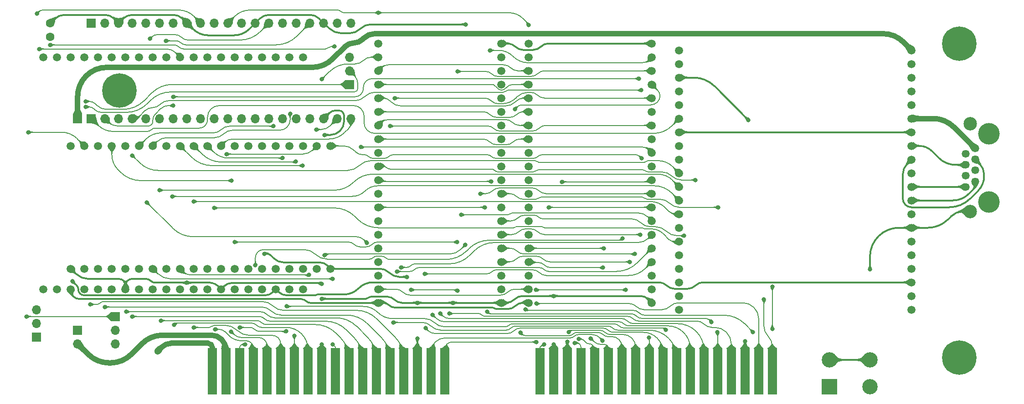
<source format=gtl>
%TF.GenerationSoftware,KiCad,Pcbnew,8.0.7*%
%TF.CreationDate,2025-04-28T16:55:29+02:00*%
%TF.ProjectId,GPIO Controller Board,4750494f-2043-46f6-9e74-726f6c6c6572,Pico GPIO Wide*%
%TF.SameCoordinates,Original*%
%TF.FileFunction,Copper,L1,Top*%
%TF.FilePolarity,Positive*%
%FSLAX46Y46*%
G04 Gerber Fmt 4.6, Leading zero omitted, Abs format (unit mm)*
G04 Created by KiCad (PCBNEW 8.0.7) date 2025-04-28 16:55:29*
%MOMM*%
%LPD*%
G01*
G04 APERTURE LIST*
%TA.AperFunction,ComponentPad*%
%ADD10C,1.500000*%
%TD*%
%TA.AperFunction,ComponentPad*%
%ADD11C,6.400000*%
%TD*%
%TA.AperFunction,ComponentPad*%
%ADD12R,1.700000X1.700000*%
%TD*%
%TA.AperFunction,ComponentPad*%
%ADD13O,1.700000X1.700000*%
%TD*%
%TA.AperFunction,ComponentPad*%
%ADD14C,1.600000*%
%TD*%
%TA.AperFunction,ConnectorPad*%
%ADD15R,1.780000X8.620000*%
%TD*%
%TA.AperFunction,WasherPad*%
%ADD16C,4.000000*%
%TD*%
%TA.AperFunction,ComponentPad*%
%ADD17C,1.470000*%
%TD*%
%TA.AperFunction,ComponentPad*%
%ADD18C,2.500000*%
%TD*%
%TA.AperFunction,ComponentPad*%
%ADD19R,2.850000X2.850000*%
%TD*%
%TA.AperFunction,ComponentPad*%
%ADD20C,2.850000*%
%TD*%
%TA.AperFunction,ViaPad*%
%ADD21C,0.800000*%
%TD*%
%TA.AperFunction,ViaPad*%
%ADD22C,1.300000*%
%TD*%
%TA.AperFunction,Conductor*%
%ADD23C,0.380000*%
%TD*%
%TA.AperFunction,Conductor*%
%ADD24C,1.000000*%
%TD*%
%TA.AperFunction,Conductor*%
%ADD25C,0.200000*%
%TD*%
G04 APERTURE END LIST*
D10*
%TO.P,B2,1,Write_Enable*%
%TO.N,/Write Enable*%
X53340000Y29210000D03*
%TO.P,B2,2,A_Enable*%
%TO.N,/A_{Enable}*%
X50800000Y29210000D03*
%TO.P,B2,3,A5*%
%TO.N,/A5*%
X48260000Y29210000D03*
%TO.P,B2,4,A4*%
%TO.N,/A4*%
X45720000Y29210000D03*
%TO.P,B2,5,A3*%
%TO.N,/A3*%
X43180000Y29210000D03*
%TO.P,B2,6,A2*%
%TO.N,/A2*%
X40640000Y29210000D03*
%TO.P,B2,7,A1*%
%TO.N,/A1*%
X38100000Y29210000D03*
%TO.P,B2,8,A0*%
%TO.N,/A0*%
X35560000Y29210000D03*
%TO.P,B2,9,Read_GPIO*%
%TO.N,/Read GPIO _{ALL}*%
X33020000Y29210000D03*
%TO.P,B2,10,Write_GPIO*%
%TO.N,/Write GPIO _{ALL}*%
X30480000Y29210000D03*
%TO.P,B2,11,~{A5}*%
%TO.N,/~{A5}*%
X27940000Y29210000D03*
%TO.P,B2,12,D0*%
%TO.N,/D0*%
X25400000Y29210000D03*
%TO.P,B2,13,D1*%
%TO.N,/D1*%
X22860000Y29210000D03*
%TO.P,B2,14,D2*%
%TO.N,/D2*%
X20320000Y29210000D03*
%TO.P,B2,15,D3*%
%TO.N,/D3*%
X17780000Y29210000D03*
%TO.P,B2,16,D4*%
%TO.N,/D4*%
X15240000Y29210000D03*
%TO.P,B2,17,D5*%
%TO.N,/D5*%
X12700000Y29210000D03*
%TO.P,B2,18,D6*%
%TO.N,/D6*%
X10160000Y29210000D03*
%TO.P,B2,19,D7*%
%TO.N,/D7*%
X7620000Y29210000D03*
%TO.P,B2,20,3.3V*%
%TO.N,/3.3V*%
X5080000Y29210000D03*
%TO.P,B2,21,GND*%
%TO.N,/GND*%
X5080000Y6350000D03*
%TO.P,B2,22,DD7*%
%TO.N,/DD7*%
X7620000Y6350000D03*
%TO.P,B2,23,DD6*%
%TO.N,/DD6*%
X10160000Y6350000D03*
%TO.P,B2,24,DD5*%
%TO.N,/DD5*%
X12700000Y6350000D03*
%TO.P,B2,25,DD4*%
%TO.N,/DD4*%
X15240000Y6350000D03*
%TO.P,B2,26,DD3*%
%TO.N,/DD3*%
X17780000Y6350000D03*
%TO.P,B2,27,DD2*%
%TO.N,/DD2*%
X20320000Y6350000D03*
%TO.P,B2,28,DD1*%
%TO.N,/DD1*%
X22860000Y6350000D03*
%TO.P,B2,29,DD0*%
%TO.N,/DD0*%
X25400000Y6350000D03*
%TO.P,B2,30,~{A4}*%
%TO.N,unconnected-(B2-~{A4}-Pad30)*%
X27940000Y6350000D03*
%TO.P,B2,31,WWrite_GPIO*%
%TO.N,/RRead GPIO _{ALL}*%
X30480000Y6350000D03*
%TO.P,B2,32,RRead_GPIO*%
%TO.N,/WWrite GPIO _{ALL}*%
X33020000Y6350000D03*
%TO.P,B2,33,AA5*%
%TO.N,/AA5*%
X35560000Y6350000D03*
%TO.P,B2,34,AA4*%
%TO.N,/AA4*%
X38100000Y6350000D03*
%TO.P,B2,35,AA3*%
%TO.N,/AA3*%
X40640000Y6350000D03*
%TO.P,B2,36,AA2*%
%TO.N,/AA2*%
X43180000Y6350000D03*
%TO.P,B2,37,AA1*%
%TO.N,/AA1*%
X45720000Y6350000D03*
%TO.P,B2,38,AA0*%
%TO.N,/AA0*%
X48260000Y6350000D03*
%TO.P,B2,39,AA_Enable*%
%TO.N,/AA_{Enable}*%
X50800000Y6350000D03*
%TO.P,B2,40,GND*%
%TO.N,/GND*%
X53340000Y6350000D03*
%TD*%
%TO.P,B6,1,~{Reset}*%
%TO.N,/~{Reset}*%
X90170000Y48260000D03*
%TO.P,B6,2,~{A_{Enable}2}*%
%TO.N,/AA5*%
X90170000Y45720000D03*
%TO.P,B6,3,A_{Enable}1*%
%TO.N,/AA_{Enable}*%
X90170000Y43180000D03*
%TO.P,B6,4,A4*%
%TO.N,/AA4*%
X90170000Y40640000D03*
%TO.P,B6,5,A3*%
%TO.N,/AA3*%
X90170000Y38100000D03*
%TO.P,B6,6,A2*%
%TO.N,/AA2*%
X90170000Y35560000D03*
%TO.P,B6,7,A1*%
%TO.N,/AA1*%
X90170000Y33020000D03*
%TO.P,B6,8,A0*%
%TO.N,/AA0*%
X90170000Y30480000D03*
%TO.P,B6,9,N.C.*%
%TO.N,unconnected-(B6-N.C.-Pad9)*%
X90170000Y27940000D03*
%TO.P,B6,10,Write_OE__{56..63}*%
%TO.N,/Write OE B0 _{56..63}*%
X90170000Y25400000D03*
%TO.P,B6,11,Write_OE__{48..55}*%
%TO.N,/Write OE B0 _{48..55}*%
X90170000Y22860000D03*
%TO.P,B6,12,Write_OE__{40..47}*%
%TO.N,/Write OE B0 _{40..47}*%
X90170000Y20320000D03*
%TO.P,B6,13,Write_OE__{32..39}*%
%TO.N,/Write OE B0 _{32..39}*%
X90170000Y17780000D03*
%TO.P,B6,14,Write_OE__{24..31}*%
%TO.N,/Write OE B0 _{24..31}*%
X90170000Y15240000D03*
%TO.P,B6,15,Write_OE__{16..23}*%
%TO.N,/Write OE B0 _{16..23}*%
X90170000Y12700000D03*
%TO.P,B6,16,Write_OE__{8..15}*%
%TO.N,/Write OE B0 _{8..15}*%
X90170000Y10160000D03*
%TO.P,B6,17,Write_OE__{0..7}*%
%TO.N,/Write OE B0 _{0..7}*%
X90170000Y7620000D03*
%TO.P,B6,18,N.C.*%
%TO.N,unconnected-(B6-N.C.-Pad18)*%
X90170000Y5080000D03*
%TO.P,B6,19,Enable*%
%TO.N,/Enable GPIO*%
X90170000Y2540000D03*
%TO.P,B6,20,3.3V*%
%TO.N,/3.3V*%
X90170000Y0D03*
%TO.P,B6,21,GND*%
%TO.N,/GND*%
X113030000Y0D03*
%TO.P,B6,22,Write_Enable*%
%TO.N,/Write Enable*%
X113030000Y2540000D03*
%TO.P,B6,23,N.C.*%
%TO.N,unconnected-(B6-N.C.-Pad23)*%
X113030000Y5080000D03*
%TO.P,B6,24,Write_GD__{0..7}*%
%TO.N,/Write GD B0 _{0..7}*%
X113030000Y7620000D03*
%TO.P,B6,25,Write_GD__{8..15}*%
%TO.N,/Write GD B0 _{8..15}*%
X113030000Y10160000D03*
%TO.P,B6,26,Write_GD__{16..23}*%
%TO.N,/Write GD B0 _{16..23}*%
X113030000Y12700000D03*
%TO.P,B6,27,Write_GD__{24..31}*%
%TO.N,/Write GD B0 _{24..31}*%
X113030000Y15240000D03*
%TO.P,B6,28,Write_GD__{32..39}*%
%TO.N,/Write GD B0 _{32..39}*%
X113030000Y17780000D03*
%TO.P,B6,29,Write_GD__{40..47}*%
%TO.N,/Write GD B0 _{40..47}*%
X113030000Y20320000D03*
%TO.P,B6,30,Write_GD__{48..55}*%
%TO.N,/Write GD B0 _{48..55}*%
X113030000Y22860000D03*
%TO.P,B6,31,Write_GD__{56..63}*%
%TO.N,/Write GD B0 _{56..63}*%
X113030000Y25400000D03*
%TO.P,B6,32,Read_GD__{0..7}*%
%TO.N,/Read GD B0 _{0..7}*%
X113030000Y27940000D03*
%TO.P,B6,33,Read_GD__{8..15}*%
%TO.N,/Read GD B0 _{8..15}*%
X113030000Y30480000D03*
%TO.P,B6,34,Read_GD__{16..23}*%
%TO.N,/Read GD B0 _{16..23}*%
X113030000Y33020000D03*
%TO.P,B6,35,Read_GD__{24..31}*%
%TO.N,/Read GD B0 _{24..31}*%
X113030000Y35560000D03*
%TO.P,B6,36,Read_GD__{32..39}*%
%TO.N,/Read GD B0 _{32..39}*%
X113030000Y38100000D03*
%TO.P,B6,37,Read_GD__{40..47}*%
%TO.N,/Read GD B0 _{40..47}*%
X113030000Y40640000D03*
%TO.P,B6,38,Read_GD__{48..55}*%
%TO.N,/Read GD B0 _{48..55}*%
X113030000Y43180000D03*
%TO.P,B6,39,Read_GD__{56..63}*%
%TO.N,/Read GD B0 _{56..63}*%
X113030000Y45720000D03*
%TO.P,B6,40,GND*%
%TO.N,/GND*%
X113030000Y48260000D03*
%TD*%
%TO.P,B5,1,~{Reset}*%
%TO.N,/~{Reset}*%
X62230000Y48260000D03*
%TO.P,B5,2,~{A_{Enable}2}*%
%TO.N,/~{A5}*%
X62230000Y45720000D03*
%TO.P,B5,3,A_{Enable}1*%
%TO.N,/AA_{Enable}*%
X62230000Y43180000D03*
%TO.P,B5,4,A4*%
%TO.N,/AA4*%
X62230000Y40640000D03*
%TO.P,B5,5,A3*%
%TO.N,/AA3*%
X62230000Y38100000D03*
%TO.P,B5,6,A2*%
%TO.N,/AA2*%
X62230000Y35560000D03*
%TO.P,B5,7,A1*%
%TO.N,/AA1*%
X62230000Y33020000D03*
%TO.P,B5,8,A0*%
%TO.N,/AA0*%
X62230000Y30480000D03*
%TO.P,B5,9,N.C.*%
%TO.N,unconnected-(B5-N.C.-Pad9)*%
X62230000Y27940000D03*
%TO.P,B5,10,Write_OE__{56..63}*%
%TO.N,/Write OE B1 _{56..63}*%
X62230000Y25400000D03*
%TO.P,B5,11,Write_OE__{48..55}*%
%TO.N,/Write OE B1 _{48..55}*%
X62230000Y22860000D03*
%TO.P,B5,12,Write_OE__{40..47}*%
%TO.N,/Write OE B1 _{40..47}*%
X62230000Y20320000D03*
%TO.P,B5,13,Write_OE__{32..39}*%
%TO.N,/Write OE B1 _{32..39}*%
X62230000Y17780000D03*
%TO.P,B5,14,Write_OE__{24..31}*%
%TO.N,/Write OE B1 _{24..31}*%
X62230000Y15240000D03*
%TO.P,B5,15,Write_OE__{16..23}*%
%TO.N,/Write OE B1 _{16..23}*%
X62230000Y12700000D03*
%TO.P,B5,16,Write_OE__{8..15}*%
%TO.N,/Write OE B1 _{8..15}*%
X62230000Y10160000D03*
%TO.P,B5,17,Write_OE__{0..7}*%
%TO.N,/Write OE B1 _{0..7}*%
X62230000Y7620000D03*
%TO.P,B5,18,N.C.*%
%TO.N,unconnected-(B5-N.C.-Pad18)*%
X62230000Y5080000D03*
%TO.P,B5,19,Enable*%
%TO.N,/Enable GPIO*%
X62230000Y2540000D03*
%TO.P,B5,20,3.3V*%
%TO.N,/3.3V*%
X62230000Y0D03*
%TO.P,B5,21,GND*%
%TO.N,/GND*%
X85090000Y0D03*
%TO.P,B5,22,Write_Enable*%
%TO.N,unconnected-(B5-Write_Enable-Pad22)*%
X85090000Y2540000D03*
%TO.P,B5,23,N.C.*%
%TO.N,unconnected-(B5-N.C.-Pad23)*%
X85090000Y5080000D03*
%TO.P,B5,24,Write_GD__{0..7}*%
%TO.N,/Write GD B1 _{0..7}*%
X85090000Y7620000D03*
%TO.P,B5,25,Write_GD__{8..15}*%
%TO.N,/Write GD B1 _{8..15}*%
X85090000Y10160000D03*
%TO.P,B5,26,Write_GD__{16..23}*%
%TO.N,/Write GD B1 _{16..23}*%
X85090000Y12700000D03*
%TO.P,B5,27,Write_GD__{24..31}*%
%TO.N,/Write GD B1 _{24..31}*%
X85090000Y15240000D03*
%TO.P,B5,28,Write_GD__{32..39}*%
%TO.N,/Write GD B1 _{32..39}*%
X85090000Y17780000D03*
%TO.P,B5,29,Write_GD__{40..47}*%
%TO.N,/Write GD B1 _{40..47}*%
X85090000Y20320000D03*
%TO.P,B5,30,Write_GD__{48..55}*%
%TO.N,/Write GD B1 _{48..55}*%
X85090000Y22860000D03*
%TO.P,B5,31,Write_GD__{56..63}*%
%TO.N,/Write GD B1 _{56..63}*%
X85090000Y25400000D03*
%TO.P,B5,32,Read_GD__{0..7}*%
%TO.N,/Read GD B1 _{0..7}*%
X85090000Y27940000D03*
%TO.P,B5,33,Read_GD__{8..15}*%
%TO.N,/Read GD B1 _{8..15}*%
X85090000Y30480000D03*
%TO.P,B5,34,Read_GD__{16..23}*%
%TO.N,/Read GD B1 _{16..23}*%
X85090000Y33020000D03*
%TO.P,B5,35,Read_GD__{24..31}*%
%TO.N,/Read GD B1 _{24..31}*%
X85090000Y35560000D03*
%TO.P,B5,36,Read_GD__{32..39}*%
%TO.N,/Read GD B1 _{32..39}*%
X85090000Y38100000D03*
%TO.P,B5,37,Read_GD__{40..47}*%
%TO.N,/Read GD B1 _{40..47}*%
X85090000Y40640000D03*
%TO.P,B5,38,Read_GD__{48..55}*%
%TO.N,/Read GD B1 _{48..55}*%
X85090000Y43180000D03*
%TO.P,B5,39,Read_GD__{56..63}*%
%TO.N,/Read GD B1 _{56..63}*%
X85090000Y45720000D03*
%TO.P,B5,40,GND*%
%TO.N,/GND*%
X85090000Y48260000D03*
%TD*%
D11*
%TO.P,H2,1,1*%
%TO.N,/GND*%
X170180000Y48260000D03*
%TD*%
%TO.P,H3,1,1*%
%TO.N,/GND*%
X170180000Y-10160000D03*
%TD*%
D12*
%TO.P,J9,1,Pin_1*%
%TO.N,/PWR_{SW}*%
X13335000Y-2540000D03*
D13*
%TO.P,J9,2,Pin_2*%
%TO.N,unconnected-(J9-Pin_2-Pad2)*%
X13335000Y-5080000D03*
%TO.P,J9,3,Pin_3*%
%TO.N,/18V*%
X13335000Y-7620000D03*
%TD*%
D14*
%TO.P,C2,1*%
%TO.N,/5V*%
X1270000Y49530000D03*
%TO.P,C2,2*%
%TO.N,/GND*%
X1270000Y52030000D03*
%TD*%
D12*
%TO.P,J1,1,Pin_1*%
%TO.N,/SWCLK*%
X56896000Y40640000D03*
D13*
%TO.P,J1,2,Pin_2*%
%TO.N,/SWGND*%
X56896000Y43180000D03*
%TO.P,J1,3,Pin_3*%
%TO.N,/SWDIO*%
X56896000Y45720000D03*
%TD*%
D12*
%TO.P,J4,1,Pin_1*%
%TO.N,/SWDIO*%
X-1270000Y-6350000D03*
D13*
%TO.P,J4,2,Pin_2*%
%TO.N,/SWGND*%
X-1270000Y-3810000D03*
%TO.P,J4,3,Pin_3*%
%TO.N,/SWCLK*%
X-1270000Y-1270000D03*
%TD*%
D12*
%TO.P,J10,1,Pin_1*%
%TO.N,/RES_{SW}*%
X6350000Y-5080000D03*
D13*
%TO.P,J10,2,Pin_2*%
%TO.N,/GND*%
X6350000Y-7620000D03*
%TD*%
D12*
%TO.P,J6,1,Pin_1*%
%TO.N,unconnected-(J6-Pin_1-Pad1)*%
X8890000Y52070000D03*
D13*
%TO.P,J6,2,Pin_2*%
%TO.N,/5V*%
X11430000Y52070000D03*
%TO.P,J6,3,Pin_3*%
%TO.N,/GND*%
X13969999Y52070000D03*
%TO.P,J6,4,Pin_4*%
%TO.N,unconnected-(J6-Pin_4-Pad4)*%
X16510000Y52070000D03*
%TO.P,J6,5,Pin_5*%
%TO.N,unconnected-(J6-Pin_5-Pad5)*%
X19050000Y52070000D03*
%TO.P,J6,6,Pin_6*%
%TO.N,unconnected-(J6-Pin_6-Pad6)*%
X21590000Y52070000D03*
%TO.P,J6,7,Pin_7*%
%TO.N,/Enable GPIO*%
X24130000Y52070000D03*
%TO.P,J6,8,Pin_8*%
%TO.N,/GND*%
X26670001Y52070000D03*
%TO.P,J6,9,Pin_9*%
%TO.N,/D7*%
X29210000Y52070000D03*
%TO.P,J6,10,Pin_10*%
%TO.N,/D6*%
X31750000Y52070000D03*
%TO.P,J6,11,Pin_11*%
%TO.N,/~{Reset}*%
X34290000Y52070000D03*
%TO.P,J6,12,Pin_12*%
%TO.N,/D5*%
X36829999Y52070000D03*
%TO.P,J6,13,Pin_13*%
%TO.N,/GND*%
X39370000Y52070000D03*
%TO.P,J6,14,Pin_14*%
%TO.N,/D4*%
X41910000Y52070000D03*
%TO.P,J6,15,Pin_15*%
%TO.N,/D3*%
X44450000Y52070000D03*
%TO.P,J6,16,Pin_16*%
%TO.N,/D2*%
X46989999Y52070000D03*
%TO.P,J6,17,Pin_17*%
%TO.N,/D1*%
X49530001Y52070000D03*
%TO.P,J6,18,Pin_18*%
%TO.N,/GND*%
X52070000Y52070000D03*
%TO.P,J6,19,Pin_19*%
%TO.N,/D0*%
X54610000Y52070000D03*
%TO.P,J6,20,Pin_20*%
%TO.N,/Write GPIO _{ALL}*%
X57150000Y52070000D03*
%TD*%
D15*
%TO.P,J3,1,1*%
%TO.N,/Write OE B0 _{24..31}*%
X92238148Y-12700000D03*
%TO.P,J3,3,3*%
%TO.N,/GND*%
X94778148Y-12700000D03*
%TO.P,J3,5,5*%
%TO.N,/Write OE B0 _{32..39}*%
X97318148Y-12700000D03*
%TO.P,J3,7,7*%
%TO.N,/Write OE B0 _{40..47}*%
X99858148Y-12700000D03*
%TO.P,J3,9,9*%
%TO.N,/Write OE B0 _{48..55}*%
X102398148Y-12700000D03*
%TO.P,J3,11,11*%
%TO.N,/Write OE B0 _{56..63}*%
X104938148Y-12700000D03*
%TO.P,J3,13,13*%
%TO.N,/Write GD B1 _{48..55}*%
X107478148Y-12700000D03*
%TO.P,J3,15,15*%
%TO.N,/Write GD B1 _{56..63}*%
X110018148Y-12700000D03*
%TO.P,J3,17,17*%
%TO.N,/Write OE B0 _{8..15}*%
X112558148Y-12700000D03*
%TO.P,J3,19,19*%
%TO.N,/Write OE B1 _{0..7}*%
X115098148Y-12700000D03*
%TO.P,J3,21,21*%
%TO.N,/Write OE B1 _{8..15}*%
X117638148Y-12700000D03*
%TO.P,J3,23,23*%
%TO.N,/Write OE B1 _{16..23}*%
X120178148Y-12700000D03*
%TO.P,J3,25,25*%
%TO.N,/Write OE B1 _{24..31}*%
X122718148Y-12700000D03*
%TO.P,J3,27,27*%
%TO.N,/Write OE B1 _{32..39}*%
X125258148Y-12700000D03*
%TO.P,J3,29,29*%
%TO.N,/Write OE B1 _{40..47}*%
X127798148Y-12700000D03*
%TO.P,J3,31,31*%
%TO.N,/GND*%
X130338148Y-12700000D03*
%TO.P,J3,33,33*%
%TO.N,/Write OE B1 _{48..55}*%
X132878148Y-12700000D03*
%TO.P,J3,35,35*%
%TO.N,/Write OE B1 _{56..63}*%
X135418148Y-12700000D03*
%TD*%
%TO.P,J2,1,1*%
%TO.N,/12V*%
X31369048Y-12700000D03*
%TO.P,J2,3,3*%
%TO.N,/GND*%
X33909048Y-12700000D03*
%TO.P,J2,5,5*%
%TO.N,/Write Enable*%
X36449048Y-12700000D03*
%TO.P,J2,7,7*%
%TO.N,/RRead GPIO _{ALL}*%
X38989048Y-12700000D03*
%TO.P,J2,9,9*%
%TO.N,/WWrite GPIO _{ALL}*%
X41529048Y-12700000D03*
%TO.P,J2,11,11*%
%TO.N,/~{Reset}*%
X44069048Y-12700000D03*
%TO.P,J2,13,13*%
%TO.N,/DD0*%
X46609048Y-12700000D03*
%TO.P,J2,15,15*%
%TO.N,/DD1*%
X49149048Y-12700000D03*
%TO.P,J2,17,17*%
%TO.N,/GND*%
X51689048Y-12700000D03*
%TO.P,J2,19,19*%
%TO.N,/DD2*%
X54229048Y-12700000D03*
%TO.P,J2,21,21*%
%TO.N,/DD3*%
X56769048Y-12700000D03*
%TO.P,J2,23,23*%
%TO.N,/DD4*%
X59309048Y-12700000D03*
%TO.P,J2,25,25*%
%TO.N,/DD5*%
X61849048Y-12700000D03*
%TO.P,J2,27,27*%
%TO.N,/DD6*%
X64389048Y-12700000D03*
%TO.P,J2,29,29*%
%TO.N,/DD7*%
X66929048Y-12700000D03*
%TO.P,J2,31,31*%
%TO.N,/GND*%
X69469048Y-12700000D03*
%TO.P,J2,33,33*%
%TO.N,/Write GD B0 _{48..55}*%
X72009048Y-12700000D03*
%TO.P,J2,35,35*%
%TO.N,/Write GD B0 _{56..63}*%
X74549048Y-12700000D03*
%TD*%
D12*
%TO.P,J11,1,Pin_1*%
%TO.N,/12V*%
X6350000Y34290000D03*
%TD*%
D16*
%TO.P,J7,*%
%TO.N,*%
X175641000Y18796000D03*
X175641000Y31496000D03*
D17*
%TO.P,J7,1,1*%
%TO.N,/12V_{OUT}*%
X173101000Y28726000D03*
%TO.P,J7,2,2*%
%TO.N,/5V_{OUT3}*%
X171321000Y27706000D03*
%TO.P,J7,3,3*%
%TO.N,/5V_{OUT2}*%
X173101000Y26686000D03*
%TO.P,J7,4,4*%
%TO.N,/5V_{OUT1}*%
X171321000Y25666000D03*
%TO.P,J7,5,5*%
%TO.N,/GND_{OUT4}*%
X173101000Y24646000D03*
%TO.P,J7,6,6*%
%TO.N,/GND_{OUT3}*%
X171321000Y23626000D03*
%TO.P,J7,7,7*%
%TO.N,/GND_{OUT2}*%
X173101000Y22606000D03*
%TO.P,J7,8,8*%
%TO.N,/GND_{OUT1}*%
X171321000Y21586000D03*
D18*
%TO.P,J7,MH1,MH1*%
%TO.N,/GND*%
X172211000Y33276000D03*
%TO.P,J7,MH2,MH2*%
X172211000Y17016000D03*
%TD*%
D12*
%TO.P,J5,1,Pin_1*%
%TO.N,/12V EN*%
X8890000Y34290000D03*
D13*
%TO.P,J5,2,Pin_2*%
%TO.N,/5V_{A} EN*%
X11430000Y34290000D03*
%TO.P,J5,3,Pin_3*%
%TO.N,/GND*%
X13969999Y34290000D03*
%TO.P,J5,4,Pin_4*%
%TO.N,/5V_{B} EN*%
X16510000Y34290000D03*
%TO.P,J5,5,Pin_5*%
%TO.N,/5V_{C} EN*%
X19050000Y34290000D03*
%TO.P,J5,6,Pin_6*%
%TO.N,/GND_{A} EN*%
X21590000Y34290000D03*
%TO.P,J5,7,Pin_7*%
%TO.N,/GND_{B} EN*%
X24130000Y34290000D03*
%TO.P,J5,8,Pin_8*%
%TO.N,/GND*%
X26670001Y34290000D03*
%TO.P,J5,9,Pin_9*%
%TO.N,/GND_{C} EN*%
X29210000Y34290000D03*
%TO.P,J5,10,Pin_10*%
%TO.N,/GND_{D} EN*%
X31750000Y34290000D03*
%TO.P,J5,11,Pin_11*%
%TO.N,/A_{Enable}*%
X34290000Y34290000D03*
%TO.P,J5,12,Pin_12*%
%TO.N,/A0*%
X36829999Y34290000D03*
%TO.P,J5,13,Pin_13*%
%TO.N,/GND*%
X39370000Y34290000D03*
%TO.P,J5,14,Pin_14*%
%TO.N,/A1*%
X41910000Y34290000D03*
%TO.P,J5,15,Pin_15*%
%TO.N,/A2*%
X44450000Y34290000D03*
%TO.P,J5,16,Pin_16*%
%TO.N,/A3*%
X46989999Y34290000D03*
%TO.P,J5,17,Pin_17*%
%TO.N,/A4*%
X49530001Y34290000D03*
%TO.P,J5,18,Pin_18*%
%TO.N,/GND*%
X52070000Y34290000D03*
%TO.P,J5,19,Pin_19*%
%TO.N,/A5*%
X54610000Y34290000D03*
%TO.P,J5,20,Pin_20*%
%TO.N,/Read GPIO _{ALL}*%
X57150000Y34290000D03*
%TD*%
D11*
%TO.P,H1,1,1*%
%TO.N,/GND*%
X14097000Y39497000D03*
%TD*%
D19*
%TO.P,J8,1,1*%
%TO.N,/GND*%
X146050000Y-15621000D03*
D20*
%TO.P,J8,2,2*%
X153550000Y-15621000D03*
%TO.P,J8,3,3*%
X146050000Y-10621000D03*
%TO.P,J8,4,4*%
X153550000Y-10621000D03*
%TD*%
D10*
%TO.P,B1,1,N.C.*%
%TO.N,unconnected-(B1-N.C.-Pad1)*%
X118110000Y46990000D03*
%TO.P,B1,2,N.C.*%
%TO.N,unconnected-(B1-N.C.-Pad2)*%
X118110000Y44450000D03*
%TO.P,B1,3,5V*%
%TO.N,/5V*%
X118110000Y41910000D03*
%TO.P,B1,4,N.C.*%
%TO.N,unconnected-(B1-N.C.-Pad4)*%
X118110000Y39370000D03*
%TO.P,B1,5,N.C.*%
%TO.N,unconnected-(B1-N.C.-Pad5)*%
X118110000Y36830000D03*
%TO.P,B1,6,12V_{EN}*%
%TO.N,/12V EN*%
X118110000Y34290000D03*
%TO.P,B1,7,GND*%
%TO.N,/GND*%
X118110000Y31750000D03*
%TO.P,B1,8,5Va_{EN}*%
%TO.N,/5V_{A} EN*%
X118110000Y29210000D03*
%TO.P,B1,9,5Vb_{EN}*%
%TO.N,/5V_{B} EN*%
X118110000Y26670000D03*
%TO.P,B1,10,5Vc_{EN}*%
%TO.N,/5V_{C} EN*%
X118110000Y24130000D03*
%TO.P,B1,11,GNDa_{EN}*%
%TO.N,/GND_{A} EN*%
X118110000Y21590000D03*
%TO.P,B1,12,GNDb_{EN}*%
%TO.N,/GND_{B} EN*%
X118110000Y19050000D03*
%TO.P,B1,13,GNDc_{EN}*%
%TO.N,/GND_{C} EN*%
X118110000Y16510000D03*
%TO.P,B1,14,GND*%
%TO.N,/GND*%
X118110000Y13970000D03*
%TO.P,B1,15,GNDd_{EN}*%
%TO.N,/GND_{D} EN*%
X118110000Y11430000D03*
%TO.P,B1,16,N.C.*%
%TO.N,unconnected-(B1-N.C.-Pad16)*%
X118110000Y8890000D03*
%TO.P,B1,17,N.C.*%
%TO.N,unconnected-(B1-N.C.-Pad17)*%
X118110000Y6350000D03*
%TO.P,B1,18,N.C.*%
%TO.N,unconnected-(B1-N.C.-Pad18)*%
X118110000Y3810000D03*
%TO.P,B1,19,N.C.*%
%TO.N,unconnected-(B1-N.C.-Pad19)*%
X118110000Y1270000D03*
%TO.P,B1,20,N.C.*%
%TO.N,unconnected-(B1-N.C.-Pad20)*%
X118110000Y-1270000D03*
%TO.P,B1,21,N.C.*%
%TO.N,unconnected-(B1-N.C.-Pad21)*%
X161290000Y-1270000D03*
%TO.P,B1,22,N.C.*%
%TO.N,unconnected-(B1-N.C.-Pad22)*%
X161290000Y1270000D03*
%TO.P,B1,23,5V*%
%TO.N,/5V*%
X161290000Y3810000D03*
%TO.P,B1,24,N.C.*%
%TO.N,unconnected-(B1-N.C.-Pad24)*%
X161290000Y6350000D03*
%TO.P,B1,25,N.C.*%
%TO.N,unconnected-(B1-N.C.-Pad25)*%
X161290000Y8890000D03*
%TO.P,B1,26,GNDa_{OUT}*%
%TO.N,/GND_{OUT4}*%
X161290000Y11430000D03*
%TO.P,B1,27,GND*%
%TO.N,/GND*%
X161290000Y13970000D03*
%TO.P,B1,28,GNDb_{OUT}*%
%TO.N,/GND_{OUT3}*%
X161290000Y16510000D03*
%TO.P,B1,29,GNDc_{OUT}*%
%TO.N,/GND_{OUT2}*%
X161290000Y19050000D03*
%TO.P,B1,30,GNDd_{OUT}*%
%TO.N,/GND_{OUT1}*%
X161290000Y21590000D03*
%TO.P,B1,31,5Va_{OUT}*%
%TO.N,/5V_{OUT3}*%
X161290000Y24130000D03*
%TO.P,B1,32,5Vb_{OUT}*%
%TO.N,/5V_{OUT2}*%
X161290000Y26670000D03*
%TO.P,B1,33,5Vc_{OUT}*%
%TO.N,/5V_{OUT1}*%
X161290000Y29210000D03*
%TO.P,B1,34,GND*%
%TO.N,/GND*%
X161290000Y31750000D03*
%TO.P,B1,35,12_{OUT}*%
%TO.N,/12V_{OUT}*%
X161290000Y34290000D03*
%TO.P,B1,36,N.C.*%
%TO.N,unconnected-(B1-N.C.-Pad36)*%
X161290000Y36830000D03*
%TO.P,B1,37,N.C.*%
%TO.N,unconnected-(B1-N.C.-Pad37)*%
X161290000Y39370000D03*
%TO.P,B1,38,N.C.*%
%TO.N,unconnected-(B1-N.C.-Pad38)*%
X161290000Y41910000D03*
%TO.P,B1,39,N.C.*%
%TO.N,unconnected-(B1-N.C.-Pad39)*%
X161290000Y44450000D03*
%TO.P,B1,40,12V*%
%TO.N,/12V*%
X161290000Y46990000D03*
%TD*%
%TO.P,B7,1,N.C.*%
%TO.N,unconnected-(B7-N.C.-Pad1)*%
X0Y45720000D03*
%TO.P,B7,2,N.C.*%
%TO.N,unconnected-(B7-N.C.-Pad2)*%
X2540000Y45720000D03*
%TO.P,B7,3,5V*%
%TO.N,/5V*%
X5079999Y45720000D03*
%TO.P,B7,4,N.C.*%
%TO.N,unconnected-(B7-N.C.-Pad4)*%
X7620000Y45720000D03*
%TO.P,B7,5,N.C.*%
%TO.N,unconnected-(B7-N.C.-Pad5)*%
X10160000Y45720000D03*
%TO.P,B7,6,N.C.*%
%TO.N,unconnected-(B7-N.C.-Pad6)*%
X12700000Y45720000D03*
%TO.P,B7,7,GND*%
%TO.N,/GND*%
X15240000Y45720000D03*
%TO.P,B7,8,RES_{SW}*%
%TO.N,/RES_{SW}*%
X17780001Y45720000D03*
%TO.P,B7,9,N.C.*%
%TO.N,unconnected-(B7-N.C.-Pad9)*%
X20320000Y45720000D03*
%TO.P,B7,10,18V*%
%TO.N,/18V*%
X22860000Y45720000D03*
%TO.P,B7,11,PWR_{SW}*%
%TO.N,/PWR_{SW}*%
X25400000Y45720000D03*
%TO.P,B7,12,N.C.*%
%TO.N,unconnected-(B7-N.C.-Pad12)*%
X27939999Y45720000D03*
%TO.P,B7,13,N.C.*%
%TO.N,unconnected-(B7-N.C.-Pad13)*%
X30480000Y45720000D03*
%TO.P,B7,14,GND*%
%TO.N,/GND*%
X33020000Y45720000D03*
%TO.P,B7,15,N.C.*%
%TO.N,unconnected-(B7-N.C.-Pad15)*%
X35560000Y45720000D03*
%TO.P,B7,16,N.C.*%
%TO.N,unconnected-(B7-N.C.-Pad16)*%
X38099999Y45720000D03*
%TO.P,B7,17,N.C.*%
%TO.N,unconnected-(B7-N.C.-Pad17)*%
X40640001Y45720000D03*
%TO.P,B7,18,N.C.*%
%TO.N,unconnected-(B7-N.C.-Pad18)*%
X43180000Y45720000D03*
%TO.P,B7,19,N.C.*%
%TO.N,unconnected-(B7-N.C.-Pad19)*%
X45720000Y45720000D03*
%TO.P,B7,20,N.C.*%
%TO.N,unconnected-(B7-N.C.-Pad20)*%
X48260000Y45720000D03*
%TO.P,B7,21,N.C.*%
%TO.N,unconnected-(B7-N.C.-Pad21)*%
X48260000Y2540000D03*
%TO.P,B7,22,N.C.*%
%TO.N,unconnected-(B7-N.C.-Pad22)*%
X45720000Y2540000D03*
%TO.P,B7,23,5V*%
%TO.N,/5V*%
X43180000Y2540000D03*
%TO.P,B7,24,N.C.*%
%TO.N,unconnected-(B7-N.C.-Pad24)*%
X40640000Y2540000D03*
%TO.P,B7,25,N.C.*%
%TO.N,unconnected-(B7-N.C.-Pad25)*%
X38100000Y2540000D03*
%TO.P,B7,26,N.C.*%
%TO.N,unconnected-(B7-N.C.-Pad26)*%
X35560000Y2540000D03*
%TO.P,B7,27,GND*%
%TO.N,/GND*%
X33020000Y2540000D03*
%TO.P,B7,28,N.C.*%
%TO.N,unconnected-(B7-N.C.-Pad28)*%
X30480000Y2540000D03*
%TO.P,B7,29,~{RES}_{3V}*%
%TO.N,/~{Reset}*%
X27940000Y2540000D03*
%TO.P,B7,30,N.C.*%
%TO.N,unconnected-(B7-N.C.-Pad30)*%
X25400000Y2540000D03*
%TO.P,B7,31,N.C.*%
%TO.N,unconnected-(B7-N.C.-Pad31)*%
X22860000Y2540000D03*
%TO.P,B7,32,~{RES}_{5V}*%
%TO.N,unconnected-(B7-~{RES}_{5V}-Pad32)*%
X20320000Y2540000D03*
%TO.P,B7,33,N.C.*%
%TO.N,unconnected-(B7-N.C.-Pad33)*%
X17780000Y2540000D03*
%TO.P,B7,34,GND*%
%TO.N,/GND*%
X15240000Y2540000D03*
%TO.P,B7,35,N.C.*%
%TO.N,unconnected-(B7-N.C.-Pad35)*%
X12700000Y2540000D03*
%TO.P,B7,36,N.C.*%
%TO.N,unconnected-(B7-N.C.-Pad36)*%
X10160000Y2540000D03*
%TO.P,B7,37,N.C.*%
%TO.N,unconnected-(B7-N.C.-Pad37)*%
X7620000Y2540000D03*
%TO.P,B7,38,3.3V*%
%TO.N,/3.3V*%
X5080000Y2540000D03*
%TO.P,B7,39,N.C.*%
%TO.N,unconnected-(B7-N.C.-Pad39)*%
X2540000Y2540000D03*
%TO.P,B7,40,12V*%
%TO.N,/12V*%
X0Y2540000D03*
%TD*%
D21*
%TO.N,/5V*%
X5392900Y4014000D03*
X130937000Y34036000D03*
%TO.N,/GND*%
X67564000Y4826000D03*
X94778195Y1270000D03*
X153550000Y6223000D03*
X94778195Y-7783195D03*
X130338100Y-7112002D03*
X78486000Y51815996D03*
X69469000Y0D03*
X52197000Y31242000D03*
X76073000Y0D03*
X41021000Y9144000D03*
X51689000Y755000D03*
X51689000Y-7710000D03*
X26670000Y3730600D03*
X69469000Y-6604000D03*
X51689000Y3524300D03*
%TO.N,/Read GD B0 _{8..15}*%
X39370000Y6985000D03*
X107602700Y11945300D03*
%TO.N,/D7*%
X-1208500Y53814800D03*
X-2794000Y31750000D03*
%TO.N,/D5*%
X34925000Y22733000D03*
%TO.N,/D4*%
X19812000Y49137000D03*
%TO.N,/D3*%
X42764400Y32855300D03*
%TO.N,/~{Reset}*%
X62230000Y53981600D03*
X90170000Y51689000D03*
X27940000Y-4572000D03*
%TO.N,/Write Enable*%
X37465000Y-7770100D03*
X111148600Y26870300D03*
%TO.N,/D2*%
X45826200Y35208900D03*
%TO.N,/D1*%
X22733000Y48756000D03*
%TO.N,/D0*%
X48132994Y25527000D03*
%TO.N,/Write GPIO _{ALL}*%
X44450000Y26936000D03*
%TO.N,/Write GD B0 _{0..7}*%
X70866000Y5387500D03*
%TO.N,/Write GD B0 _{8..15}*%
X65659000Y5842000D03*
%TO.N,/Read GD B0 _{0..7}*%
X36449000Y-4572000D03*
X45085000Y-5322000D03*
X58976500Y28991700D03*
%TO.N,/Write OE B0 _{0..7}*%
X103964128Y6555128D03*
%TO.N,/Write OE B0 _{8..15}*%
X112522000Y-6477000D03*
X104128000Y10160000D03*
%TO.N,/Read GD B0 _{24..31}*%
X115633500Y-5016500D03*
X45214400Y-670600D03*
%TO.N,/Read GD B0 _{16..23}*%
X64389000Y32898899D03*
%TO.N,/Write GD B0 _{24..31}*%
X68326000Y2413000D03*
X76925900Y2286000D03*
X77597002Y16383002D03*
%TO.N,/Write OE B0 _{24..31}*%
X93048000Y-7758900D03*
%TO.N,/Write GD B0 _{16..23}*%
X66421000Y6604000D03*
%TO.N,/Write OE B0 _{32..39}*%
X97318100Y-7225000D03*
%TO.N,/Write GD B0 _{32..39}*%
X93853000Y17780000D03*
%TO.N,/Read GD B0 _{40..47}*%
X87630000Y36068000D03*
X78359000Y10786400D03*
X52245009Y8890009D03*
%TO.N,/Read GD B0 _{32..39}*%
X65278000Y38100000D03*
%TO.N,/Write GD B0 _{40..47}*%
X81144500Y20320000D03*
%TO.N,/Write OE B0 _{40..47}*%
X98694899Y-7477101D03*
%TO.N,/Read GD B0 _{48..55}*%
X76962000Y43053000D03*
%TO.N,/Read GD B0 _{56..63}*%
X82931004Y46990000D03*
%TO.N,/Write OE B0 _{48..55}*%
X99444899Y-6702739D03*
%TO.N,/Write OE B0 _{56..63}*%
X101682300Y-6626700D03*
%TO.N,/Write GD B0 _{48..55}*%
X96331100Y22515200D03*
X103893100Y-7031400D03*
%TO.N,/Write GD B0 _{56..63}*%
X91546100Y-7303400D03*
X108204000Y2412996D03*
X91513302Y2405670D03*
%TO.N,/A_{Enable}*%
X34036000Y27686000D03*
%TO.N,/Write GD B1 _{8..15}*%
X109853700Y9088800D03*
%TO.N,/Write OE B1 _{32..39}*%
X124079000Y-3556000D03*
X82423000Y-1678000D03*
X125222000Y-5461000D03*
X81995900Y17780000D03*
%TO.N,/Write GD B1 _{16..23}*%
X110896276Y12700000D03*
%TO.N,/Write OE B1 _{8..15}*%
X64999000Y-3646700D03*
%TO.N,/Write OE B1 _{24..31}*%
X73727700Y-1962800D03*
%TO.N,/Write GD B1 _{0..7}*%
X108970900Y7620002D03*
%TO.N,/Write GD B1 _{48..55}*%
X88625500Y-5555600D03*
%TO.N,/Write OE B1 _{48..55}*%
X83184998Y22597300D03*
X91542900Y-151700D03*
%TO.N,/Write GD B1 _{40..47}*%
X135418148Y3011852D03*
X135418148Y-4826000D03*
X125349000Y17780000D03*
%TO.N,/Write OE B1 _{56..63}*%
X121158000Y22860000D03*
X133858000Y635000D03*
%TO.N,/Write GD B1 _{24..31}*%
X119026900Y12481700D03*
%TO.N,/Enable GPIO*%
X60071000Y11176000D03*
X19216300Y18669000D03*
%TO.N,/~{A5}*%
X51708900Y41574400D03*
X46863000Y26289000D03*
%TO.N,/Write OE B1 _{16..23}*%
X72285400Y-2226800D03*
%TO.N,/Write OE B1 _{0..7}*%
X70993000Y-4699000D03*
%TO.N,/Write GD B1 _{56..63}*%
X97548000Y-5421600D03*
%TO.N,/Write GD B1 _{32..39}*%
X131826000Y-5461000D03*
X89548755Y-1198566D03*
%TO.N,/Write OE B1 _{40..47}*%
X75370900Y-1990700D03*
%TO.N,/A5*%
X50673000Y32258000D03*
%TO.N,/GND_{C} EN*%
X27940000Y18849200D03*
%TO.N,/GND_{B} EN*%
X23912000Y19812000D03*
%TO.N,/5V_{A} EN*%
X24130000Y36703000D03*
X24130000Y38354000D03*
X110617300Y41722800D03*
%TO.N,/5V_{B} EN*%
X111084200Y39570300D03*
%TO.N,/5V_{C} EN*%
X16510000Y27432000D03*
%TO.N,/GND_{D} EN*%
X31750002Y17653000D03*
%TO.N,/GND_{A} EN*%
X21590000Y20954998D03*
D22*
%TO.N,/12V*%
X21209000Y-9017000D03*
D21*
%TO.N,/AA5*%
X76835000Y11303000D03*
X35560000Y11303002D03*
%TO.N,/PWR_{SW}*%
X-3145400Y-2540000D03*
X-762000Y47244000D03*
%TO.N,/DD3*%
X21787900Y-3302000D03*
%TO.N,/DD1*%
X24257000Y-4064000D03*
%TO.N,/DD5*%
X15367000Y-1651000D03*
%TO.N,/DD6*%
X11430000Y-762000D03*
%TO.N,/DD2*%
X53730500Y4470600D03*
X53730500Y-7784600D03*
%TO.N,/DD4*%
X16510000Y-2540000D03*
%TO.N,/DD7*%
X8719384Y-297616D03*
%TO.N,/DD0*%
X46609000Y-6096000D03*
X49338500Y5172500D03*
%TO.N,/WWrite GPIO _{ALL}*%
X34856600Y-5334000D03*
%TO.N,/RRead GPIO _{ALL}*%
X31899466Y-4930526D03*
%TO.N,/SWDIO*%
X1270000Y48006000D03*
X54059100Y47700300D03*
%TO.N,/SWGND*%
X7874000Y36449000D03*
%TO.N,/SWCLK*%
X7874000Y37465000D03*
%TD*%
D23*
%TO.N,/3.3V*%
X5550349Y1180649D02*
G75*
G03*
X6685875Y710288I1135551J1135551D01*
G01*
X64199850Y-443150D02*
G75*
G03*
X65269708Y-886296I1069850J1069850D01*
G01*
X89085455Y0D02*
G75*
G03*
X87684863Y-580163I45J-1980800D01*
G01*
X48746100Y336800D02*
G75*
G03*
X47844391Y710296I-901700J-901700D01*
G01*
X48746100Y336800D02*
G75*
G03*
X49647808Y-36696I901700J901700D01*
G01*
X64199850Y-443150D02*
G75*
G03*
X63129991Y-4I-1069850J-1069850D01*
G01*
X87684850Y-580150D02*
G75*
G02*
X86284244Y-1160318I-1400650J1400650D01*
G01*
X83745900Y-1023300D02*
G75*
G03*
X83415152Y-886320I-330700J-330700D01*
G01*
X5080000Y2095500D02*
G75*
G03*
X5394312Y1336695I1073100J0D01*
G01*
X83745900Y-1023300D02*
G75*
G03*
X84076647Y-1160322I330800J330800D01*
G01*
%TO.N,/GND*%
X55850000Y33792417D02*
G75*
G02*
X55103005Y31988995I-2550400J-17D01*
G01*
X158958114Y13970000D02*
G75*
G03*
X155133996Y12386004I-14J-5408100D01*
G01*
X55547500Y35511500D02*
G75*
G02*
X55850000Y34781200I-730300J-730300D01*
G01*
X51610300Y3603000D02*
G75*
G03*
X51420301Y3681701I-190000J-190000D01*
G01*
X60857426Y51815996D02*
G75*
G03*
X58864491Y50990505I-26J-2818396D01*
G01*
X52770000Y6920000D02*
G75*
G03*
X54146101Y6350001I1376100J1376100D01*
G01*
D24*
X33114287Y-6825287D02*
G75*
G03*
X31195564Y-6030548I-1918687J-1918713D01*
G01*
D23*
X42736999Y8316999D02*
G75*
G03*
X44733554Y7489980I1996601J1996601D01*
G01*
X170877000Y17016000D02*
G75*
G03*
X168599711Y16072727I0J-3220600D01*
G01*
X19915200Y4087800D02*
G75*
G03*
X20777557Y3730582I862400J862400D01*
G01*
X51308000Y52832000D02*
G75*
G03*
X49468369Y53593987I-1839600J-1839600D01*
G01*
X34969003Y3681700D02*
G75*
G03*
X33590849Y3110851I-3J-1949000D01*
G01*
X87669700Y47664700D02*
G75*
G03*
X89106881Y47069392I1437200J1437200D01*
G01*
X93853481Y48260000D02*
G75*
G03*
X92416305Y47664695I19J-2032500D01*
G01*
X60394250Y955350D02*
G75*
G02*
X59910562Y755016I-483650J483650D01*
G01*
X53022500Y51117500D02*
G75*
G03*
X55322038Y50165016I2299500J2299500D01*
G01*
X89036025Y1270000D02*
G75*
G03*
X87502992Y635008I-25J-2168000D01*
G01*
X52770000Y6920000D02*
G75*
G03*
X51393898Y7489999I-1376100J-1376100D01*
G01*
X65208150Y577850D02*
G75*
G03*
X63813096Y1155699I-1395050J-1395050D01*
G01*
X32449150Y3110850D02*
G75*
G03*
X33590850Y3110850I570850J570849D01*
G01*
X65208150Y577850D02*
G75*
G03*
X66603203Y1I1395050J1395050D01*
G01*
X54419500Y35814000D02*
G75*
G03*
X53010290Y35230276I0J-1992900D01*
G01*
X19915200Y4087800D02*
G75*
G03*
X19052842Y4445018I-862400J-862400D01*
G01*
X168020000Y15493000D02*
G75*
G02*
X164343152Y13970020I-3676800J3676800D01*
G01*
X64262000Y5588000D02*
G75*
G03*
X62422369Y6349987I-1839600J-1839600D01*
G01*
X6032500Y5397500D02*
G75*
G03*
X8332038Y4445003I2299530J2299530D01*
G01*
X38227000Y50927000D02*
G75*
G02*
X35467553Y49784019I-2759400J2759400D01*
G01*
D24*
X16325792Y-9582206D02*
G75*
G02*
X12478036Y-11176003I-3847762J3847756D01*
G01*
D23*
X15240000Y3225442D02*
G75*
G03*
X14882801Y4087801I-1219570J-2D01*
G01*
X15597200Y4087800D02*
G75*
G03*
X15239982Y3225442I862400J-862400D01*
G01*
X14882800Y4087800D02*
G75*
G03*
X15597200Y4087800I357200J357197D01*
G01*
X64262000Y5588000D02*
G75*
G03*
X66101630Y4826013I1839600J1839600D01*
G01*
X25908001Y52832000D02*
G75*
G03*
X24068370Y53593988I-1839601J-1839600D01*
G01*
X87496617Y628617D02*
G75*
G02*
X85979000Y-11I-1517617J1517583D01*
G01*
X13207999Y52832000D02*
G75*
G03*
X11368368Y53594003I-1839639J-1839640D01*
G01*
X16571630Y53594000D02*
G75*
G03*
X14731991Y52832009I-30J-2601600D01*
G01*
X92416300Y47664700D02*
G75*
G02*
X90979118Y47069392I-1437200J1437200D01*
G01*
X14882800Y4087800D02*
G75*
G03*
X14020442Y4445018I-862400J-862400D01*
G01*
X41971630Y53594000D02*
G75*
G03*
X40131991Y52832009I-30J-2601600D01*
G01*
X16459557Y4445000D02*
G75*
G03*
X15597213Y4087787I43J-1219600D01*
G01*
X55547500Y35511500D02*
G75*
G03*
X54817200Y35814000I-730300J-730300D01*
G01*
X27813001Y50927000D02*
G75*
G03*
X30572447Y49784020I2759399J2759400D01*
G01*
X155134000Y12386000D02*
G75*
G03*
X153550006Y8561885I3824100J-3824100D01*
G01*
X87669700Y47664700D02*
G75*
G03*
X86232518Y48260008I-1437200J-1437200D01*
G01*
X32424700Y3135300D02*
G75*
G03*
X30987518Y3730608I-1437200J-1437200D01*
G01*
X58864498Y50990498D02*
G75*
G02*
X56871569Y50165014I-1992898J1992902D01*
G01*
D24*
X22131437Y-6030526D02*
G75*
G03*
X18283684Y-7624321I3J-5441544D01*
G01*
X8312207Y-9582207D02*
G75*
G03*
X12159963Y-11176004I3847763J3847757D01*
G01*
X33114287Y-6825287D02*
G75*
G02*
X33909052Y-8744009I-1918687J-1918713D01*
G01*
D23*
X60877937Y1155700D02*
G75*
G03*
X60394239Y955361I-37J-684000D01*
G01*
X55103000Y31989000D02*
G75*
G02*
X53299582Y31242007I-1803400J1803400D01*
G01*
X3939915Y53594000D02*
G75*
G03*
X2052001Y52811999I5J-2669920D01*
G01*
X42224308Y8829691D02*
G75*
G03*
X41465500Y9144005I-758808J-758791D01*
G01*
X112395000Y635000D02*
G75*
G03*
X110861974Y1269989I-1533000J-1533000D01*
G01*
X51308000Y52832000D02*
X53022500Y51117500D01*
X38227000Y50927000D02*
X40132000Y52832000D01*
%TO.N,/5V*%
X6787050Y1707050D02*
G75*
G03*
X7532438Y1398316I745350J745350D01*
G01*
X50904934Y1546699D02*
G75*
G03*
X50725791Y1472509I-34J-253299D01*
G01*
X6478300Y2452438D02*
G75*
G03*
X6787053Y1707053I1054130J2D01*
G01*
X43750850Y1969150D02*
G75*
G03*
X42609150Y1969150I-570850J-570853D01*
G01*
X115802150Y3207650D02*
G75*
G03*
X117256351Y2605321I1454150J1454150D01*
G01*
X43750850Y1969150D02*
G75*
G03*
X45129003Y1398302I1378150J1378150D01*
G01*
X61267694Y3810000D02*
G75*
G03*
X58535652Y2678348I6J-3863700D01*
G01*
X50725800Y1472500D02*
G75*
G02*
X50546665Y1398314I-179100J179100D01*
G01*
X6155576Y3251323D02*
G75*
G02*
X6478284Y2472200I-779176J-779123D01*
G01*
X42609150Y1969150D02*
G75*
G02*
X41230996Y1398302I-1378150J1378150D01*
G01*
X122579551Y3810000D02*
G75*
G03*
X121125364Y3207636I49J-2056600D01*
G01*
X115802150Y3207650D02*
G75*
G03*
X114347948Y3810020I-1454250J-1454250D01*
G01*
X124656792Y40316207D02*
G75*
G03*
X120809036Y41910010I-3847792J-3847807D01*
G01*
X58535650Y2678350D02*
G75*
G02*
X55803605Y1546698I-2732050J2732050D01*
G01*
X121125350Y3207650D02*
G75*
G02*
X119671148Y2605321I-1454150J1454150D01*
G01*
D24*
%TO.N,/12V_{OUT}*%
X169130792Y32696207D02*
G75*
G03*
X165283036Y34290010I-3847792J-3847807D01*
G01*
%TO.N,/12V*%
X159749950Y48530050D02*
G75*
G03*
X156031940Y50070117I-3718050J-3718050D01*
G01*
X7936000Y42226000D02*
G75*
G03*
X6347002Y38389814I3836180J-3836180D01*
G01*
X53749892Y45408792D02*
G75*
G02*
X49902136Y43814989I-3847792J3847808D01*
G01*
X11772185Y43815000D02*
G75*
G03*
X7936001Y42225999I5J-5425190D01*
G01*
X57641950Y48343950D02*
G75*
G03*
X56008446Y47667292I50J-2310150D01*
G01*
X59275480Y49020580D02*
G75*
G02*
X57641950Y48343982I-1633480J1633520D01*
G01*
X61545572Y50070100D02*
G75*
G03*
X59461943Y49207007I28J-2946700D01*
G01*
X31133811Y-7765763D02*
G75*
G02*
X31369066Y-8333675I-567911J-567937D01*
G01*
X23746569Y-7530526D02*
G75*
G03*
X21952251Y-8273777I31J-2537574D01*
G01*
X31133811Y-7765763D02*
G75*
G03*
X30565898Y-7530534I-567911J-567937D01*
G01*
D23*
%TO.N,/5V_{OUT2}*%
X160464500Y25844500D02*
G75*
G03*
X159639014Y23851566I1992900J-1992900D01*
G01*
X173926500Y25860500D02*
G75*
G02*
X174751986Y23867566I-1992900J-1992900D01*
G01*
X174752000Y23503000D02*
G75*
G02*
X173668717Y20887707I-3698600J0D01*
G01*
X159639000Y19406019D02*
G75*
G03*
X160115244Y18256244I1626000J-19D01*
G01*
X172154792Y19373792D02*
G75*
G02*
X168307036Y17779989I-3847792J3847808D01*
G01*
X160115250Y18256250D02*
G75*
G03*
X161265019Y17780008I1149750J1149750D01*
G01*
%TO.N,/5V_{OUT1}*%
X165071827Y28222171D02*
G75*
G03*
X162687000Y29209986I-2384827J-2384871D01*
G01*
X166322327Y26971672D02*
G75*
G03*
X169474500Y25665986I3152173J3152128D01*
G01*
%TO.N,/GND_{OUT2}*%
X173101000Y22034500D02*
G75*
G02*
X172696883Y21058893I-1379700J0D01*
G01*
X171894500Y20256500D02*
G75*
G02*
X168981751Y19050020I-2912700J2912700D01*
G01*
D25*
%TO.N,/SWCLK*%
X9668811Y36996188D02*
G75*
G03*
X8537000Y37465006I-1131811J-1131788D01*
G01*
X9934000Y36731000D02*
G75*
G03*
X11706032Y35997014I1772000J1772000D01*
G01*
X18667792Y37590792D02*
G75*
G02*
X14820036Y35997003I-3847752J3847758D01*
G01*
X23970963Y40640000D02*
G75*
G03*
X20123210Y39046204I7J-5441550D01*
G01*
%TO.N,/SWGND*%
X58420000Y39893407D02*
G75*
G02*
X58229502Y39433498I-650400J-7D01*
G01*
X19253792Y37033792D02*
G75*
G02*
X15406036Y35440003I-3847752J3847758D01*
G01*
X9528499Y35944499D02*
G75*
G03*
X10746470Y35439986I1218001J1218001D01*
G01*
X57701579Y42374420D02*
G75*
G02*
X58420011Y40640000I-1734379J-1734420D01*
G01*
X9430586Y36042413D02*
G75*
G03*
X8449000Y36448991I-981586J-981613D01*
G01*
X58229500Y39433500D02*
G75*
G02*
X57769592Y39243003I-459900J459900D01*
G01*
X23716963Y39243000D02*
G75*
G03*
X19869210Y37649204I7J-5441550D01*
G01*
%TO.N,/SWDIO*%
X25146000Y47625000D02*
G75*
G03*
X26065815Y47244006I919800J919800D01*
G01*
X53483952Y47700300D02*
G75*
G03*
X52933164Y47472136I48J-779000D01*
G01*
X52933150Y47472150D02*
G75*
G02*
X52382347Y47243980I-550850J550850D01*
G01*
X25146000Y47625000D02*
G75*
G03*
X24226184Y48005994I-919800J-919800D01*
G01*
%TO.N,/RRead GPIO _{ALL}*%
X34426668Y-6083198D02*
G75*
G03*
X36809260Y-7070126I2382632J2382598D01*
G01*
X33759965Y-5416495D02*
G75*
G03*
X32586731Y-4930495I-1173265J-1173205D01*
G01*
X38596975Y-7462125D02*
G75*
G02*
X38989018Y-8408557I-946475J-946475D01*
G01*
X38596975Y-7462125D02*
G75*
G03*
X37650542Y-7070053I-946475J-946375D01*
G01*
%TO.N,/WWrite GPIO _{ALL}*%
X35425600Y-5903000D02*
G75*
G03*
X36799287Y-6472005I1373700J1373700D01*
G01*
X41082000Y-6919000D02*
G75*
G03*
X40002846Y-6471951I-1079200J-1079100D01*
G01*
X41082000Y-6919000D02*
G75*
G02*
X41529019Y-7998153I-1079200J-1079200D01*
G01*
%TO.N,/DD0*%
X25988750Y5761250D02*
G75*
G03*
X27410118Y5172508I1421350J1421350D01*
G01*
%TO.N,/DD7*%
X10536042Y-38658D02*
G75*
G02*
X9910862Y-297596I-625142J625158D01*
G01*
X11161221Y220299D02*
G75*
G03*
X10536040Y-38656I-21J-884099D01*
G01*
X42625350Y-588350D02*
G75*
G03*
X44577603Y-1396998I1952250J1952250D01*
G01*
X42625350Y-588350D02*
G75*
G03*
X40673096Y220298I-1952250J-1952250D01*
G01*
X61918792Y-2990792D02*
G75*
G03*
X58071036Y-1396989I-3847792J-3847808D01*
G01*
X65335207Y-6407207D02*
G75*
G02*
X66929011Y-10254963I-3847807J-3847793D01*
G01*
%TO.N,/DD4*%
X41084500Y-2984500D02*
G75*
G03*
X42157617Y-3428993I1073100J1073100D01*
G01*
X41084500Y-2984500D02*
G75*
G03*
X40011382Y-2540007I-1073100J-1073100D01*
G01*
X56243492Y-5022792D02*
G75*
G03*
X52395736Y-3428989I-3847792J-3847808D01*
G01*
X57715207Y-6494507D02*
G75*
G02*
X59309011Y-10342263I-3847807J-3847793D01*
G01*
%TO.N,/DD2*%
X54229000Y-8185700D02*
G75*
G03*
X54131600Y-8088300I-97400J0D01*
G01*
X21259700Y5410300D02*
G75*
G03*
X23528336Y4470615I2268600J2268600D01*
G01*
X53965327Y-8019427D02*
G75*
G03*
X54131600Y-8088313I166273J166227D01*
G01*
%TO.N,/DD6*%
X42291000Y-1524000D02*
G75*
G03*
X44130630Y-2285987I1839600J1839600D01*
G01*
X60180492Y-3879792D02*
G75*
G03*
X56332736Y-2285989I-3847792J-3847808D01*
G01*
X42291000Y-1524000D02*
G75*
G03*
X40451369Y-762013I-1839600J-1839600D01*
G01*
X62795207Y-6494507D02*
G75*
G02*
X64389011Y-10342263I-3847807J-3847793D01*
G01*
%TO.N,/DD5*%
X41592500Y-2222500D02*
G75*
G03*
X40212776Y-1651010I-1379700J-1379700D01*
G01*
X58177192Y-4387792D02*
G75*
G03*
X54329436Y-2793989I-3847792J-3847808D01*
G01*
X60255207Y-6465807D02*
G75*
G02*
X61849011Y-10313563I-3847807J-3847793D01*
G01*
X41592500Y-2222500D02*
G75*
G03*
X42972223Y-2793990I1379700J1379700D01*
G01*
%TO.N,/DD1*%
X39609265Y-4176265D02*
G75*
G03*
X40564653Y-4572040I955435J955365D01*
G01*
X47945600Y-5775400D02*
G75*
G03*
X45040335Y-4571985I-2905300J-2905300D01*
G01*
X47945600Y-5775400D02*
G75*
G02*
X49149015Y-8680664I-2905300J-2905300D01*
G01*
X24740913Y-3780530D02*
G75*
G03*
X24398737Y-3922267I-13J-483870D01*
G01*
X39609265Y-4176265D02*
G75*
G03*
X38653876Y-3780560I-955365J-955435D01*
G01*
%TO.N,/DD3*%
X55175207Y-6494507D02*
G75*
G02*
X56769011Y-10342263I-3847807J-3847793D01*
G01*
X40504051Y-3674051D02*
G75*
G03*
X39605840Y-3301983I-898251J-898249D01*
G01*
X54320594Y-5639894D02*
G75*
G03*
X50472838Y-4046089I-3847794J-3847806D01*
G01*
X40504051Y-3674051D02*
G75*
G03*
X41402261Y-4046117I898249J898251D01*
G01*
%TO.N,/PWR_{SW}*%
X24638000Y46482000D02*
G75*
G03*
X22798369Y47243987I-1839600J-1839600D01*
G01*
%TO.N,/AA5*%
X61023501Y10858501D02*
G75*
G02*
X59950380Y10414007I-1073101J1073099D01*
G01*
X57721501Y10858501D02*
G75*
G03*
X58794621Y10414009I1073099J1073099D01*
G01*
X57721501Y10858501D02*
G75*
G03*
X56648380Y11302994I-1073101J-1073101D01*
G01*
X62096621Y11303002D02*
G75*
G03*
X61023494Y10858508I-21J-1517602D01*
G01*
%TO.N,/AA_{Enable}*%
X86788650Y43735650D02*
G75*
G03*
X85447192Y44291297I-1341450J-1341450D01*
G01*
X64127107Y44291300D02*
G75*
G03*
X62785648Y43735652I-7J-1897100D01*
G01*
X86788650Y43735650D02*
G75*
G03*
X88130107Y43180003I1341450J1341450D01*
G01*
%TO.N,/AA0*%
X87272150Y29948850D02*
G75*
G02*
X85989840Y29417683I-1282350J1282350D01*
G01*
X82907850Y29948850D02*
G75*
G03*
X84190159Y29417683I1282350J1282350D01*
G01*
X88554459Y30480000D02*
G75*
G03*
X87272162Y29948838I41J-1813500D01*
G01*
X82907850Y29948850D02*
G75*
G03*
X81625540Y30480017I-1282350J-1282350D01*
G01*
%TO.N,/AA1*%
X87149000Y33555000D02*
G75*
G03*
X88440604Y33020002I1291600J1291600D01*
G01*
X64056604Y34090000D02*
G75*
G03*
X62764999Y33555001I-4J-1826600D01*
G01*
X87149000Y33555000D02*
G75*
G03*
X85857395Y34089998I-1291600J-1291600D01*
G01*
%TO.N,/AA4*%
X85833751Y39896351D02*
G75*
G02*
X85090050Y39588320I-743651J743649D01*
G01*
X84346348Y39896350D02*
G75*
G03*
X85090050Y39588319I743652J743650D01*
G01*
X87321064Y40640000D02*
G75*
G03*
X86051560Y40114140I36J-1795400D01*
G01*
X83602750Y40640000D02*
X83602759Y40639995D01*
X83602767Y40639990D01*
X83602774Y40639984D01*
X83602781Y40639977D01*
X83602788Y40639969D01*
X83602793Y40639962D01*
X83602798Y40639953D01*
X83602800Y40639950D01*
X83602800Y40639950D02*
G75*
G03*
X83602802Y40639846I100J-50D01*
G01*
%TO.N,/AA2*%
X87906000Y35030000D02*
G75*
G02*
X86626466Y34500014I-1279500J1279500D01*
G01*
X82953000Y35030000D02*
G75*
G03*
X84232533Y34500014I1279500J1279500D01*
G01*
X82953000Y35030000D02*
G75*
G03*
X81673466Y35559986I-1279500J-1279500D01*
G01*
X89185533Y35560000D02*
G75*
G03*
X87905990Y35030010I-33J-1809500D01*
G01*
%TO.N,/AA3*%
X64607699Y37373299D02*
G75*
G03*
X66362108Y36646602I1754401J1754401D01*
G01*
X87665300Y37373300D02*
G75*
G02*
X85910891Y36646604I-1754400J1754400D01*
G01*
X89281000Y38100000D02*
G75*
G03*
X87763389Y37471375I0J-2146200D01*
G01*
X64464716Y37516283D02*
G75*
G03*
X63055500Y38100009I-1409216J-1409183D01*
G01*
%TO.N,/GND_{A} EN*%
X116933750Y22766250D02*
G75*
G03*
X114094031Y23942513I-2839750J-2839750D01*
G01*
X57627749Y22448749D02*
G75*
G02*
X54021515Y20954992I-3606249J3606251D01*
G01*
X61233982Y23942500D02*
G75*
G03*
X57627754Y22448744I18J-5100000D01*
G01*
%TO.N,/GND_{D} EN*%
X116248002Y11767996D02*
G75*
G03*
X117064000Y11430000I815998J816004D01*
G01*
X92874000Y14060000D02*
G75*
G03*
X92656720Y14150009I-217300J-217300D01*
G01*
X92874000Y14060000D02*
G75*
G03*
X93091279Y13969991I217300J217300D01*
G01*
X87593000Y14060000D02*
G75*
G02*
X87375720Y13969991I-217300J217300D01*
G01*
X111429614Y13861700D02*
G75*
G03*
X111691073Y13753393I261486J261500D01*
G01*
X115225921Y12790078D02*
G75*
G03*
X112900257Y13753365I-2325621J-2325678D01*
G01*
X57854792Y16059206D02*
G75*
G03*
X54007036Y17653010I-3847792J-3847806D01*
G01*
X111429614Y13861700D02*
G75*
G03*
X111168154Y13969956I-261414J-261500D01*
G01*
X87810279Y14150000D02*
G75*
G03*
X87593006Y14059994I21J-307300D01*
G01*
X58350207Y15563792D02*
G75*
G03*
X62197963Y13969959I3847793J3847708D01*
G01*
%TO.N,/5V_{C} EN*%
X112357147Y26453600D02*
G75*
G03*
X111985565Y26299735I-47J-525500D01*
G01*
X60878277Y26450000D02*
G75*
G03*
X58691007Y25543993I23J-3093300D01*
G01*
X111985600Y26299700D02*
G75*
G02*
X111614052Y26145820I-371500J371500D01*
G01*
X91668900Y26297900D02*
G75*
G03*
X92036101Y26145801I367200J367200D01*
G01*
X58691000Y25544000D02*
G75*
G02*
X56503722Y24637991I-2187300J2187300D01*
G01*
X17907000Y26035000D02*
G75*
G03*
X21279656Y24638003I3372650J3372650D01*
G01*
X116948200Y25291800D02*
G75*
G03*
X114143366Y26453586I-2804800J-2804800D01*
G01*
X91668900Y26297900D02*
G75*
G03*
X91301698Y26449999I-367200J-367200D01*
G01*
%TO.N,/5V_{B} EN*%
X20262827Y36322000D02*
G75*
G03*
X18884880Y35751258I-27J-1948700D01*
G01*
X86347016Y39570300D02*
G75*
G03*
X85883845Y39378455I-16J-655000D01*
G01*
X17746679Y34613025D02*
G75*
G02*
X16966827Y34289987I-779879J779875D01*
G01*
X21640757Y36892757D02*
G75*
G02*
X20262827Y36321984I-1377957J1377943D01*
G01*
X85883850Y39378450D02*
G75*
G02*
X85420683Y39186607I-463150J463150D01*
G01*
X59731300Y38395300D02*
G75*
G02*
X57820932Y37603986I-1910400J1910400D01*
G01*
X61641667Y39186600D02*
G75*
G03*
X59731310Y38395290I33J-2701700D01*
G01*
X23258510Y37604000D02*
G75*
G03*
X21710997Y36963003I-10J-2188500D01*
G01*
%TO.N,/5V_{A} EN*%
X59913900Y41244900D02*
G75*
G03*
X59435980Y40091147I1153800J-1153800D01*
G01*
X59436000Y39871617D02*
G75*
G02*
X58991505Y38798495I-1517600J-17D01*
G01*
X61067652Y41722800D02*
G75*
G03*
X59913914Y41244886I48J-1631700D01*
G01*
X12128500Y33591500D02*
G75*
G03*
X13814828Y32893012I1686300J1686300D01*
G01*
X23241000Y36703000D02*
G75*
G03*
X21723389Y36074375I0J-2146200D01*
G01*
X20066000Y33147000D02*
G75*
G02*
X19452789Y32893004I-613200J613200D01*
G01*
X20320000Y33760210D02*
G75*
G02*
X20066003Y33146997I-867200J-10D01*
G01*
X58991500Y38798500D02*
G75*
G02*
X57918382Y38354007I-1073100J1073100D01*
G01*
X20769012Y35120012D02*
G75*
G03*
X20319992Y34036000I1083988J-1084012D01*
G01*
%TO.N,/12V EN*%
X32648025Y36703000D02*
G75*
G03*
X31114992Y36068008I-25J-2168000D01*
G01*
X31115000Y36068000D02*
G75*
G03*
X30480011Y34534974I1533000J-1533000D01*
G01*
X30035500Y32956500D02*
G75*
G02*
X28962382Y32512007I-1073100J1073100D01*
G01*
X58991500Y36131500D02*
G75*
G02*
X59562990Y34751776I-1379700J-1379700D01*
G01*
X58991500Y36131500D02*
G75*
G03*
X57611776Y36702990I-1379700J-1379700D01*
G01*
X20002500Y32194500D02*
G75*
G02*
X19235987Y31877005I-766500J766500D01*
G01*
X10096500Y33083500D02*
G75*
G03*
X13009248Y31876999I2912750J2912750D01*
G01*
X20769012Y32512000D02*
G75*
G03*
X20002496Y32194504I-12J-1084000D01*
G01*
X60134500Y32103200D02*
G75*
G03*
X61514223Y31531710I1379700J1379700D01*
G01*
X59563000Y33482923D02*
G75*
G03*
X60134493Y32103193I1951200J-23D01*
G01*
X116730850Y32910850D02*
G75*
G02*
X113401287Y31531705I-3329550J3329550D01*
G01*
X30480000Y34029617D02*
G75*
G02*
X30035505Y32956495I-1517600J-17D01*
G01*
%TO.N,/GND_{B} EN*%
X116750000Y20410000D02*
G75*
G03*
X113466669Y21769987I-3283300J-3283300D01*
G01*
X62098015Y21770000D02*
G75*
G03*
X59734496Y20791004I-15J-3342500D01*
G01*
X59734500Y20791000D02*
G75*
G02*
X57370984Y19812006I-2363500J2363500D01*
G01*
%TO.N,/GND_{C} EN*%
X115543399Y17679599D02*
G75*
G03*
X112719735Y18849213I-2823699J-2823699D01*
G01*
X116219085Y17003914D02*
G75*
G03*
X117411500Y16509991I1192415J1192386D01*
G01*
%TO.N,/A5*%
X53251519Y32931519D02*
G75*
G02*
X51625500Y32257989I-1626019J1625981D01*
G01*
%TO.N,/Write OE B1 _{40..47}*%
X126891050Y-5479050D02*
G75*
G03*
X124701237Y-4571984I-2189850J-2189850D01*
G01*
X109497275Y-2947100D02*
G75*
G03*
X110558563Y-3386723I1061325J1061300D01*
G01*
X122754150Y-3979350D02*
G75*
G03*
X121323366Y-3386714I-1430750J-1430750D01*
G01*
X126891050Y-5479050D02*
G75*
G02*
X127798116Y-7668862I-2189850J-2189850D01*
G01*
X81402600Y-2249100D02*
G75*
G03*
X80778767Y-1990714I-623800J-623800D01*
G01*
X122754150Y-3979350D02*
G75*
G03*
X124184933Y-4571986I1430750J1430750D01*
G01*
X109497275Y-2947100D02*
G75*
G03*
X108435986Y-2507513I-1061275J-1061300D01*
G01*
X81402600Y-2249100D02*
G75*
G03*
X82026432Y-2507486I623800J623800D01*
G01*
%TO.N,/Write GD B1 _{32..39}*%
X110643500Y-1858500D02*
G75*
G03*
X111757659Y-2320017I1114200J1114200D01*
G01*
X89647972Y-1297783D02*
G75*
G03*
X89887503Y-1397012I239528J239483D01*
G01*
X130255500Y-3890500D02*
G75*
G03*
X126463977Y-2320009I-3791500J-3791500D01*
G01*
X110643500Y-1858500D02*
G75*
G03*
X109529340Y-1396983I-1114200J-1114200D01*
G01*
%TO.N,/Write GD B1 _{56..63}*%
X109326950Y-6583950D02*
G75*
G02*
X110018086Y-8252533I-1668550J-1668550D01*
G01*
X104313150Y-5507150D02*
G75*
G03*
X103382108Y-5121496I-931050J-931050D01*
G01*
X104313150Y-5507150D02*
G75*
G03*
X105244191Y-5892804I931050J931050D01*
G01*
X98060302Y-5121500D02*
G75*
G03*
X97698049Y-5271549I-2J-512300D01*
G01*
X109326950Y-6583950D02*
G75*
G03*
X107658366Y-5892814I-1668550J-1668550D01*
G01*
%TO.N,/Write OE B1 _{0..7}*%
X88587712Y-4719800D02*
G75*
G03*
X87386396Y-5217396I-12J-1698900D01*
G01*
X114015600Y-6573600D02*
G75*
G02*
X115098106Y-9186986I-2613400J-2613400D01*
G01*
X104906650Y-5105450D02*
G75*
G03*
X105837691Y-5491104I931050J931050D01*
G01*
X104906650Y-5105450D02*
G75*
G03*
X103975608Y-4719796I-931050J-931050D01*
G01*
X71501000Y-5207000D02*
G75*
G03*
X72727420Y-5714992I1226400J1226400D01*
G01*
X87386400Y-5217400D02*
G75*
G02*
X86185087Y-5714995I-1201300J1201300D01*
G01*
X114015600Y-6573600D02*
G75*
G03*
X111402213Y-5491094I-2613400J-2613400D01*
G01*
%TO.N,/Write OE B1 _{16..23}*%
X118937574Y-5526574D02*
G75*
G03*
X115942563Y-4286030I-2994974J-2995026D01*
G01*
X72929350Y-2870750D02*
G75*
G03*
X74483982Y-3514707I1554650J1554650D01*
G01*
X107786350Y-3900350D02*
G75*
G03*
X108717391Y-4286004I931050J931050D01*
G01*
X107786350Y-3900350D02*
G75*
G03*
X106855308Y-3514696I-931050J-931050D01*
G01*
X118937574Y-5526574D02*
G75*
G02*
X120178170Y-8521584I-2994974J-2995026D01*
G01*
%TO.N,/~{A5}*%
X29452000Y27698000D02*
G75*
G03*
X33102290Y26185996I3650300J3650300D01*
G01*
X46811500Y26237500D02*
G75*
G02*
X46687168Y26186013I-124300J124300D01*
G01*
X60969025Y45720000D02*
G75*
G03*
X59435992Y45085008I-25J-2168000D01*
G01*
X56617856Y44450000D02*
G75*
G03*
X53146713Y43012187I44J-4909000D01*
G01*
X59436000Y45085000D02*
G75*
G02*
X57902974Y44450011I-1533000J1533000D01*
G01*
%TO.N,/Enable GPIO*%
X86252700Y1984400D02*
G75*
G02*
X84911362Y1428815I-1341300J1341300D01*
G01*
X23994107Y13891192D02*
G75*
G03*
X27841863Y12297402I3847753J3847758D01*
G01*
X59510300Y11736700D02*
G75*
G03*
X58156650Y12297421I-1353700J-1353700D01*
G01*
X87594037Y2540000D02*
G75*
G03*
X86252689Y1984411I-37J-1896900D01*
G01*
X66754400Y1984400D02*
G75*
G03*
X68095737Y1428815I1341300J1341300D01*
G01*
X66754400Y1984400D02*
G75*
G03*
X65413062Y2539985I-1341300J-1341300D01*
G01*
%TO.N,/Write GD B1 _{24..31}*%
X115713600Y13318400D02*
G75*
G03*
X117733572Y12481689I2020000J2020000D01*
G01*
X115713600Y13318400D02*
G75*
G03*
X113693627Y14155111I-2020000J-2020000D01*
G01*
X89395533Y16300000D02*
G75*
G03*
X88115990Y15770010I-33J-1809500D01*
G01*
X91989500Y15960500D02*
G75*
G03*
X92809125Y15621011I819600J819600D01*
G01*
X91989500Y15960500D02*
G75*
G03*
X91169874Y16299989I-819600J-819600D01*
G01*
X110968950Y14888050D02*
G75*
G03*
X109199452Y15621022I-1769550J-1769550D01*
G01*
X110968950Y14888050D02*
G75*
G03*
X112738447Y14155120I1769450J1769450D01*
G01*
X88116000Y15770000D02*
G75*
G02*
X86836466Y15240014I-1279500J1279500D01*
G01*
%TO.N,/Write OE B1 _{56..63}*%
X111806500Y24557500D02*
G75*
G03*
X112307449Y24350020I500900J500900D01*
G01*
X116705200Y23605000D02*
G75*
G03*
X118503789Y22859995I1798600J1798600D01*
G01*
X111806500Y24557500D02*
G75*
G03*
X111305550Y24765021I-501000J-501000D01*
G01*
X83837000Y24621000D02*
G75*
G03*
X83182748Y24892020I-654300J-654300D01*
G01*
X116705200Y23605000D02*
G75*
G03*
X114906610Y24350005I-1798600J-1798600D01*
G01*
X91486500Y24557500D02*
G75*
G02*
X90985550Y24350020I-500900J500900D01*
G01*
X91987449Y24765000D02*
G75*
G03*
X91486515Y24557485I51J-708500D01*
G01*
X133858000Y-4357842D02*
G75*
G03*
X134638063Y-6241037I2663300J42D01*
G01*
X63754000Y25146000D02*
G75*
G03*
X64367210Y24892004I613200J613200D01*
G01*
X63754000Y25146000D02*
G75*
G03*
X63140789Y25399996I-613200J-613200D01*
G01*
X134638050Y-6241050D02*
G75*
G02*
X135418118Y-8124257I-1883250J-1883250D01*
G01*
X83837000Y24621000D02*
G75*
G03*
X84491251Y24350021I654200J654200D01*
G01*
%TO.N,/Write GD B1 _{40..47}*%
X116313250Y18524150D02*
G75*
G03*
X118109787Y17779995I1796550J1796550D01*
G01*
X91993650Y19476650D02*
G75*
G02*
X91490648Y19268280I-503050J503050D01*
G01*
X116313250Y18524150D02*
G75*
G03*
X114516712Y19268305I-1796550J-1796550D01*
G01*
X87866150Y19794150D02*
G75*
G03*
X86596635Y20320015I-1269550J-1269550D01*
G01*
X111678650Y19476650D02*
G75*
G03*
X111175648Y19685020I-503050J-503050D01*
G01*
X87866150Y19794150D02*
G75*
G03*
X89135664Y19268285I1269550J1269550D01*
G01*
X92496651Y19685000D02*
G75*
G03*
X91993664Y19476636I49J-711400D01*
G01*
X111678650Y19476650D02*
G75*
G03*
X112181651Y19268321I502950J502950D01*
G01*
%TO.N,/Write OE B1 _{48..55}*%
X132007050Y-871050D02*
G75*
G03*
X129904149Y50I-2102950J-2102850D01*
G01*
X110179350Y-710849D02*
G75*
G03*
X108829442Y-151682I-1349950J-1349951D01*
G01*
X132007050Y-871050D02*
G75*
G02*
X132878120Y-2973950I-2102950J-2102950D01*
G01*
X117992025Y0D02*
G75*
G03*
X116458992Y-634992I-25J-2168000D01*
G01*
X116459000Y-635000D02*
G75*
G02*
X114925974Y-1269989I-1533000J1533000D01*
G01*
X110179350Y-710849D02*
G75*
G03*
X111529257Y-1270017I1349950J1349949D01*
G01*
%TO.N,/Write GD B1 _{48..55}*%
X106924300Y-6848300D02*
G75*
G03*
X105587308Y-6294496I-1337000J-1337000D01*
G01*
X99105534Y-5523200D02*
G75*
G03*
X98381140Y-5823240I-34J-1024400D01*
G01*
X106924300Y-6848300D02*
G75*
G02*
X107478104Y-8185291I-1337000J-1337000D01*
G01*
X103952850Y-5908850D02*
G75*
G03*
X104883891Y-6294504I931050J931050D01*
G01*
X103952850Y-5908850D02*
G75*
G03*
X103021808Y-5523196I-931050J-931050D01*
G01*
X98381150Y-5823250D02*
G75*
G02*
X97656765Y-6123286I-724350J724350D01*
G01*
X88909350Y-5839450D02*
G75*
G03*
X89594624Y-6123290I685250J685250D01*
G01*
%TO.N,/Write GD B1 _{0..7}*%
X87861150Y8150850D02*
G75*
G02*
X86579564Y7620015I-1281550J1281550D01*
G01*
X92814149Y8150851D02*
G75*
G03*
X91532566Y8681685I-1281549J-1281551D01*
G01*
X92814149Y8150851D02*
G75*
G03*
X94095731Y7620015I1281551J1281549D01*
G01*
X89142735Y8681700D02*
G75*
G03*
X87861140Y8150860I-35J-1812400D01*
G01*
%TO.N,/Write OE B1 _{24..31}*%
X108478450Y-3396750D02*
G75*
G03*
X109655499Y-3884300I1177050J1177050D01*
G01*
X74200900Y-2436000D02*
G75*
G03*
X75343305Y-2909198I1142400J1142400D01*
G01*
X121276700Y-5325700D02*
G75*
G03*
X117796852Y-3884320I-3479800J-3479800D01*
G01*
X121276700Y-5325700D02*
G75*
G02*
X122718080Y-8805547I-3479800J-3479800D01*
G01*
X108478450Y-3396750D02*
G75*
G03*
X107301400Y-2909200I-1177050J-1177050D01*
G01*
%TO.N,/Write OE B1 _{8..15}*%
X87787744Y-4318100D02*
G75*
G03*
X86868037Y-4699037I-44J-1300600D01*
G01*
X116137650Y-6589850D02*
G75*
G02*
X117638118Y-10212256I-3622450J-3622450D01*
G01*
X72056350Y-4363350D02*
G75*
G03*
X73786496Y-5080002I1730150J1730150D01*
G01*
X72056350Y-4363350D02*
G75*
G03*
X70326203Y-3646698I-1730150J-1730150D01*
G01*
X86868050Y-4699050D02*
G75*
G02*
X85948355Y-5079952I-919650J919750D01*
G01*
X105759450Y-4703750D02*
G75*
G03*
X106690491Y-5089404I931050J931050D01*
G01*
X105759450Y-4703750D02*
G75*
G03*
X104828408Y-4318096I-931050J-931050D01*
G01*
X116137650Y-6589850D02*
G75*
G03*
X112515243Y-5089382I-3622450J-3622450D01*
G01*
%TO.N,/Write GD B1 _{16..23}*%
X89549462Y13750000D02*
G75*
G03*
X88282011Y13224989I38J-1792500D01*
G01*
X91804000Y13225000D02*
G75*
G03*
X90536537Y13750016I-1267500J-1267500D01*
G01*
X91804000Y13225000D02*
G75*
G03*
X93071462Y12699984I1267500J1267500D01*
G01*
X88282000Y13225000D02*
G75*
G02*
X87014537Y12699984I-1267500J1267500D01*
G01*
%TO.N,/Write OE B1 _{32..39}*%
X110172500Y-2476500D02*
G75*
G03*
X111245617Y-2920993I1073100J1073100D01*
G01*
X110172500Y-2476500D02*
G75*
G03*
X109099382Y-2032007I-1073100J-1073100D01*
G01*
X82600000Y-1855000D02*
G75*
G03*
X83027315Y-2031993I427300J427300D01*
G01*
X123761500Y-3238500D02*
G75*
G03*
X122994987Y-2921005I-766500J-766500D01*
G01*
X125240050Y-5479050D02*
G75*
G02*
X125258089Y-5522626I-43550J-43550D01*
G01*
%TO.N,/Write GD B1 _{8..15}*%
X87983400Y9624400D02*
G75*
G03*
X86690347Y10160020I-1293100J-1293100D01*
G01*
X87983400Y9624400D02*
G75*
G03*
X89276452Y9088822I1293000J1293000D01*
G01*
%TO.N,/A_{Enable}*%
X50038000Y28448000D02*
G75*
G02*
X48198369Y27686013I-1839600J1839600D01*
G01*
%TO.N,/Write GD B0 _{56..63}*%
X74941450Y-7695850D02*
G75*
G03*
X74549003Y-8643308I947450J-947450D01*
G01*
X91525808Y2412996D02*
G75*
G03*
X91516963Y2409335I-8J-12496D01*
G01*
X75888908Y-7303400D02*
G75*
G03*
X74941448Y-7695848I-8J-1339900D01*
G01*
%TO.N,/Write GD B0 _{48..55}*%
X103339850Y-6478150D02*
G75*
G03*
X102004186Y-5924906I-1335650J-1335650D01*
G01*
X72790650Y-7306650D02*
G75*
G03*
X72009008Y-9193720I1887050J-1887050D01*
G01*
X99355934Y-5924900D02*
G75*
G03*
X98631540Y-6224940I-34J-1024400D01*
G01*
X96331150Y22515300D02*
X96331150Y22515296D01*
X96331149Y22515291D01*
X96331148Y22515287D01*
X96331147Y22515283D01*
X96331145Y22515279D01*
X96331143Y22515275D01*
X96331141Y22515271D01*
X96331138Y22515268D01*
X96331135Y22515265D01*
X96331132Y22515262D01*
X96331129Y22515259D01*
X96331125Y22515257D01*
X96331121Y22515255D01*
X96331117Y22515253D01*
X96331113Y22515252D01*
X96331109Y22515251D01*
X96331104Y22515250D01*
X96331100Y22515250D01*
X74677720Y-6525000D02*
G75*
G03*
X72790644Y-7306644I-20J-2668700D01*
G01*
X98631550Y-6224950D02*
G75*
G02*
X97907165Y-6524986I-724350J724350D01*
G01*
%TO.N,/Write OE B0 _{56..63}*%
X104747600Y-7937500D02*
G75*
G03*
X104287692Y-7747003I-459900J-459900D01*
G01*
X102242450Y-7186850D02*
G75*
G03*
X103594771Y-7747012I1352350J1352350D01*
G01*
X104747600Y-7937500D02*
G75*
G02*
X104938097Y-8397407I-459900J-459900D01*
G01*
%TO.N,/Write OE B0 _{48..55}*%
X102062574Y-7955574D02*
G75*
G02*
X102398125Y-8765721I-810174J-810126D01*
G01*
X100695592Y-7350592D02*
G75*
G03*
X101346000Y-7620005I650408J650392D01*
G01*
X101996407Y-7889407D02*
G75*
G03*
X101346000Y-7619995I-650407J-650393D01*
G01*
X100260875Y-6915875D02*
G75*
G03*
X99746319Y-6702716I-514575J-514525D01*
G01*
%TO.N,/Read GD B0 _{56..63}*%
X87228530Y45867469D02*
G75*
G03*
X84518502Y46989989I-2710030J-2710069D01*
G01*
X112505000Y45195000D02*
G75*
G02*
X111237537Y44669984I-1267500J1267500D01*
G01*
X87266000Y45830000D02*
G75*
G03*
X90066487Y44669995I2800500J2800500D01*
G01*
%TO.N,/Read GD B0 _{48..55}*%
X83265500Y42591500D02*
G75*
G03*
X84379659Y42129954I1114200J1114100D01*
G01*
X83265500Y42591500D02*
G75*
G03*
X82151340Y43053017I-1114200J-1114200D01*
G01*
X91838000Y42655000D02*
G75*
G02*
X90570537Y42129984I-1267500J1267500D01*
G01*
X93105462Y43180000D02*
G75*
G03*
X91838011Y42654989I38J-1792500D01*
G01*
%TO.N,/Write OE B0 _{40..47}*%
X99641624Y-7693624D02*
G75*
G02*
X99858180Y-8216358I-522724J-522776D01*
G01*
X99641624Y-7693624D02*
G75*
G03*
X99118890Y-7477120I-522724J-522776D01*
G01*
%TO.N,/Write GD B0 _{40..47}*%
X92058000Y20845000D02*
G75*
G03*
X93325462Y20319984I1267500J1267500D01*
G01*
X83412037Y20845000D02*
G75*
G02*
X82144574Y20320029I-1267437J1267500D01*
G01*
X84679499Y21370000D02*
G75*
G03*
X83412030Y20845007I1J-1792500D01*
G01*
X92058000Y20845000D02*
G75*
G03*
X90790537Y21370016I-1267500J-1267500D01*
G01*
%TO.N,/Read GD B0 _{32..39}*%
X91794700Y38634300D02*
G75*
G03*
X93084614Y38100006I1289900J1289900D01*
G01*
X83202850Y37574150D02*
G75*
G03*
X84472364Y37048285I1269550J1269550D01*
G01*
X87757687Y38100687D02*
G75*
G02*
X85217000Y37048308I-2540687J2540713D01*
G01*
X83202850Y37574150D02*
G75*
G03*
X81933335Y38100015I-1269550J-1269550D01*
G01*
X90043000Y39168600D02*
G75*
G03*
X87964760Y38307776I0J-2939100D01*
G01*
X91794700Y38634300D02*
G75*
G03*
X90504785Y39168594I-1289900J-1289900D01*
G01*
%TO.N,/Read GD B0 _{40..47}*%
X77500800Y9928200D02*
G75*
G02*
X75428921Y9069991I-2071900J2071900D01*
G01*
X88930815Y36830000D02*
G75*
G03*
X88010995Y36449005I-15J-1300800D01*
G01*
X114046000Y37338000D02*
G75*
G02*
X112819579Y36830008I-1226400J1226400D01*
G01*
X52552272Y9070000D02*
G75*
G03*
X52335010Y8979998I28J-307300D01*
G01*
X114104987Y39565012D02*
G75*
G02*
X114554007Y38481000I-1083987J-1084012D01*
G01*
X114554000Y38481000D02*
G75*
G02*
X114104982Y37396992I-1533000J0D01*
G01*
%TO.N,/Write GD B0 _{16..23}*%
X69029012Y7239000D02*
G75*
G03*
X68262496Y6921504I-12J-1084000D01*
G01*
X83830863Y11218900D02*
G75*
G03*
X79983115Y9625099I37J-5441600D01*
G01*
X79190792Y8832792D02*
G75*
G02*
X75343036Y7238989I-3847792J3847808D01*
G01*
X68262500Y6921500D02*
G75*
G02*
X67495987Y6604005I-766500J766500D01*
G01*
X112289450Y11959450D02*
G75*
G02*
X110501604Y11218898I-1787850J1787850D01*
G01*
%TO.N,/Write OE B0 _{24..31}*%
X92478400Y-8088300D02*
G75*
G03*
X92238200Y-8328500I0J-240200D01*
G01*
X92883300Y-7923600D02*
G75*
G02*
X92485679Y-8088291I-397600J397600D01*
G01*
%TO.N,/Write GD B0 _{24..31}*%
X76862400Y2349500D02*
G75*
G03*
X76709097Y2412999I-153300J-153300D01*
G01*
X112294849Y15975151D02*
G75*
G03*
X110520037Y16710317I-1774849J-1774851D01*
G01*
X87099436Y16710302D02*
G75*
G03*
X86704339Y16546663I-36J-558702D01*
G01*
X86704350Y16546652D02*
G75*
G02*
X86309263Y16383016I-395050J395048D01*
G01*
%TO.N,/Read GD B0 _{16..23}*%
X93393433Y33020000D02*
G75*
G03*
X92101940Y32485060I-33J-1826400D01*
G01*
X83653500Y32424499D02*
G75*
G03*
X84798802Y31950100I1145300J1145301D01*
G01*
X83653500Y32424499D02*
G75*
G03*
X82508198Y32898898I-1145300J-1145299D01*
G01*
X92101950Y32485050D02*
G75*
G02*
X90810466Y31950114I-1291450J1291450D01*
G01*
%TO.N,/Read GD B0 _{24..31}*%
X62131900Y-1806899D02*
G75*
G03*
X59388629Y-670587I-2743300J-2743301D01*
G01*
X86475850Y-4179850D02*
G75*
G02*
X85835721Y-4445009I-640150J640150D01*
G01*
X87115978Y-3914700D02*
G75*
G03*
X86475856Y-4179856I22J-905300D01*
G01*
X72632900Y-3694100D02*
G75*
G03*
X74445732Y-4444986I1812800J1812800D01*
G01*
X115469100Y-4852100D02*
G75*
G03*
X115072203Y-4687699I-396900J-396900D01*
G01*
X106917200Y-4301200D02*
G75*
G03*
X107850293Y-4687703I933100J933100D01*
G01*
X72632900Y-3694100D02*
G75*
G03*
X70820067Y-2943214I-1812800J-1812800D01*
G01*
X62131900Y-1806899D02*
G75*
G03*
X64875170Y-2943211I2743300J2743299D01*
G01*
X106917200Y-4301200D02*
G75*
G03*
X105984106Y-3914697I-933100J-933100D01*
G01*
%TO.N,/Write OE B0 _{8..15}*%
X112540050Y-6905950D02*
G75*
G02*
X112558089Y-6949526I-43550J-43550D01*
G01*
X112522000Y-6862373D02*
G75*
G03*
X112540042Y-6905958I61600J-27D01*
G01*
%TO.N,/Write OE B0 _{0..7}*%
X93040486Y7035514D02*
G75*
G03*
X94200240Y6555166I1159714J1159786D01*
G01*
X93040486Y7035514D02*
G75*
G03*
X91880731Y7515934I-1159786J-1159714D01*
G01*
%TO.N,/Read GD B0 _{0..7}*%
X112504150Y28465850D02*
G75*
G03*
X111234635Y28991715I-1269550J-1269550D01*
G01*
X39237000Y-4947000D02*
G75*
G03*
X38331669Y-4572012I-905300J-905300D01*
G01*
X39237000Y-4947000D02*
G75*
G03*
X40142330Y-5321988I905300J905300D01*
G01*
%TO.N,/Write GD B0 _{8..15}*%
X68934850Y6196850D02*
G75*
G02*
X68078166Y5842014I-856650J856650D01*
G01*
X69791533Y6551700D02*
G75*
G03*
X68934840Y6196860I-33J-1211500D01*
G01*
X92990150Y6196850D02*
G75*
G03*
X93846833Y5842014I856650J856650D01*
G01*
X110305792Y7435792D02*
G75*
G02*
X106458036Y5841989I-3847792J3847808D01*
G01*
X92990150Y6196850D02*
G75*
G03*
X92133466Y6551686I-856650J-856650D01*
G01*
%TO.N,/Write GD B0 _{0..7}*%
X111760000Y6350000D02*
G75*
G02*
X108693948Y5079980I-3066100J3066100D01*
G01*
X83311750Y5768750D02*
G75*
G02*
X82391331Y5387487I-920450J920450D01*
G01*
X92117314Y5615000D02*
G75*
G03*
X90825709Y6150008I-1291614J-1291600D01*
G01*
X92117314Y5615000D02*
G75*
G03*
X93408918Y5080012I1291586J1291600D01*
G01*
X84232168Y6150000D02*
G75*
G03*
X83311759Y5768741I32J-1301700D01*
G01*
%TO.N,/Write GPIO _{ALL}*%
X31617000Y28073000D02*
G75*
G03*
X34361960Y26935954I2745000J2744900D01*
G01*
%TO.N,/Read GPIO _{ALL}*%
X55943500Y31686500D02*
G75*
G02*
X53030751Y30480020I-2912700J2912700D01*
G01*
X35188025Y30480000D02*
G75*
G03*
X33654992Y29845008I-25J-2168000D01*
G01*
X57150000Y33591500D02*
G75*
G02*
X56656079Y32399091I-1686300J0D01*
G01*
%TO.N,/D0*%
X27489207Y27120792D02*
G75*
G03*
X31336963Y25526959I3847793J3847708D01*
G01*
%TO.N,/D1*%
X25533000Y48381000D02*
G75*
G03*
X24627669Y48755988I-905300J-905300D01*
G01*
X25533000Y48381000D02*
G75*
G03*
X26438330Y48006012I905300J905300D01*
G01*
X47059792Y49599792D02*
G75*
G02*
X43212036Y48005989I-3847792J3847808D01*
G01*
%TO.N,/D2*%
X35141352Y32117600D02*
G75*
G03*
X33471214Y31425786I48J-2362000D01*
G01*
X22921630Y30734000D02*
G75*
G03*
X21081991Y29972009I-30J-2601600D01*
G01*
X33471200Y31425800D02*
G75*
G02*
X31801047Y30734022I-1670100J1670100D01*
G01*
X45826200Y34056190D02*
G75*
G02*
X45258397Y32685403I-1938600J10D01*
G01*
X45258400Y32685400D02*
G75*
G02*
X43887609Y32117596I-1370800J1370800D01*
G01*
%TO.N,/Write Enable*%
X92675054Y27559000D02*
G75*
G03*
X91867513Y27224487I46J-1142100D01*
G01*
X83231500Y27224500D02*
G75*
G03*
X84039054Y26889952I807600J807500D01*
G01*
X36608100Y-7929200D02*
G75*
G03*
X36449001Y-8313301I384100J-384100D01*
G01*
X64181500Y27224500D02*
G75*
G02*
X63373945Y26889981I-807600J807600D01*
G01*
X57667799Y28384499D02*
G75*
G03*
X55674866Y29209985I-1992899J-1992899D01*
G01*
X110804250Y27214650D02*
G75*
G03*
X109972915Y27559006I-831350J-831350D01*
G01*
X60405500Y27224500D02*
G75*
G03*
X59597945Y27559019I-807600J-807600D01*
G01*
X83231500Y27224500D02*
G75*
G03*
X82423945Y27559019I-807600J-807600D01*
G01*
X57935498Y28116801D02*
G75*
G03*
X59282150Y27559019I1346602J1346599D01*
G01*
X60405500Y27224500D02*
G75*
G03*
X61213054Y26889952I807600J807500D01*
G01*
X64989054Y27559000D02*
G75*
G03*
X64181513Y27224487I46J-1142100D01*
G01*
X91867500Y27224500D02*
G75*
G02*
X91059945Y26889981I-807600J807600D01*
G01*
X36992201Y-7770100D02*
G75*
G03*
X36608100Y-7929200I-1J-543200D01*
G01*
%TO.N,/~{Reset}*%
X55241700Y54232300D02*
G75*
G03*
X54636456Y54482953I-605200J-605300D01*
G01*
X31772811Y-4180530D02*
G75*
G03*
X31300262Y-4376262I-11J-668270D01*
G01*
X89087199Y52898799D02*
G75*
G03*
X86473089Y53981594I-2614099J-2614099D01*
G01*
X90125098Y51860901D02*
G75*
G02*
X90170000Y51752500I-108398J-108401D01*
G01*
X43612500Y-6528500D02*
G75*
G03*
X42510411Y-6071995I-1102100J-1102100D01*
G01*
X31300265Y-4376265D02*
G75*
G02*
X30827718Y-4572008I-472565J472565D01*
G01*
X38409248Y54483000D02*
G75*
G03*
X35496515Y53276485I52J-4119300D01*
G01*
X35987265Y-5126265D02*
G75*
G03*
X33704058Y-4180568I-2283165J-2283235D01*
G01*
X35987265Y-5126265D02*
G75*
G03*
X38270471Y-6072032I2283235J2283165D01*
G01*
X43612500Y-6528500D02*
G75*
G02*
X44069005Y-7630588I-1102100J-1102100D01*
G01*
X55241700Y54232300D02*
G75*
G03*
X55846943Y53981618I605200J605200D01*
G01*
%TO.N,/D3*%
X33038850Y32239150D02*
G75*
G02*
X31551332Y31622987I-1487550J1487550D01*
G01*
X21899248Y31623000D02*
G75*
G03*
X18986498Y30416502I2J-4119260D01*
G01*
X34526367Y32855300D02*
G75*
G03*
X33038859Y32239141I33J-2103700D01*
G01*
%TO.N,/D4*%
X25654000Y49403000D02*
G75*
G03*
X24427579Y49910992I-1226400J-1226400D01*
G01*
X25654000Y49403000D02*
G75*
G03*
X26880420Y48895008I1226400J1226400D01*
G01*
X40322500Y50482500D02*
G75*
G02*
X36489935Y48894985I-3832600J3832600D01*
G01*
X21133300Y49911000D02*
G75*
G03*
X20199000Y49524000I0J-1321300D01*
G01*
%TO.N,/D5*%
X14287499Y24320499D02*
G75*
G03*
X18120064Y22733000I3832561J3832561D01*
G01*
X12700000Y27559000D02*
G75*
G03*
X13867427Y24740560I3985900J0D01*
G01*
%TO.N,/D7*%
X6350000Y30480000D02*
G75*
G03*
X3283948Y31750004I-3066060J-3066060D01*
G01*
X28003500Y53276500D02*
G75*
G03*
X25090751Y54482998I-2912750J-2912760D01*
G01*
X-67811Y54483000D02*
G75*
G03*
X-874400Y54148900I3J-1140696D01*
G01*
%TO.N,/Read GD B0 _{8..15}*%
X50552000Y9011000D02*
G75*
G03*
X48420249Y9894020I-2131800J-2131800D01*
G01*
X82864963Y11650000D02*
G75*
G03*
X79017215Y10056199I37J-5441600D01*
G01*
X63573950Y8362950D02*
G75*
G03*
X64315234Y8055914I741250J741250D01*
G01*
X50552000Y9011000D02*
G75*
G03*
X52683750Y8128021I2131700J2131700D01*
G01*
X107455050Y11797650D02*
G75*
G02*
X107098591Y11650004I-356450J356450D01*
G01*
X61231000Y8399000D02*
G75*
G02*
X60576748Y8127951I-654300J654200D01*
G01*
X40867132Y9894000D02*
G75*
G03*
X39808490Y9455510I-32J-1497100D01*
G01*
X61885251Y8670000D02*
G75*
G03*
X61231014Y8398986I49J-925300D01*
G01*
X39808500Y9455500D02*
G75*
G03*
X39370014Y8396867I1058600J-1058600D01*
G01*
X78610692Y9649692D02*
G75*
G02*
X74762936Y8055889I-3847792J3847808D01*
G01*
X63573950Y8362950D02*
G75*
G03*
X62832665Y8669986I-741250J-741250D01*
G01*
D23*
%TO.N,/5V*%
X6155576Y3251323D02*
X5392900Y4014000D01*
X122579551Y3810000D02*
X161290000Y3810000D01*
X45129003Y1398300D02*
X50546665Y1398300D01*
X117256351Y2605300D02*
X119671148Y2605300D01*
X7532438Y1398300D02*
X41230996Y1398300D01*
X6478300Y2452438D02*
X6478300Y2472200D01*
X50904934Y1546699D02*
X55803605Y1546699D01*
X61267694Y3810000D02*
X114347948Y3810000D01*
X130937000Y34036000D02*
X124656792Y40316207D01*
X120809036Y41910000D02*
X118110000Y41910000D01*
%TO.N,/GND*%
X164343152Y13970000D02*
X161290000Y13970000D01*
X54146101Y6350000D02*
X62422369Y6350000D01*
X112395000Y635000D02*
X113030000Y0D01*
X59910562Y755000D02*
X51689000Y755000D01*
X35467553Y49784000D02*
X30572447Y49784000D01*
X42736999Y8316999D02*
X42224308Y8829691D01*
X54419500Y35814000D02*
X54817200Y35814000D01*
D24*
X31195564Y-6030526D02*
X22131437Y-6030526D01*
D23*
X6032500Y5397500D02*
X5080000Y6350000D01*
X93853481Y48260000D02*
X113030000Y48260000D01*
X20777557Y3730600D02*
X26670000Y3730600D01*
X130338100Y-7112002D02*
X130338100Y-12700000D01*
D24*
X8312207Y-9582207D02*
X6350000Y-7620000D01*
D23*
X19052842Y4445000D02*
X16459557Y4445000D01*
X153550000Y6223000D02*
X153550000Y8561885D01*
X2052000Y52812000D02*
X1270000Y52030000D01*
X26670001Y52070000D02*
X27813001Y50927000D01*
X168599719Y16072719D02*
X168020000Y15493000D01*
X69469000Y-6604000D02*
X69469000Y-12700000D01*
X26670000Y3730600D02*
X30987518Y3730600D01*
X69469000Y0D02*
X66603203Y0D01*
X14732000Y52832000D02*
X13970000Y52070000D01*
X89036025Y1270000D02*
X94778195Y1270000D01*
X94778195Y1270000D02*
X110861974Y1270000D01*
X60857426Y51815996D02*
X78486000Y51815996D01*
X32449150Y3110850D02*
X32424700Y3135300D01*
X94778200Y-7783200D02*
X94778200Y-12700000D01*
X13207999Y52832000D02*
X13969999Y52070000D01*
X69469000Y0D02*
X76073000Y0D01*
X94778200Y-7783200D02*
X94778195Y-7783195D01*
X55850000Y33792417D02*
X55850000Y34781200D01*
X51610300Y3603000D02*
X51689000Y3524300D01*
X44733554Y7490000D02*
X51393898Y7490000D01*
X85090000Y0D02*
X76073000Y0D01*
X63813096Y1155700D02*
X60877937Y1155700D01*
X41021000Y9144000D02*
X41465500Y9144000D01*
X67564000Y4826000D02*
X66101630Y4826000D01*
X25908001Y52832000D02*
X26670001Y52070000D01*
X55322038Y50165000D02*
X56871569Y50165000D01*
X85090000Y0D02*
X85979000Y0D01*
D24*
X16325792Y-9582206D02*
X18283681Y-7624318D01*
D23*
X170877000Y17016000D02*
X172211000Y17016000D01*
X8332038Y4445000D02*
X14020442Y4445000D01*
X24068370Y53594000D02*
X16571630Y53594000D01*
X89106881Y47069400D02*
X90979118Y47069400D01*
X153550000Y-10621000D02*
X146050000Y-10621000D01*
X51689000Y-7710000D02*
X51689000Y-12700000D01*
X53010283Y35230283D02*
X52070000Y34290000D01*
X11368368Y53594000D02*
X3939915Y53594000D01*
X51420301Y3681700D02*
X34969003Y3681700D01*
X86232518Y48260000D02*
X85090000Y48260000D01*
X15240000Y3225442D02*
X15240000Y2540000D01*
X49468369Y53594000D02*
X41971630Y53594000D01*
X52197000Y31242000D02*
X53299582Y31242000D01*
X161290000Y31750000D02*
X118110000Y31750000D01*
D24*
X33909048Y-8744009D02*
X33909048Y-12700000D01*
X12478036Y-11176000D02*
X12159963Y-11176000D01*
D23*
X158958114Y13970000D02*
X161290000Y13970000D01*
X87503000Y635000D02*
X87496617Y628617D01*
%TO.N,/3.3V*%
X6685875Y710299D02*
X47844391Y710299D01*
X89085455Y0D02*
X90170000Y0D01*
X63129991Y0D02*
X62230000Y0D01*
X65269708Y-886300D02*
X83415152Y-886300D01*
X86284244Y-1160300D02*
X84076647Y-1160300D01*
X5550349Y1180649D02*
X5394308Y1336691D01*
X49647808Y-36700D02*
X62193300Y-36700D01*
D25*
%TO.N,/Read GD B0 _{8..15}*%
X107602700Y11945300D02*
X107455050Y11797650D01*
X82864963Y11650000D02*
X107098591Y11650000D01*
X48420249Y9894000D02*
X40867132Y9894000D01*
X64315234Y8055900D02*
X74762936Y8055900D01*
X61885251Y8670000D02*
X62832665Y8670000D01*
X79017207Y10056207D02*
X78610692Y9649692D01*
X39370000Y6985000D02*
X39370000Y8396867D01*
X52683750Y8128000D02*
X60576748Y8128000D01*
%TO.N,/D7*%
X-1208500Y53814800D02*
X-874400Y54148900D01*
X6350000Y30480000D02*
X7620000Y29210000D01*
X28003500Y53276500D02*
X29210000Y52070000D01*
X25090751Y54483000D02*
X-67811Y54483000D01*
X-2794000Y31750000D02*
X3283948Y31750000D01*
%TO.N,/D5*%
X12700000Y27559000D02*
X12700000Y29210000D01*
X14287499Y24320499D02*
X13867433Y24740566D01*
X18120064Y22733000D02*
X34925000Y22733000D01*
%TO.N,/D4*%
X40322500Y50482500D02*
X41910000Y52070000D01*
X19812000Y49137000D02*
X20199000Y49524000D01*
X24427579Y49911000D02*
X21133300Y49911000D01*
X26880420Y48895000D02*
X36489935Y48895000D01*
%TO.N,/D3*%
X42764400Y32855300D02*
X34526367Y32855300D01*
X18986500Y30416500D02*
X17780000Y29210000D01*
X31551332Y31623000D02*
X21899248Y31623000D01*
%TO.N,/~{Reset}*%
X30827718Y-4572000D02*
X27940000Y-4572000D01*
X62230000Y53981600D02*
X55846943Y53981600D01*
X90170000Y51752500D02*
X90170000Y51689000D01*
X31772811Y-4180530D02*
X33704058Y-4180530D01*
X54636456Y54483000D02*
X38409248Y54483000D01*
X42510411Y-6072000D02*
X38270471Y-6072000D01*
X89087199Y52898799D02*
X90125098Y51860901D01*
X35496500Y53276500D02*
X34290000Y52070000D01*
X86473089Y53981600D02*
X62230000Y53981600D01*
X44069000Y-7630588D02*
X44069000Y-12700000D01*
%TO.N,/Write Enable*%
X82423945Y27559000D02*
X64989054Y27559000D01*
X57667799Y28384499D02*
X57935498Y28116801D01*
X92675054Y27559000D02*
X109972915Y27559000D01*
X111148600Y26870300D02*
X110804250Y27214650D01*
X59597945Y27559000D02*
X59282150Y27559000D01*
X36449000Y-8313301D02*
X36449000Y-12700000D01*
X55674866Y29210000D02*
X53340000Y29210000D01*
X63373945Y26890000D02*
X61213054Y26890000D01*
X84039054Y26890000D02*
X91059945Y26890000D01*
X37465000Y-7770100D02*
X36992201Y-7770100D01*
%TO.N,/D2*%
X35141352Y32117600D02*
X43887609Y32117600D01*
X22921630Y30734000D02*
X31801047Y30734000D01*
X45826200Y35208900D02*
X45826200Y34056190D01*
X21082000Y29972000D02*
X20320000Y29210000D01*
%TO.N,/D1*%
X26438330Y48006000D02*
X43212036Y48006000D01*
X24627669Y48756000D02*
X22733000Y48756000D01*
X47059792Y49599792D02*
X49530000Y52070000D01*
%TO.N,/D0*%
X48132994Y25527000D02*
X31336963Y25527000D01*
X27489207Y27120792D02*
X25400000Y29210000D01*
%TO.N,/Read GPIO _{ALL}*%
X33655000Y29845000D02*
X33020000Y29210000D01*
X55943500Y31686500D02*
X56656085Y32399085D01*
X53030751Y30480000D02*
X35188025Y30480000D01*
%TO.N,/Write GPIO _{ALL}*%
X31617000Y28073000D02*
X30480000Y29210000D01*
X34361960Y26936000D02*
X44450000Y26936000D01*
%TO.N,/Write GD B0 _{0..7}*%
X111760000Y6350000D02*
X113030000Y7620000D01*
X90825709Y6150000D02*
X84232168Y6150000D01*
X108693948Y5080000D02*
X93408918Y5080000D01*
X70866000Y5387500D02*
X82391331Y5387500D01*
%TO.N,/Write GD B0 _{8..15}*%
X68078166Y5842000D02*
X65659000Y5842000D01*
X110305792Y7435792D02*
X113030000Y10160000D01*
X93846833Y5842000D02*
X106458036Y5842000D01*
X69791533Y6551700D02*
X92133466Y6551700D01*
%TO.N,/Read GD B0 _{0..7}*%
X36449000Y-4572000D02*
X38331669Y-4572000D01*
X111234635Y28991700D02*
X58976500Y28991700D01*
X112504150Y28465850D02*
X113030000Y27940000D01*
X45085000Y-5322000D02*
X40142330Y-5322000D01*
%TO.N,/Write OE B0 _{0..7}*%
X94200240Y6555128D02*
X103964128Y6555128D01*
X91880731Y7515900D02*
X90274100Y7515900D01*
%TO.N,/Write OE B0 _{8..15}*%
X112558100Y-6949526D02*
X112558100Y-12700000D01*
X112522000Y-6862373D02*
X112522000Y-6477000D01*
X104128000Y10160000D02*
X90170000Y10160000D01*
%TO.N,/Read GD B0 _{24..31}*%
X59388629Y-670600D02*
X45214400Y-670600D01*
X70820067Y-2943200D02*
X64875170Y-2943200D01*
X115633500Y-5016500D02*
X115469100Y-4852100D01*
X85835721Y-4445000D02*
X74445732Y-4445000D01*
X115072203Y-4687700D02*
X107850293Y-4687700D01*
X87115978Y-3914700D02*
X105984106Y-3914700D01*
%TO.N,/Read GD B0 _{16..23}*%
X84798802Y31950100D02*
X90810466Y31950100D01*
X93393433Y33020000D02*
X113030000Y33020000D01*
X82508198Y32898899D02*
X64389000Y32898899D01*
%TO.N,/Write GD B0 _{24..31}*%
X68326000Y2413000D02*
X76709097Y2413000D01*
X112294849Y15975151D02*
X113030000Y15240000D01*
X76862400Y2349500D02*
X76925900Y2286000D01*
X77597002Y16383002D02*
X86309263Y16383002D01*
X110520037Y16710302D02*
X87099436Y16710302D01*
%TO.N,/Write OE B0 _{24..31}*%
X92238200Y-8328500D02*
X92238200Y-12700000D01*
X92883300Y-7923600D02*
X93048000Y-7758900D01*
X92478400Y-8088300D02*
X92485679Y-8088300D01*
%TO.N,/Write GD B0 _{16..23}*%
X79983107Y9625107D02*
X79190792Y8832792D01*
X112289450Y11959450D02*
X113030000Y12700000D01*
X69029012Y7239000D02*
X75343036Y7239000D01*
X83830863Y11218900D02*
X110501604Y11218900D01*
X67495987Y6604000D02*
X66421000Y6604000D01*
%TO.N,/Write OE B0 _{32..39}*%
X97318100Y-7225000D02*
X97318100Y-12700000D01*
%TO.N,/Write GD B0 _{32..39}*%
X93853000Y17780000D02*
X113030000Y17780000D01*
%TO.N,/Read GD B0 _{40..47}*%
X114104987Y39565012D02*
X113030000Y40640000D01*
X88011000Y36449000D02*
X87630000Y36068000D01*
X75428921Y9070000D02*
X52552272Y9070000D01*
X77500800Y9928200D02*
X78359000Y10786400D01*
X88930815Y36830000D02*
X112819579Y36830000D01*
X114046000Y37338000D02*
X114104987Y37396987D01*
X52335004Y8980004D02*
X52245009Y8890009D01*
%TO.N,/Read GD B0 _{32..39}*%
X87757687Y38100687D02*
X87964768Y38307768D01*
X84472364Y37048300D02*
X85217000Y37048300D01*
X81933335Y38100000D02*
X65278000Y38100000D01*
X93084614Y38100000D02*
X113030000Y38100000D01*
X90043000Y39168600D02*
X90504785Y39168600D01*
%TO.N,/Write GD B0 _{40..47}*%
X93325462Y20320000D02*
X113030000Y20320000D01*
X84679499Y21370000D02*
X90790537Y21370000D01*
X82144574Y20320000D02*
X81144500Y20320000D01*
%TO.N,/Write OE B0 _{40..47}*%
X99858148Y-8216358D02*
X99858148Y-12700000D01*
X98694899Y-7477101D02*
X99118890Y-7477101D01*
%TO.N,/Read GD B0 _{48..55}*%
X93105462Y43180000D02*
X113030000Y43180000D01*
X76962000Y43053000D02*
X82151340Y43053000D01*
X84379659Y42130000D02*
X90570537Y42130000D01*
%TO.N,/Read GD B0 _{56..63}*%
X111237537Y44670000D02*
X90066487Y44670000D01*
X112505000Y45195000D02*
X113030000Y45720000D01*
X84518502Y46990000D02*
X82931004Y46990000D01*
X87228530Y45867469D02*
X87266000Y45830000D01*
%TO.N,/Write OE B0 _{48..55}*%
X102062574Y-7955574D02*
X101996407Y-7889407D01*
X100695592Y-7350592D02*
X100260875Y-6915875D01*
X99746319Y-6702739D02*
X99444899Y-6702739D01*
%TO.N,/Write OE B0 _{56..63}*%
X101682300Y-6626700D02*
X102242450Y-7186850D01*
X104287692Y-7747000D02*
X103594771Y-7747000D01*
X104938100Y-8397407D02*
X104938100Y-12700000D01*
%TO.N,/Write GD B0 _{48..55}*%
X103339850Y-6478150D02*
X103893100Y-7031400D01*
X96331100Y22515250D02*
X96331100Y22515200D01*
X102004186Y-5924900D02*
X99355934Y-5924900D01*
X74677720Y-6525000D02*
X97907165Y-6525000D01*
X96331150Y22515300D02*
X112685300Y22515300D01*
%TO.N,/Write GD B0 _{56..63}*%
X91525808Y2412996D02*
X108204000Y2412996D01*
X91516965Y2409333D02*
X91513302Y2405670D01*
X75888908Y-7303400D02*
X91546100Y-7303400D01*
%TO.N,/A_{Enable}*%
X48198369Y27686000D02*
X34036000Y27686000D01*
X50038000Y28448000D02*
X50800000Y29210000D01*
%TO.N,/Write GD B1 _{8..15}*%
X86690347Y10160000D02*
X85090000Y10160000D01*
X89276452Y9088800D02*
X109853700Y9088800D01*
%TO.N,/Write OE B1 _{32..39}*%
X109099382Y-2032000D02*
X83027315Y-2032000D01*
X81995900Y17780000D02*
X62230000Y17780000D01*
X125240050Y-5479050D02*
X125222000Y-5461000D01*
X111245617Y-2921000D02*
X122994987Y-2921000D01*
X124079000Y-3556000D02*
X123761500Y-3238500D01*
X82423000Y-1678000D02*
X82600000Y-1855000D01*
X125258100Y-5522626D02*
X125258100Y-12700000D01*
%TO.N,/Write GD B1 _{16..23}*%
X93071462Y12700000D02*
X110896276Y12700000D01*
X89549462Y13750000D02*
X90536537Y13750000D01*
X87014537Y12700000D02*
X85090000Y12700000D01*
%TO.N,/Write OE B1 _{8..15}*%
X106690491Y-5089400D02*
X112515243Y-5089400D01*
X70326203Y-3646700D02*
X64999000Y-3646700D01*
X87787744Y-4318100D02*
X104828408Y-4318100D01*
X73786496Y-5080000D02*
X85948355Y-5080000D01*
%TO.N,/Write OE B1 _{24..31}*%
X75343305Y-2909200D02*
X107301400Y-2909200D01*
X74200900Y-2436000D02*
X73727700Y-1962800D01*
X109655499Y-3884300D02*
X117796852Y-3884300D01*
%TO.N,/Write GD B1 _{0..7}*%
X94095731Y7620002D02*
X108970900Y7620002D01*
X91532566Y8681700D02*
X89142735Y8681700D01*
X86579564Y7620000D02*
X85090000Y7620000D01*
%TO.N,/Write GD B1 _{48..55}*%
X105587308Y-6294500D02*
X104883891Y-6294500D01*
X97656765Y-6123300D02*
X89594624Y-6123300D01*
X107478100Y-8185291D02*
X107478100Y-12700000D01*
X99105534Y-5523200D02*
X103021808Y-5523200D01*
X88625500Y-5555600D02*
X88909350Y-5839450D01*
%TO.N,/Write OE B1 _{48..55}*%
X83184998Y22597300D02*
X62492700Y22597300D01*
X114925974Y-1270000D02*
X111529257Y-1270000D01*
X132878100Y-2973950D02*
X132878100Y-12700000D01*
X129904149Y0D02*
X117992025Y0D01*
X108829442Y-151700D02*
X91542900Y-151700D01*
%TO.N,/Write GD B1 _{40..47}*%
X86596635Y20320000D02*
X85090000Y20320000D01*
X118109787Y17780000D02*
X125349000Y17780000D01*
X135418148Y3011852D02*
X135418148Y-4826000D01*
X111175648Y19685000D02*
X92496651Y19685000D01*
X91490648Y19268300D02*
X89135664Y19268300D01*
X114516712Y19268300D02*
X112181651Y19268300D01*
%TO.N,/Write OE B1 _{56..63}*%
X90985550Y24350000D02*
X84491251Y24350000D01*
X83182748Y24892000D02*
X64367210Y24892000D01*
X118503789Y22860000D02*
X121158000Y22860000D01*
X111305550Y24765000D02*
X91987449Y24765000D01*
X63140789Y25400000D02*
X62230000Y25400000D01*
X135418100Y-8124257D02*
X135418100Y-12700000D01*
X112307449Y24350000D02*
X114906610Y24350000D01*
X133858000Y-4357842D02*
X133858000Y635000D01*
%TO.N,/Write GD B1 _{24..31}*%
X117733572Y12481700D02*
X119026900Y12481700D01*
X89395533Y16300000D02*
X91169874Y16300000D01*
X92809125Y15621000D02*
X109199452Y15621000D01*
X86836466Y15240000D02*
X85090000Y15240000D01*
X113693627Y14155100D02*
X112738447Y14155100D01*
%TO.N,/Enable GPIO*%
X27841863Y12297400D02*
X58156650Y12297400D01*
X65413062Y2540000D02*
X62230000Y2540000D01*
X87594037Y2540000D02*
X90170000Y2540000D01*
X84911362Y1428800D02*
X68095737Y1428800D01*
X23994107Y13891192D02*
X19216300Y18669000D01*
X59510300Y11736700D02*
X60071000Y11176000D01*
%TO.N,/~{A5}*%
X51708900Y41574400D02*
X53146700Y43012200D01*
X56617856Y44450000D02*
X57902974Y44450000D01*
X46811500Y26237500D02*
X46863000Y26289000D01*
X29452000Y27698000D02*
X27940000Y29210000D01*
X33102290Y26186000D02*
X46687168Y26186000D01*
X60969025Y45720000D02*
X62230000Y45720000D01*
%TO.N,/Write OE B1 _{16..23}*%
X72929350Y-2870750D02*
X72285400Y-2226800D01*
X115942563Y-4286000D02*
X108717391Y-4286000D01*
X74483982Y-3514700D02*
X106855308Y-3514700D01*
%TO.N,/Write OE B1 _{0..7}*%
X72727420Y-5715000D02*
X86185087Y-5715000D01*
X88587712Y-4719800D02*
X103975608Y-4719800D01*
X105837691Y-5491100D02*
X111402213Y-5491100D01*
X70993000Y-4699000D02*
X71501000Y-5207000D01*
%TO.N,/Write GD B1 _{56..63}*%
X105244191Y-5892800D02*
X107658366Y-5892800D01*
X110018100Y-8252533D02*
X110018100Y-12700000D01*
X97548000Y-5421600D02*
X97698050Y-5271550D01*
X103382108Y-5121500D02*
X98060302Y-5121500D01*
%TO.N,/Write GD B1 _{32..39}*%
X89887503Y-1397000D02*
X109529340Y-1397000D01*
X111757659Y-2320000D02*
X126463977Y-2320000D01*
X89647972Y-1297783D02*
X89548755Y-1198566D01*
X131826000Y-5461000D02*
X130255500Y-3890500D01*
%TO.N,/Write OE B1 _{40..47}*%
X75370900Y-1990700D02*
X80778767Y-1990700D01*
X124701237Y-4572000D02*
X124184933Y-4572000D01*
X108435986Y-2507500D02*
X82026432Y-2507500D01*
X110558563Y-3386700D02*
X121323366Y-3386700D01*
X127798100Y-7668862D02*
X127798100Y-12700000D01*
%TO.N,/A5*%
X51625500Y32258000D02*
X50673000Y32258000D01*
X53251519Y32931519D02*
X54610000Y34290000D01*
%TO.N,/GND_{C} EN*%
X115543399Y17679599D02*
X116219085Y17003914D01*
X112719735Y18849200D02*
X27940000Y18849200D01*
X117411500Y16510000D02*
X118110000Y16510000D01*
%TO.N,/GND_{B} EN*%
X23912000Y19812000D02*
X57370984Y19812000D01*
X116750000Y20410000D02*
X118110000Y19050000D01*
X113466669Y21770000D02*
X62098015Y21770000D01*
%TO.N,/12V EN*%
X10096500Y33083500D02*
X8890000Y34290000D01*
X19235987Y31877000D02*
X13009248Y31877000D01*
X28962382Y32512000D02*
X20769012Y32512000D01*
X30480000Y34534974D02*
X30480000Y34029617D01*
X61514223Y31531700D02*
X113401287Y31531700D01*
X116730850Y32910850D02*
X118110000Y34290000D01*
X32648025Y36703000D02*
X57611776Y36703000D01*
X59563000Y34751776D02*
X59563000Y33482923D01*
%TO.N,/5V_{A} EN*%
X24130000Y36703000D02*
X23241000Y36703000D01*
X59436000Y40091147D02*
X59436000Y39871617D01*
X24130000Y38354000D02*
X57918382Y38354000D01*
X20320000Y33760210D02*
X20320000Y34036000D01*
X61067652Y41722800D02*
X110617300Y41722800D01*
X12128500Y33591500D02*
X11430000Y34290000D01*
X21723382Y36074382D02*
X20769012Y35120012D01*
X13814828Y32893000D02*
X19452789Y32893000D01*
%TO.N,/5V_{B} EN*%
X57820932Y37604000D02*
X23258510Y37604000D01*
X18884896Y35751242D02*
X17746679Y34613025D01*
X85420683Y39186600D02*
X61641667Y39186600D01*
X86347016Y39570300D02*
X111084200Y39570300D01*
X21640757Y36892757D02*
X21711000Y36963000D01*
%TO.N,/5V_{C} EN*%
X111614052Y26145800D02*
X92036101Y26145800D01*
X56503722Y24638000D02*
X21279656Y24638000D01*
X60878277Y26450000D02*
X91301698Y26450000D01*
X116948200Y25291800D02*
X118110000Y24130000D01*
X112357147Y26453600D02*
X114143366Y26453600D01*
X17907000Y26035000D02*
X16510000Y27432000D01*
%TO.N,/GND_{D} EN*%
X54007036Y17653000D02*
X31750002Y17653000D01*
X117064000Y11430000D02*
X117542000Y11430000D01*
X111691073Y13753400D02*
X112900257Y13753400D01*
X57854792Y16059206D02*
X58350207Y15563792D01*
X92656720Y14150000D02*
X87810279Y14150000D01*
X93091279Y13970000D02*
X111168154Y13970000D01*
X87375720Y13970000D02*
X62197963Y13970000D01*
X116248002Y11767996D02*
X115225921Y12790078D01*
%TO.N,/GND_{A} EN*%
X114094031Y23942500D02*
X61233982Y23942500D01*
X116933750Y22766250D02*
X118110000Y21590000D01*
X21590000Y20954998D02*
X54021515Y20954998D01*
D24*
%TO.N,/12V*%
X49902136Y43815000D02*
X11772185Y43815000D01*
X6347000Y38389814D02*
X6347000Y34293000D01*
X59275480Y49020580D02*
X59461925Y49207025D01*
X23746569Y-7530526D02*
X30565898Y-7530526D01*
X53749892Y45408792D02*
X56008419Y47667319D01*
X21209000Y-9017000D02*
X21952237Y-8273763D01*
X159749950Y48530050D02*
X161290000Y46990000D01*
X156031940Y50070100D02*
X61545572Y50070100D01*
X31369048Y-8333675D02*
X31369048Y-12700000D01*
D25*
%TO.N,/AA3*%
X87665300Y37373300D02*
X87763382Y37471382D01*
X89281000Y38100000D02*
X90170000Y38100000D01*
X63055500Y38100000D02*
X62230000Y38100000D01*
X66362108Y36646600D02*
X85910891Y36646600D01*
X64607699Y37373299D02*
X64464716Y37516283D01*
%TO.N,/AA2*%
X89185533Y35560000D02*
X90170000Y35560000D01*
X81673466Y35560000D02*
X62230000Y35560000D01*
X86626466Y34500000D02*
X84232533Y34500000D01*
%TO.N,/AA4*%
X84346348Y39896350D02*
X83602835Y40639864D01*
X85833751Y39896351D02*
X86051550Y40114150D01*
X87321064Y40640000D02*
X90170000Y40640000D01*
X83602750Y40640000D02*
X62230000Y40640000D01*
%TO.N,/AA1*%
X64056604Y34090000D02*
X85857395Y34090000D01*
X62765000Y33555000D02*
X62230000Y33020000D01*
X88440604Y33020000D02*
X90170000Y33020000D01*
%TO.N,/AA0*%
X88554459Y30480000D02*
X90170000Y30480000D01*
X85989840Y29417700D02*
X84190159Y29417700D01*
X81625540Y30480000D02*
X62230000Y30480000D01*
%TO.N,/AA_{Enable}*%
X62785650Y43735650D02*
X62230000Y43180000D01*
X85447192Y44291300D02*
X64127107Y44291300D01*
X88130107Y43180000D02*
X90170000Y43180000D01*
%TO.N,/AA5*%
X76835000Y11303000D02*
X76834998Y11303002D01*
X76834998Y11303002D02*
X62096621Y11303002D01*
X59950380Y10414000D02*
X58794621Y10414000D01*
X56648380Y11303002D02*
X35560000Y11303002D01*
%TO.N,/PWR_{SW}*%
X24638000Y46482000D02*
X25400000Y45720000D01*
X22798369Y47244000D02*
X-762000Y47244000D01*
X-3145400Y-2540000D02*
X13335000Y-2540000D01*
%TO.N,/DD3*%
X50472838Y-4046102D02*
X41402261Y-4046102D01*
X39605840Y-3302000D02*
X21787900Y-3302000D01*
X55175207Y-6494507D02*
X54320594Y-5639894D01*
%TO.N,/DD1*%
X24398735Y-3922265D02*
X24257000Y-4064000D01*
X40564653Y-4572000D02*
X45040335Y-4572000D01*
X24740913Y-3780530D02*
X38653876Y-3780530D01*
%TO.N,/DD5*%
X58177192Y-4387792D02*
X60255207Y-6465807D01*
X40212776Y-1651000D02*
X15367000Y-1651000D01*
X54329436Y-2794000D02*
X42972223Y-2794000D01*
%TO.N,/DD6*%
X44130630Y-2286000D02*
X56332736Y-2286000D01*
X60180492Y-3879792D02*
X62795207Y-6494507D01*
X11430000Y-762000D02*
X40451369Y-762000D01*
%TO.N,/DD2*%
X23528336Y4470600D02*
X53730500Y4470600D01*
X53730500Y-7784600D02*
X53965327Y-8019427D01*
X54229000Y-8185700D02*
X54229000Y-12700000D01*
X21259700Y5410300D02*
X20320000Y6350000D01*
%TO.N,/DD4*%
X42157617Y-3429000D02*
X52395736Y-3429000D01*
X56243492Y-5022792D02*
X57715207Y-6494507D01*
X40011382Y-2540000D02*
X16510000Y-2540000D01*
%TO.N,/DD7*%
X11161221Y220299D02*
X40673096Y220299D01*
X8719384Y-297616D02*
X9910862Y-297616D01*
X44577603Y-1397000D02*
X58071036Y-1397000D01*
X61918792Y-2990792D02*
X65335207Y-6407207D01*
%TO.N,/DD0*%
X25988750Y5761250D02*
X25400000Y6350000D01*
X49338500Y5172500D02*
X27410118Y5172500D01*
X46609000Y-6096000D02*
X46609000Y-12700000D01*
%TO.N,/WWrite GPIO _{ALL}*%
X41529000Y-7998153D02*
X41529000Y-12700000D01*
X36799287Y-6472000D02*
X40002846Y-6472000D01*
X35425600Y-5903000D02*
X34856600Y-5334000D01*
%TO.N,/RRead GPIO _{ALL}*%
X32586731Y-4930526D02*
X31899466Y-4930526D01*
X36809260Y-7070100D02*
X37650542Y-7070100D01*
X38989000Y-8408557D02*
X38989000Y-12700000D01*
X34426668Y-6083198D02*
X33759965Y-5416495D01*
%TO.N,/SWDIO*%
X26065815Y47244000D02*
X52382347Y47244000D01*
X1270000Y48006000D02*
X24226184Y48006000D01*
X54059100Y47700300D02*
X53483952Y47700300D01*
%TO.N,/SWGND*%
X57701579Y42374420D02*
X56896000Y43180000D01*
X8449000Y36449000D02*
X7874000Y36449000D01*
X9528499Y35944499D02*
X9430586Y36042413D01*
X57769592Y39243000D02*
X23716963Y39243000D01*
X58420000Y39893407D02*
X58420000Y40640000D01*
X19253792Y37033792D02*
X19869207Y37649207D01*
X15406036Y35440000D02*
X10746470Y35440000D01*
%TO.N,/SWCLK*%
X18667792Y37590792D02*
X20123207Y39046207D01*
X23970963Y40640000D02*
X56896000Y40640000D01*
X11706032Y35997000D02*
X14820036Y35997000D01*
X8537000Y37465000D02*
X7874000Y37465000D01*
X9668811Y36996188D02*
X9934000Y36731000D01*
D23*
%TO.N,/GND_{OUT2}*%
X172696888Y21058888D02*
X171894500Y20256500D01*
X173101000Y22034500D02*
X173101000Y22606000D01*
X168981751Y19050000D02*
X161290000Y19050000D01*
%TO.N,/5V_{OUT1}*%
X162687000Y29210000D02*
X161290000Y29210000D01*
X165071827Y28222171D02*
X166322327Y26971672D01*
X169474500Y25666000D02*
X171321000Y25666000D01*
D24*
%TO.N,/12V_{OUT}*%
X165283036Y34290000D02*
X161290000Y34290000D01*
X169130792Y32696207D02*
X173101000Y28726000D01*
D23*
%TO.N,/GND_{OUT1}*%
X161290000Y21590000D02*
X171317000Y21590000D01*
%TO.N,/5V_{OUT2}*%
X174752000Y23867566D02*
X174752000Y23503000D01*
X168307036Y17780000D02*
X161265019Y17780000D01*
X160464500Y25844500D02*
X161290000Y26670000D01*
X173926500Y25860500D02*
X173101000Y26686000D01*
X173668712Y20887712D02*
X172154792Y19373792D01*
X159639000Y23851566D02*
X159639000Y19406019D01*
%TD*%
%TA.AperFunction,Conductor*%
%TO.N,/3.3V*%
G36*
X5816037Y2540013D02*
G01*
X5824307Y2536578D01*
X5827726Y2528302D01*
X5827544Y2526256D01*
X5772919Y2220464D01*
X5771925Y2217409D01*
X5651948Y1970409D01*
X5651847Y1970205D01*
X5589682Y1848324D01*
X5544776Y1760281D01*
X5544776Y1760280D01*
X5528319Y1554894D01*
X5674425Y1328096D01*
X5676024Y1319285D01*
X5672862Y1313487D01*
X5419295Y1059922D01*
X5411022Y1056495D01*
X5402749Y1059922D01*
X5402566Y1060109D01*
X5190301Y1282079D01*
X5189887Y1282536D01*
X5042199Y1454242D01*
X5042055Y1454413D01*
X4918390Y1606790D01*
X4770411Y1778835D01*
X4557565Y2001413D01*
X4554325Y2009759D01*
X4557738Y2017760D01*
X4759903Y2220464D01*
X5075859Y2537264D01*
X5084127Y2540702D01*
X5084154Y2540702D01*
X5816037Y2540013D01*
G37*
%TD.AperFunction*%
%TD*%
%TA.AperFunction,Conductor*%
%TO.N,/GND*%
G36*
X53446371Y6672842D02*
G01*
X53546119Y6513650D01*
X53547608Y6504820D01*
X53546527Y6501930D01*
X53414930Y6255297D01*
X53412070Y6251794D01*
X53143263Y6029204D01*
X53139457Y6027101D01*
X52853053Y5932910D01*
X52844126Y5933580D01*
X52842983Y5934241D01*
X52654591Y6058056D01*
X52649561Y6065463D01*
X52649910Y6071509D01*
X52691494Y6197168D01*
X52697346Y6203944D01*
X52699514Y6204776D01*
X52907095Y6261564D01*
X52909429Y6261955D01*
X53164041Y6278371D01*
X53169500Y6278800D01*
X53169500Y6278801D01*
X53333380Y6291703D01*
X53333379Y6291703D01*
X53333381Y6291704D01*
X53297362Y6331622D01*
X53293860Y6335504D01*
X53290861Y6343942D01*
X53291737Y6347819D01*
X53355572Y6501930D01*
X53425648Y6671107D01*
X53431980Y6677439D01*
X53440934Y6677439D01*
X53446371Y6672842D01*
G37*
%TD.AperFunction*%
%TD*%
%TA.AperFunction,Conductor*%
%TO.N,/GND*%
G36*
X32884846Y3066029D02*
G01*
X33013746Y2920733D01*
X33016673Y2912270D01*
X33016345Y2910130D01*
X32943690Y2619519D01*
X32942005Y2615765D01*
X32838860Y2464526D01*
X32741209Y2321342D01*
X32738241Y2318341D01*
X32509073Y2158342D01*
X32500328Y2156416D01*
X32496645Y2157734D01*
X32442906Y2187923D01*
X32334491Y2248829D01*
X32328957Y2255868D01*
X32328747Y2261310D01*
X32357535Y2405910D01*
X32362466Y2413324D01*
X32529170Y2525784D01*
X32531290Y2526917D01*
X32732978Y2609265D01*
X32857683Y2667832D01*
X32857682Y2667832D01*
X32857684Y2667833D01*
X32801419Y2706584D01*
X32796551Y2714099D01*
X32796582Y2718503D01*
X32864619Y3060548D01*
X32869594Y3067992D01*
X32878377Y3069739D01*
X32884846Y3066029D01*
G37*
%TD.AperFunction*%
%TD*%
%TA.AperFunction,Conductor*%
%TO.N,/GND*%
G36*
X15134977Y4087164D02*
G01*
X15353765Y3797514D01*
X15519174Y3587074D01*
X15519525Y3586604D01*
X15652209Y3399167D01*
X15652886Y3398091D01*
X15780928Y3167709D01*
X15781387Y3166790D01*
X15928021Y2837974D01*
X15928260Y2829023D01*
X15922100Y2822523D01*
X15921826Y2822405D01*
X15245073Y2541056D01*
X15236119Y2541045D01*
X14559010Y2822065D01*
X14552683Y2828401D01*
X14552690Y2837356D01*
X14553180Y2838392D01*
X14685158Y3084989D01*
X14685871Y3086151D01*
X14824246Y3284983D01*
X14824249Y3284988D01*
X14921181Y3459700D01*
X14934049Y3644201D01*
X14825016Y3864119D01*
X14824412Y3873051D01*
X14828622Y3878780D01*
X15118764Y4089578D01*
X15127471Y4091668D01*
X15134977Y4087164D01*
G37*
%TD.AperFunction*%
%TD*%
%TA.AperFunction,Conductor*%
%TO.N,/GND*%
G36*
X15361239Y4089578D02*
G01*
X15651378Y3878777D01*
X15656057Y3871142D01*
X15654983Y3864115D01*
X15545949Y3644202D01*
X15545949Y3644200D01*
X15558817Y3459698D01*
X15655752Y3284982D01*
X15794127Y3086151D01*
X15794840Y3084989D01*
X15926819Y2838392D01*
X15927701Y2829481D01*
X15922024Y2822555D01*
X15920988Y2822065D01*
X15243902Y2541054D01*
X15234948Y2541047D01*
X14558172Y2822405D01*
X14551849Y2828746D01*
X14551860Y2837700D01*
X14551978Y2837974D01*
X14558032Y2851551D01*
X14698615Y3166800D01*
X14699070Y3167710D01*
X14764248Y3284982D01*
X14827114Y3398097D01*
X14827788Y3399168D01*
X14870637Y3459698D01*
X14960472Y3586605D01*
X14960823Y3587075D01*
X15126234Y3797515D01*
X15345026Y4087165D01*
X15352747Y4091701D01*
X15361239Y4089578D01*
G37*
%TD.AperFunction*%
%TD*%
%TA.AperFunction,Conductor*%
%TO.N,/GND*%
G36*
X34080770Y-7335223D02*
G01*
X34081184Y-7336191D01*
X34174183Y-7584169D01*
X34271669Y-7820714D01*
X34369164Y-8033882D01*
X34466655Y-8223639D01*
X34562053Y-8386424D01*
X34563526Y-8394097D01*
X33919290Y-12636307D01*
X33914660Y-12643972D01*
X33905966Y-12646117D01*
X33898301Y-12641487D01*
X33896265Y-12636917D01*
X33019713Y-8393221D01*
X33020158Y-8386904D01*
X33050383Y-8302680D01*
X33081718Y-8195828D01*
X33113053Y-8069446D01*
X33144388Y-7923532D01*
X33174624Y-7763888D01*
X33179531Y-7756398D01*
X33181038Y-7755528D01*
X34065154Y-7329757D01*
X34074093Y-7329256D01*
X34080770Y-7335223D01*
G37*
%TD.AperFunction*%
%TD*%
%TA.AperFunction,Conductor*%
%TO.N,/GND*%
G36*
X52206593Y52190046D02*
G01*
X52209617Y52184819D01*
X52265657Y51976994D01*
X52264502Y51968114D01*
X52263603Y51966777D01*
X52194784Y51878143D01*
X52095908Y51750799D01*
X52092012Y51747567D01*
X52076367Y51739534D01*
X51800224Y51597751D01*
X51795694Y51596487D01*
X51495425Y51575576D01*
X51487184Y51578210D01*
X51291005Y51739535D01*
X51286792Y51747436D01*
X51287389Y51752422D01*
X51323072Y51854692D01*
X51329032Y51861374D01*
X51333171Y51862499D01*
X51525817Y51878143D01*
X51527861Y51878129D01*
X51592939Y51872002D01*
X51592940Y51872003D01*
X51772744Y51855079D01*
X51918448Y51853993D01*
X51947588Y51853776D01*
X51947589Y51853776D01*
X51936497Y51929840D01*
X51938695Y51938521D01*
X51939802Y51939801D01*
X52190047Y52190046D01*
X52198320Y52193473D01*
X52206593Y52190046D01*
G37*
%TD.AperFunction*%
%TD*%
%TA.AperFunction,Conductor*%
%TO.N,/GND*%
G36*
X39205200Y52125281D02*
G01*
X39209596Y52117479D01*
X39207597Y52109408D01*
X39190651Y52084963D01*
X39172594Y52058914D01*
X39171590Y52057660D01*
X39086232Y51964896D01*
X39068119Y51945211D01*
X38961772Y51829637D01*
X38959708Y51827861D01*
X38743312Y51681803D01*
X38734537Y51680015D01*
X38732116Y51680765D01*
X38593955Y51740704D01*
X38587732Y51747139D01*
X38587313Y51754464D01*
X38606981Y51827861D01*
X38641799Y51957792D01*
X38647249Y51964896D01*
X38648158Y51965369D01*
X38924731Y52094215D01*
X38928267Y52095224D01*
X39196576Y52127689D01*
X39205200Y52125281D01*
G37*
%TD.AperFunction*%
%TA.AperFunction,Conductor*%
G36*
X39349857Y52120544D02*
G01*
X39364426Y52117479D01*
X39508715Y52087120D01*
X39516105Y52082063D01*
X39517950Y52074531D01*
X39506763Y51960287D01*
X39502547Y51952387D01*
X39493979Y51949783D01*
X39486847Y51953153D01*
X39369708Y52070292D01*
X39339176Y52100823D01*
X39335750Y52109095D01*
X39339177Y52117368D01*
X39347450Y52120795D01*
X39349857Y52120544D01*
G37*
%TD.AperFunction*%
%TD*%
%TA.AperFunction,Conductor*%
%TO.N,/5V*%
G36*
X42834110Y2490203D02*
G01*
X42835724Y2489990D01*
X42984940Y2459636D01*
X43118231Y2432520D01*
X43118434Y2432477D01*
X43393864Y2371342D01*
X43401198Y2366204D01*
X43402804Y2357637D01*
X43332947Y2006445D01*
X43327972Y1999000D01*
X43320461Y1997072D01*
X43093252Y2016798D01*
X42896099Y2006414D01*
X42895161Y2006404D01*
X42735003Y2011270D01*
X42730156Y2012486D01*
X42601049Y2076626D01*
X42596381Y2080830D01*
X42488619Y2250578D01*
X42486842Y2255830D01*
X42471702Y2429931D01*
X42474399Y2438469D01*
X42478090Y2441391D01*
X42600227Y2502978D01*
X42606213Y2504209D01*
X42834110Y2490203D01*
G37*
%TD.AperFunction*%
%TD*%
%TA.AperFunction,Conductor*%
%TO.N,/GND_{OUT2}*%
G36*
X173106075Y22604942D02*
G01*
X173768905Y22329362D01*
X173775228Y22323022D01*
X173775216Y22314067D01*
X173775071Y22313732D01*
X173628997Y21991180D01*
X173628453Y21990125D01*
X173498100Y21766001D01*
X173497351Y21764870D01*
X173361531Y21583482D01*
X173361224Y21583090D01*
X173193951Y21378487D01*
X172976681Y21094284D01*
X172968934Y21089793D01*
X172960511Y21091924D01*
X172670382Y21302721D01*
X172665704Y21310356D01*
X172666819Y21317465D01*
X172774350Y21530141D01*
X172774351Y21530145D01*
X172767829Y21709811D01*
X172767828Y21709814D01*
X172681260Y21880305D01*
X172681257Y21880310D01*
X172553440Y22073903D01*
X172552874Y22074862D01*
X172427884Y22313400D01*
X172427081Y22322314D01*
X172432819Y22329190D01*
X172433759Y22329629D01*
X172574899Y22388209D01*
X173097098Y22604945D01*
X173106053Y22604952D01*
X173106075Y22604942D01*
G37*
%TD.AperFunction*%
%TD*%
%TA.AperFunction,Conductor*%
%TO.N,/RRead GPIO _{ALL}*%
G36*
X38774922Y-7512741D02*
G01*
X38775111Y-7513010D01*
X38940189Y-7754556D01*
X39112057Y-7968990D01*
X39283925Y-8146374D01*
X39455793Y-8286711D01*
X39620971Y-8385979D01*
X39626297Y-8393177D01*
X39626518Y-8397720D01*
X38999304Y-12635475D01*
X38994703Y-12643157D01*
X38986017Y-12645336D01*
X38978335Y-12640735D01*
X38976272Y-12636131D01*
X38100346Y-8396284D01*
X38102028Y-8387492D01*
X38103646Y-8385534D01*
X38200542Y-8291425D01*
X38302036Y-8165201D01*
X38403530Y-8011328D01*
X38505024Y-7829804D01*
X38605242Y-7623263D01*
X38608884Y-7618913D01*
X38758582Y-7510151D01*
X38767286Y-7508062D01*
X38774922Y-7512741D01*
G37*
%TD.AperFunction*%
%TD*%
%TA.AperFunction,Conductor*%
%TO.N,/DD7*%
G36*
X66317729Y-7540795D02*
G01*
X66496101Y-7779565D01*
X66680695Y-7988868D01*
X66680698Y-7988872D01*
X66865282Y-8160369D01*
X66865285Y-8160371D01*
X66865287Y-8160373D01*
X67049880Y-8294084D01*
X67177014Y-8360144D01*
X67227654Y-8386457D01*
X67233415Y-8393312D01*
X67233930Y-8397665D01*
X66935528Y-12616311D01*
X66931526Y-12624321D01*
X66923031Y-12627156D01*
X66915021Y-12623154D01*
X66912400Y-12617854D01*
X66039513Y-8392255D01*
X66039473Y-8387737D01*
X66058899Y-8284333D01*
X66078750Y-8155747D01*
X66098601Y-8004240D01*
X66118452Y-7829814D01*
X66137704Y-7638430D01*
X66141941Y-7630542D01*
X66143486Y-7629475D01*
X66302507Y-7537664D01*
X66311384Y-7536496D01*
X66317729Y-7540795D01*
G37*
%TD.AperFunction*%
%TD*%
%TA.AperFunction,Conductor*%
%TO.N,/DD4*%
G36*
X58651382Y-7547702D02*
G01*
X58831268Y-7785225D01*
X59017377Y-7993145D01*
X59017380Y-7993148D01*
X59203489Y-8163248D01*
X59203500Y-8163257D01*
X59389595Y-8295528D01*
X59389602Y-8295532D01*
X59389606Y-8295535D01*
X59568864Y-8386520D01*
X59574691Y-8393319D01*
X59575247Y-8397673D01*
X59314950Y-12613371D01*
X59311020Y-12621417D01*
X59302551Y-12624328D01*
X59294505Y-12620398D01*
X59291814Y-12615017D01*
X59291474Y-12613371D01*
X58419409Y-8391751D01*
X58419227Y-8388221D01*
X58429627Y-8285037D01*
X58440206Y-8157503D01*
X58450785Y-8007397D01*
X58450789Y-8007343D01*
X58461362Y-7834756D01*
X58471601Y-7645800D01*
X58475471Y-7637724D01*
X58477431Y-7636302D01*
X58636206Y-7544633D01*
X58645083Y-7543465D01*
X58651382Y-7547702D01*
G37*
%TD.AperFunction*%
%TD*%
%TA.AperFunction,Conductor*%
%TO.N,/DD6*%
G36*
X63731382Y-7547702D02*
G01*
X63911268Y-7785225D01*
X64097377Y-7993145D01*
X64097380Y-7993148D01*
X64283489Y-8163248D01*
X64283500Y-8163257D01*
X64469595Y-8295528D01*
X64469602Y-8295532D01*
X64469606Y-8295535D01*
X64648864Y-8386520D01*
X64654691Y-8393319D01*
X64655247Y-8397673D01*
X64394950Y-12613371D01*
X64391020Y-12621417D01*
X64382551Y-12624328D01*
X64374505Y-12620398D01*
X64371814Y-12615017D01*
X64371474Y-12613371D01*
X63499409Y-8391751D01*
X63499227Y-8388221D01*
X63509627Y-8285037D01*
X63520206Y-8157503D01*
X63530785Y-8007397D01*
X63530789Y-8007343D01*
X63541362Y-7834756D01*
X63551601Y-7645800D01*
X63555471Y-7637724D01*
X63557431Y-7636302D01*
X63716206Y-7544633D01*
X63725083Y-7543465D01*
X63731382Y-7547702D01*
G37*
%TD.AperFunction*%
%TD*%
%TA.AperFunction,Conductor*%
%TO.N,/DD5*%
G36*
X61206616Y-7545426D02*
G01*
X61386001Y-7783356D01*
X61571616Y-7991735D01*
X61757232Y-8162302D01*
X61757246Y-8162312D01*
X61942835Y-8295050D01*
X61942851Y-8295059D01*
X62121617Y-8386499D01*
X62127422Y-8393317D01*
X62127965Y-8397670D01*
X61855145Y-12614358D01*
X61851191Y-12622393D01*
X61842714Y-12625279D01*
X61834679Y-12621325D01*
X61832011Y-12615970D01*
X60959445Y-8391922D01*
X60959300Y-8388052D01*
X60959501Y-8386499D01*
X60972674Y-8284787D01*
X60986301Y-8156897D01*
X60999928Y-8006330D01*
X61013555Y-7833085D01*
X61026750Y-7643370D01*
X61030743Y-7635356D01*
X61032556Y-7634060D01*
X61191428Y-7542336D01*
X61200302Y-7541169D01*
X61206616Y-7545426D01*
G37*
%TD.AperFunction*%
%TD*%
%TA.AperFunction,Conductor*%
%TO.N,/DD1*%
G36*
X49074201Y-7490281D02*
G01*
X49078502Y-7494233D01*
X49238444Y-7740816D01*
X49403184Y-7958123D01*
X49567914Y-8138746D01*
X49567918Y-8138750D01*
X49732653Y-8282710D01*
X49732655Y-8282711D01*
X49732660Y-8282715D01*
X49818281Y-8338478D01*
X49890926Y-8385791D01*
X49895989Y-8393178D01*
X49896069Y-8397595D01*
X49159867Y-12640274D01*
X49155076Y-12647840D01*
X49146339Y-12649802D01*
X49138773Y-12645011D01*
X49136882Y-12640642D01*
X48260449Y-8396785D01*
X48262132Y-8387993D01*
X48264322Y-8385514D01*
X48383703Y-8283985D01*
X48508359Y-8146469D01*
X48633014Y-7977450D01*
X48757670Y-7776930D01*
X48880039Y-7549162D01*
X48886949Y-7543504D01*
X49065292Y-7489404D01*
X49074201Y-7490281D01*
G37*
%TD.AperFunction*%
%TD*%
%TA.AperFunction,Conductor*%
%TO.N,/DD1*%
G36*
X24430799Y-3665717D02*
G01*
X24431017Y-3665721D01*
X24554344Y-3669818D01*
X24660907Y-3674711D01*
X24784314Y-3678810D01*
X24946670Y-3680415D01*
X24954908Y-3683923D01*
X24958253Y-3692114D01*
X24958253Y-3870853D01*
X24954826Y-3879126D01*
X24948749Y-3882345D01*
X24815712Y-3907761D01*
X24815712Y-3907762D01*
X24739437Y-3980880D01*
X24692618Y-4086957D01*
X24638875Y-4212047D01*
X24637541Y-4214373D01*
X24547901Y-4335916D01*
X24540233Y-4340540D01*
X24531540Y-4338387D01*
X24530226Y-4337259D01*
X24259453Y-4067441D01*
X24256012Y-4059174D01*
X24256012Y-4059124D01*
X24256208Y-3980878D01*
X24256970Y-3675784D01*
X24260418Y-3667521D01*
X24268697Y-3664115D01*
X24430799Y-3665717D01*
G37*
%TD.AperFunction*%
%TD*%
%TA.AperFunction,Conductor*%
%TO.N,/DD3*%
G36*
X56111382Y-7547702D02*
G01*
X56291268Y-7785225D01*
X56477377Y-7993145D01*
X56477380Y-7993148D01*
X56663489Y-8163248D01*
X56663500Y-8163257D01*
X56849595Y-8295528D01*
X56849602Y-8295532D01*
X56849606Y-8295535D01*
X57028864Y-8386520D01*
X57034691Y-8393319D01*
X57035247Y-8397673D01*
X56774950Y-12613371D01*
X56771020Y-12621417D01*
X56762551Y-12624328D01*
X56754505Y-12620398D01*
X56751814Y-12615017D01*
X56751474Y-12613371D01*
X55879409Y-8391751D01*
X55879227Y-8388221D01*
X55889627Y-8285037D01*
X55900206Y-8157503D01*
X55910785Y-8007397D01*
X55910789Y-8007343D01*
X55921362Y-7834756D01*
X55931601Y-7645800D01*
X55935471Y-7637724D01*
X55937431Y-7636302D01*
X56096206Y-7544633D01*
X56105083Y-7543465D01*
X56111382Y-7547702D01*
G37*
%TD.AperFunction*%
%TD*%
%TA.AperFunction,Conductor*%
%TO.N,/5V_{B} EN*%
G36*
X16523789Y35137483D02*
G01*
X16885548Y35071458D01*
X16888664Y35070421D01*
X17178750Y34925917D01*
X17178993Y34925792D01*
X17425114Y34795930D01*
X17425119Y34795928D01*
X17666032Y34773184D01*
X17933763Y34944387D01*
X17942579Y34945957D01*
X17948339Y34942803D01*
X18075075Y34816067D01*
X18078502Y34807794D01*
X18075315Y34799768D01*
X17889047Y34602200D01*
X17831079Y34540716D01*
X17665473Y34338652D01*
X17597581Y34249164D01*
X17528798Y34158502D01*
X17528526Y34158158D01*
X17363329Y33956593D01*
X17362796Y33955986D01*
X17119295Y33697714D01*
X17111128Y33694046D01*
X17102758Y33697228D01*
X17102557Y33697423D01*
X16512733Y34285860D01*
X16509297Y34294129D01*
X16509297Y34294153D01*
X16509837Y34944387D01*
X16509988Y35125983D01*
X16513422Y35134253D01*
X16521698Y35137673D01*
X16523789Y35137483D01*
G37*
%TD.AperFunction*%
%TD*%
%TA.AperFunction,Conductor*%
%TO.N,/GND_{C} EN*%
G36*
X117827432Y17191986D02*
G01*
X117828042Y17190735D01*
X118109027Y16514035D01*
X118109033Y16505080D01*
X117888610Y15974923D01*
X117827752Y15828550D01*
X117821412Y15822227D01*
X117812457Y15822239D01*
X117811852Y15822511D01*
X117498824Y15974928D01*
X117497317Y15975808D01*
X117286269Y16121528D01*
X117285355Y16122230D01*
X117113056Y16268678D01*
X116906593Y16427745D01*
X116602721Y16605449D01*
X116597311Y16612582D01*
X116598204Y16620859D01*
X116679508Y16780423D01*
X116686318Y16786238D01*
X116693417Y16786280D01*
X116956009Y16704357D01*
X116956010Y16704357D01*
X116956012Y16704357D01*
X117156919Y16749229D01*
X117156920Y16749229D01*
X117156923Y16749231D01*
X117335696Y16877889D01*
X117335703Y16877894D01*
X117335715Y16877903D01*
X117335724Y16877911D01*
X117335738Y16877921D01*
X117540636Y17043821D01*
X117542260Y17044924D01*
X117811498Y17196444D01*
X117820388Y17197515D01*
X117827432Y17191986D01*
G37*
%TD.AperFunction*%
%TD*%
%TA.AperFunction,Conductor*%
%TO.N,/Write GD B1 _{56..63}*%
G36*
X98240978Y-5024926D02*
G01*
X98244405Y-5033199D01*
X98244405Y-5211904D01*
X98240978Y-5220177D01*
X98234995Y-5223378D01*
X98100897Y-5250145D01*
X98026234Y-5326754D01*
X97981971Y-5437330D01*
X97981970Y-5437334D01*
X97930191Y-5566555D01*
X97928809Y-5569062D01*
X97838875Y-5693342D01*
X97831248Y-5698035D01*
X97822537Y-5695962D01*
X97821137Y-5694771D01*
X97674601Y-5548752D01*
X97550452Y-5425040D01*
X97547012Y-5416774D01*
X97547012Y-5416724D01*
X97547237Y-5326754D01*
X97547970Y-5033268D01*
X97551418Y-5025005D01*
X97559668Y-5021599D01*
X97720708Y-5021589D01*
X97843275Y-5021564D01*
X97949128Y-5021535D01*
X98071696Y-5021510D01*
X98232705Y-5021500D01*
X98240978Y-5024926D01*
G37*
%TD.AperFunction*%
%TD*%
%TA.AperFunction,Conductor*%
%TO.N,/Write OE B1 _{0..7}*%
G36*
X114810014Y-7512230D02*
G01*
X114977414Y-7755280D01*
X115150735Y-7969738D01*
X115150737Y-7969740D01*
X115324063Y-8147015D01*
X115495227Y-8285355D01*
X115497389Y-8287102D01*
X115664074Y-8386057D01*
X115669438Y-8393227D01*
X115669699Y-8397657D01*
X115107704Y-12632419D01*
X115103219Y-12640170D01*
X115094567Y-12642478D01*
X115086816Y-12637993D01*
X115084648Y-12633247D01*
X115084477Y-12632419D01*
X114209261Y-8395389D01*
X114210943Y-8386595D01*
X114211572Y-8385729D01*
X114292058Y-8285360D01*
X114375969Y-8153831D01*
X114459880Y-7995411D01*
X114543791Y-7810101D01*
X114626123Y-7601892D01*
X114631487Y-7595877D01*
X114794866Y-7508548D01*
X114803774Y-7507671D01*
X114810014Y-7512230D01*
G37*
%TD.AperFunction*%
%TD*%
%TA.AperFunction,Conductor*%
%TO.N,/Write OE B1 _{16..23}*%
G36*
X120156382Y-7493206D02*
G01*
X120159722Y-7496605D01*
X120183509Y-7533598D01*
X120317947Y-7742680D01*
X120317951Y-7742685D01*
X120480489Y-7959085D01*
X120643026Y-8139104D01*
X120643034Y-8139111D01*
X120643037Y-8139114D01*
X120648366Y-8143823D01*
X120805564Y-8282742D01*
X120805572Y-8282747D01*
X120805573Y-8282748D01*
X120961643Y-8385738D01*
X120966661Y-8393155D01*
X120966707Y-8397611D01*
X120189164Y-12641909D01*
X120184303Y-12649430D01*
X120175548Y-12651309D01*
X120168027Y-12646448D01*
X120166198Y-12642167D01*
X119289603Y-8397046D01*
X119291286Y-8388251D01*
X119293780Y-8385522D01*
X119422364Y-8283291D01*
X119422364Y-8283290D01*
X119422369Y-8283287D01*
X119422898Y-8282738D01*
X119439359Y-8265632D01*
X119556591Y-8143823D01*
X119690814Y-7971607D01*
X119825036Y-7766641D01*
X119956618Y-7533597D01*
X119963669Y-7528078D01*
X119964504Y-7527879D01*
X120147600Y-7491459D01*
X120156382Y-7493206D01*
G37*
%TD.AperFunction*%
%TD*%
%TA.AperFunction,Conductor*%
%TO.N,/Write OE B1 _{24..31}*%
G36*
X122640804Y-7492249D02*
G01*
X122644765Y-7496006D01*
X122804820Y-7742345D01*
X122917345Y-7890508D01*
X122969504Y-7959188D01*
X123134186Y-8139408D01*
X123134194Y-8139416D01*
X123298875Y-8283016D01*
X123298882Y-8283021D01*
X123369879Y-8329142D01*
X123457091Y-8385798D01*
X123462162Y-8393177D01*
X123462246Y-8397601D01*
X122728914Y-12640167D01*
X122724128Y-12647735D01*
X122715392Y-12649703D01*
X122707824Y-12644917D01*
X122705928Y-12640542D01*
X121829538Y-8396730D01*
X121831221Y-8387936D01*
X121833346Y-8385512D01*
X121951908Y-8283180D01*
X122075669Y-8144835D01*
X122199429Y-7974964D01*
X122323190Y-7773567D01*
X122444564Y-7545135D01*
X122451471Y-7539439D01*
X122451822Y-7539338D01*
X122631928Y-7491080D01*
X122640804Y-7492249D01*
G37*
%TD.AperFunction*%
%TD*%
%TA.AperFunction,Conductor*%
%TO.N,/Write OE B1 _{8..15}*%
G36*
X117006680Y-7548218D02*
G01*
X117185602Y-7785377D01*
X117185606Y-7785382D01*
X117185608Y-7785384D01*
X117370751Y-7993086D01*
X117370757Y-7993092D01*
X117555893Y-8163087D01*
X117555901Y-8163093D01*
X117555905Y-8163097D01*
X117555909Y-8163100D01*
X117555918Y-8163107D01*
X117741056Y-8295399D01*
X117741055Y-8295399D01*
X117741057Y-8295400D01*
X117919345Y-8386492D01*
X117925153Y-8393308D01*
X117925696Y-8397690D01*
X117644374Y-12615019D01*
X117640404Y-12623045D01*
X117631921Y-12625914D01*
X117623895Y-12621944D01*
X117621242Y-12616608D01*
X116748571Y-8392047D01*
X116748460Y-8387933D01*
X116748678Y-8386492D01*
X116763967Y-8285243D01*
X116779786Y-8157861D01*
X116795606Y-8007853D01*
X116811425Y-7835220D01*
X116826749Y-7646077D01*
X116830833Y-7638109D01*
X116832554Y-7636895D01*
X116991490Y-7545132D01*
X117000368Y-7543964D01*
X117006680Y-7548218D01*
G37*
%TD.AperFunction*%
%TD*%
%TA.AperFunction,Conductor*%
%TO.N,/Write OE B1 _{32..39}*%
G36*
X82712415Y-1405125D02*
G01*
X82713787Y-1406783D01*
X82805069Y-1540380D01*
X82806556Y-1543426D01*
X82852066Y-1686119D01*
X82852164Y-1686442D01*
X82888001Y-1811137D01*
X82957590Y-1898869D01*
X82957591Y-1898870D01*
X83095672Y-1929946D01*
X83102991Y-1935105D01*
X83104803Y-1941360D01*
X83104803Y-2119905D01*
X83101376Y-2128178D01*
X83093103Y-2131605D01*
X83092715Y-2131599D01*
X82935863Y-2126399D01*
X82934952Y-2126333D01*
X82815792Y-2113017D01*
X82815302Y-2112951D01*
X82712255Y-2097010D01*
X82712240Y-2097008D01*
X82712238Y-2097008D01*
X82592394Y-2083616D01*
X82434283Y-2078374D01*
X82426128Y-2074674D01*
X82422971Y-2066710D01*
X82422012Y-1682874D01*
X82425418Y-1674594D01*
X82695869Y-1405095D01*
X82704148Y-1401684D01*
X82712415Y-1405125D01*
G37*
%TD.AperFunction*%
%TD*%
%TA.AperFunction,Conductor*%
%TO.N,/Write GD B0 _{56..63}*%
G36*
X74880094Y-7632521D02*
G01*
X74881272Y-7633585D01*
X75009709Y-7766477D01*
X75011743Y-7769339D01*
X75096567Y-7937524D01*
X75096569Y-7937528D01*
X75182178Y-8084615D01*
X75182189Y-8084633D01*
X75267804Y-8209075D01*
X75267806Y-8209078D01*
X75353431Y-8310873D01*
X75434193Y-8385513D01*
X75437943Y-8393645D01*
X75437710Y-8396473D01*
X74562477Y-12632222D01*
X74557447Y-12639630D01*
X74548651Y-12641312D01*
X74541243Y-12636282D01*
X74539414Y-12631346D01*
X73995267Y-8398419D01*
X73997612Y-8389778D01*
X74001853Y-8386360D01*
X74169739Y-8306691D01*
X74345293Y-8188431D01*
X74520847Y-8035220D01*
X74696401Y-7847058D01*
X74863665Y-7634480D01*
X74871473Y-7630098D01*
X74880094Y-7632521D01*
G37*
%TD.AperFunction*%
%TD*%
%TA.AperFunction,Conductor*%
%TO.N,/Write GD B0 _{48..55}*%
G36*
X72469516Y-7543920D02*
G01*
X72469890Y-7544207D01*
X72613839Y-7659002D01*
X72617772Y-7664858D01*
X72673199Y-7853950D01*
X72729651Y-8023097D01*
X72729659Y-8023120D01*
X72786130Y-8168877D01*
X72842579Y-8291139D01*
X72842594Y-8291169D01*
X72896854Y-8386159D01*
X72898153Y-8394329D01*
X72023724Y-12626729D01*
X72018694Y-12634138D01*
X72009899Y-12635820D01*
X72002490Y-12630790D01*
X72000628Y-12625568D01*
X71562370Y-8397808D01*
X71564926Y-8389228D01*
X71568479Y-8386293D01*
X71741322Y-8293686D01*
X71921083Y-8160190D01*
X72100843Y-7989513D01*
X72280604Y-7781653D01*
X72453161Y-7546432D01*
X72460818Y-7541790D01*
X72469516Y-7543920D01*
G37*
%TD.AperFunction*%
%TD*%
%TA.AperFunction,Conductor*%
%TO.N,/Write OE B0 _{56..63}*%
G36*
X104578251Y-7713010D02*
G01*
X104618157Y-7758235D01*
X104746991Y-7904243D01*
X104930179Y-8077385D01*
X105113344Y-8216044D01*
X105113348Y-8216047D01*
X105296523Y-8320254D01*
X105471109Y-8386729D01*
X105477622Y-8392875D01*
X105478555Y-8399119D01*
X104947894Y-12630237D01*
X104943464Y-12638019D01*
X104934829Y-12640390D01*
X104927047Y-12635960D01*
X104924828Y-12631151D01*
X104049781Y-8397900D01*
X104051462Y-8389106D01*
X104054953Y-8385665D01*
X104140930Y-8330899D01*
X104233713Y-8251333D01*
X104326495Y-8151301D01*
X104419278Y-8030804D01*
X104512061Y-7889843D01*
X104558179Y-7717722D01*
X104563629Y-7710620D01*
X104572507Y-7709451D01*
X104578251Y-7713010D01*
G37*
%TD.AperFunction*%
%TD*%
%TA.AperFunction,Conductor*%
%TO.N,/Write OE B0 _{48..55}*%
G36*
X102075305Y-7827054D02*
G01*
X102137171Y-7890196D01*
X102239963Y-7995111D01*
X102412828Y-8140463D01*
X102517585Y-8209709D01*
X102585679Y-8254721D01*
X102585678Y-8254721D01*
X102735178Y-8326661D01*
X102758533Y-8337900D01*
X102758540Y-8337902D01*
X102758548Y-8337905D01*
X102921942Y-8387153D01*
X102928875Y-8392821D01*
X102930178Y-8399789D01*
X102407559Y-12630248D01*
X102403143Y-12638039D01*
X102394513Y-12640426D01*
X102386722Y-12636010D01*
X102384489Y-12631182D01*
X101509829Y-8398136D01*
X101511511Y-8389340D01*
X101515275Y-8385731D01*
X101591657Y-8339980D01*
X101675167Y-8271982D01*
X101758677Y-8186006D01*
X101842187Y-8082050D01*
X101925088Y-7961006D01*
X101926459Y-7959354D01*
X102058760Y-7827053D01*
X102067032Y-7823627D01*
X102075305Y-7827054D01*
G37*
%TD.AperFunction*%
%TD*%
%TA.AperFunction,Conductor*%
%TO.N,/Write OE B0 _{48..55}*%
G36*
X99735948Y-6426954D02*
G01*
X99852760Y-6527432D01*
X99954850Y-6587492D01*
X99954856Y-6587495D01*
X99954858Y-6587496D01*
X99997939Y-6607426D01*
X100049216Y-6631148D01*
X100050095Y-6631601D01*
X100151970Y-6689792D01*
X100153625Y-6690937D01*
X100270352Y-6787555D01*
X100274540Y-6795470D01*
X100271905Y-6804028D01*
X100271325Y-6804678D01*
X100148137Y-6932782D01*
X100139933Y-6936370D01*
X100133328Y-6934482D01*
X100032305Y-6868815D01*
X100032303Y-6868815D01*
X100032302Y-6868814D01*
X99937463Y-6871828D01*
X99842836Y-6923564D01*
X99734905Y-6998419D01*
X99733787Y-6999105D01*
X99609363Y-7066152D01*
X99600454Y-7067060D01*
X99593513Y-7061402D01*
X99593008Y-7060340D01*
X99447189Y-6709292D01*
X99447180Y-6700337D01*
X99449740Y-6696512D01*
X99720070Y-6427529D01*
X99728348Y-6424125D01*
X99735948Y-6426954D01*
G37*
%TD.AperFunction*%
%TD*%
%TA.AperFunction,Conductor*%
%TO.N,/Read GD B0 _{56..63}*%
G36*
X112349371Y46001938D02*
G01*
X113026458Y45722165D01*
X113032796Y45715839D01*
X113032805Y45715815D01*
X113312319Y45038463D01*
X113312307Y45029508D01*
X113305967Y45023185D01*
X113305434Y45022980D01*
X112978702Y44907021D01*
X112977259Y44906613D01*
X112727920Y44853311D01*
X112726910Y44853142D01*
X112504721Y44826173D01*
X112249390Y44785470D01*
X111911631Y44693799D01*
X111902750Y44694940D01*
X111897441Y44701472D01*
X111842107Y44871768D01*
X111842809Y44880695D01*
X111847725Y44885705D01*
X112093065Y45016637D01*
X112093066Y45016638D01*
X112199443Y45195802D01*
X112199443Y45195803D01*
X112199444Y45195804D01*
X112228630Y45419789D01*
X112250952Y45688735D01*
X112251317Y45690815D01*
X112333611Y45994188D01*
X112339084Y46001276D01*
X112347966Y46002417D01*
X112349371Y46001938D01*
G37*
%TD.AperFunction*%
%TD*%
%TA.AperFunction,Conductor*%
%TO.N,/Write OE B0 _{24..31}*%
G36*
X92773451Y-7484350D02*
G01*
X92774042Y-7484899D01*
X93045352Y-7754873D01*
X93048799Y-7763138D01*
X93048799Y-7763191D01*
X93048025Y-8146160D01*
X93044581Y-8154426D01*
X93036301Y-8157836D01*
X93035308Y-8157792D01*
X92888945Y-8145019D01*
X92887450Y-8144790D01*
X92767614Y-8118449D01*
X92767571Y-8118441D01*
X92664820Y-8102369D01*
X92664815Y-8102370D01*
X92558476Y-8119719D01*
X92558467Y-8119723D01*
X92436243Y-8188392D01*
X92427352Y-8189457D01*
X92421048Y-8185070D01*
X92315979Y-8040455D01*
X92313890Y-8031750D01*
X92317863Y-8024670D01*
X92444206Y-7917203D01*
X92522358Y-7818044D01*
X92578670Y-7720732D01*
X92578887Y-7720375D01*
X92647668Y-7611851D01*
X92648691Y-7610473D01*
X92756949Y-7485529D01*
X92764954Y-7481523D01*
X92773451Y-7484350D01*
G37*
%TD.AperFunction*%
%TD*%
%TA.AperFunction,Conductor*%
%TO.N,/Read GD B0 _{24..31}*%
G36*
X114956464Y-4587907D02*
G01*
X115115336Y-4590691D01*
X115115765Y-4590707D01*
X115236712Y-4597834D01*
X115236826Y-4597842D01*
X115320312Y-4604645D01*
X115341351Y-4606360D01*
X115341359Y-4606360D01*
X115341378Y-4606362D01*
X115462575Y-4613504D01*
X115622033Y-4616299D01*
X115630245Y-4619870D01*
X115633528Y-4627968D01*
X115634487Y-5011624D01*
X115631081Y-5019905D01*
X115631046Y-5019941D01*
X115360507Y-5289527D01*
X115352227Y-5292939D01*
X115343960Y-5289498D01*
X115342670Y-5287959D01*
X115252016Y-5158753D01*
X115250571Y-5155954D01*
X115202181Y-5019905D01*
X115202031Y-5019482D01*
X115162132Y-4901290D01*
X115090101Y-4818741D01*
X115090099Y-4818740D01*
X114953895Y-4789675D01*
X114946519Y-4784597D01*
X114944637Y-4778233D01*
X114944637Y-4599606D01*
X114948064Y-4591333D01*
X114956337Y-4587906D01*
X114956464Y-4587907D01*
G37*
%TD.AperFunction*%
%TD*%
%TA.AperFunction,Conductor*%
%TO.N,/Read GD B0 _{0..7}*%
G36*
X112249723Y28875228D02*
G01*
X112249727Y28875227D01*
X112504971Y28834326D01*
X112504973Y28834325D01*
X112504984Y28834324D01*
X112727053Y28807121D01*
X112728085Y28806947D01*
X112977321Y28753455D01*
X112978782Y28753041D01*
X113305421Y28637026D01*
X113312070Y28631028D01*
X113312530Y28622085D01*
X113312320Y28621538D01*
X113032805Y27944184D01*
X113026482Y27937844D01*
X112349372Y27658062D01*
X112340419Y27658069D01*
X112334093Y27664407D01*
X112333613Y27665814D01*
X112259886Y27937834D01*
X112251343Y27969354D01*
X112250979Y27971436D01*
X112228804Y28240563D01*
X112199791Y28464728D01*
X112093521Y28644041D01*
X111848130Y28775062D01*
X111842448Y28781981D01*
X111842515Y28788995D01*
X111897850Y28959291D01*
X111903665Y28966100D01*
X111912044Y28966966D01*
X112249723Y28875228D01*
G37*
%TD.AperFunction*%
%TD*%
%TA.AperFunction,Conductor*%
%TO.N,/Read GPIO _{ALL}*%
G36*
X57156119Y34285264D02*
G01*
X57743052Y33696966D01*
X57746469Y33688688D01*
X57743307Y33680703D01*
X57519169Y33441452D01*
X57519166Y33441448D01*
X57519163Y33441445D01*
X57371661Y33251064D01*
X57258824Y33074143D01*
X57258796Y33074097D01*
X57258779Y33074071D01*
X57131088Y32867250D01*
X57130783Y32866781D01*
X56945093Y32595905D01*
X56937589Y32591018D01*
X56928828Y32592870D01*
X56928602Y32593028D01*
X56784329Y32697853D01*
X56779651Y32705487D01*
X56780623Y32712304D01*
X56907763Y32981950D01*
X56873094Y33202812D01*
X56731611Y33410589D01*
X56542997Y33649031D01*
X56541996Y33650520D01*
X56371188Y33953223D01*
X56370108Y33962110D01*
X56375629Y33969161D01*
X56376895Y33969778D01*
X57143352Y34287807D01*
X57152307Y34287812D01*
X57156119Y34285264D01*
G37*
%TD.AperFunction*%
%TD*%
%TA.AperFunction,Conductor*%
%TO.N,/Read GD B0 _{8..15}*%
G36*
X107328161Y12219669D02*
G01*
X107329537Y12218496D01*
X107600246Y11948741D01*
X107603687Y11940474D01*
X107603687Y11940424D01*
X107602729Y11557004D01*
X107599281Y11548739D01*
X107591000Y11545333D01*
X107429685Y11545788D01*
X107306943Y11546953D01*
X107306904Y11546970D01*
X107306904Y11546954D01*
X107200866Y11548345D01*
X107157892Y11548753D01*
X107078124Y11549511D01*
X106946425Y11549883D01*
X106916737Y11549967D01*
X106908475Y11553417D01*
X106905071Y11561667D01*
X106905071Y11740382D01*
X106908498Y11748655D01*
X106914507Y11751861D01*
X107048257Y11778242D01*
X107123347Y11853853D01*
X107168322Y11963157D01*
X107220630Y12091169D01*
X107222000Y12093626D01*
X107311817Y12217091D01*
X107319455Y12221765D01*
X107328161Y12219669D01*
G37*
%TD.AperFunction*%
%TD*%
%TA.AperFunction,Conductor*%
%TO.N,/5V*%
G36*
X5760362Y4162507D02*
G01*
X5766680Y4156160D01*
X5766769Y4155938D01*
X5823348Y4010028D01*
X5823403Y4009882D01*
X5865911Y3895752D01*
X5911056Y3801600D01*
X5979748Y3704817D01*
X5979748Y3704816D01*
X6085280Y3590926D01*
X6088390Y3582529D01*
X6084971Y3574701D01*
X5832197Y3321927D01*
X5823924Y3318500D01*
X5815974Y3321616D01*
X5702079Y3427151D01*
X5605298Y3495840D01*
X5511155Y3540983D01*
X5396910Y3583535D01*
X5250960Y3640130D01*
X5244486Y3646317D01*
X5244282Y3655269D01*
X5244371Y3655491D01*
X5264670Y3704817D01*
X5390336Y4010195D01*
X5396654Y4016542D01*
X5396704Y4016563D01*
X5751408Y4162528D01*
X5760362Y4162507D01*
G37*
%TD.AperFunction*%
%TD*%
%TA.AperFunction,Conductor*%
%TO.N,/5V*%
G36*
X161007462Y4492064D02*
G01*
X161007812Y4491301D01*
X161289133Y3814491D01*
X161289144Y3805536D01*
X161289133Y3805509D01*
X161007812Y3128698D01*
X161001472Y3122374D01*
X160992517Y3122385D01*
X160991760Y3122731D01*
X160707581Y3265549D01*
X160706345Y3266271D01*
X160503061Y3402655D01*
X160325908Y3515336D01*
X160110035Y3591817D01*
X159800673Y3619060D01*
X159792733Y3623199D01*
X159790000Y3630715D01*
X159790000Y3989284D01*
X159793427Y3997557D01*
X159800674Y4000939D01*
X160110035Y4028182D01*
X160325907Y4104662D01*
X160325908Y4104663D01*
X160503057Y4217340D01*
X160706328Y4353716D01*
X160707592Y4354454D01*
X160991754Y4497264D01*
X161000685Y4497917D01*
X161007462Y4492064D01*
G37*
%TD.AperFunction*%
%TD*%
%TA.AperFunction,Conductor*%
%TO.N,/5V*%
G36*
X130513926Y34728380D02*
G01*
X130627816Y34622848D01*
X130724600Y34554156D01*
X130802568Y34516770D01*
X130818743Y34509015D01*
X130818745Y34509013D01*
X130818752Y34509011D01*
X130818751Y34509011D01*
X130932882Y34466503D01*
X130933028Y34466448D01*
X131078938Y34409869D01*
X131085413Y34403682D01*
X131085617Y34394730D01*
X131085528Y34394508D01*
X130939563Y34039804D01*
X130933245Y34033457D01*
X130578490Y33887471D01*
X130569537Y33887492D01*
X130563219Y33893839D01*
X130563145Y33894022D01*
X130506535Y34040010D01*
X130463983Y34154255D01*
X130418840Y34248399D01*
X130350151Y34345180D01*
X130244617Y34459075D01*
X130241508Y34467470D01*
X130244927Y34475298D01*
X130497701Y34728071D01*
X130505974Y34731498D01*
X130513926Y34728380D01*
G37*
%TD.AperFunction*%
%TD*%
%TA.AperFunction,Conductor*%
%TO.N,/5V*%
G36*
X118407482Y42597614D02*
G01*
X118408245Y42597264D01*
X118692405Y42454454D01*
X118693669Y42453716D01*
X118896940Y42317340D01*
X119074089Y42204663D01*
X119074090Y42204662D01*
X119289962Y42128182D01*
X119599326Y42100939D01*
X119607267Y42096800D01*
X119610000Y42089284D01*
X119610000Y41730715D01*
X119606573Y41722442D01*
X119599326Y41719060D01*
X119289963Y41691817D01*
X119074090Y41615336D01*
X119029801Y41587165D01*
X118896940Y41502658D01*
X118693669Y41366282D01*
X118692408Y41365546D01*
X118504921Y41271321D01*
X118408245Y41222735D01*
X118399314Y41222082D01*
X118392537Y41227935D01*
X118392198Y41228673D01*
X118110865Y41905510D01*
X118110855Y41914464D01*
X118392188Y42591302D01*
X118398527Y42597625D01*
X118407482Y42597614D01*
G37*
%TD.AperFunction*%
%TD*%
%TA.AperFunction,Conductor*%
%TO.N,/GND*%
G36*
X161587482Y14657614D02*
G01*
X161588245Y14657264D01*
X161872405Y14514454D01*
X161873669Y14513716D01*
X162076940Y14377340D01*
X162254089Y14264663D01*
X162254090Y14264662D01*
X162469962Y14188182D01*
X162779326Y14160939D01*
X162787267Y14156800D01*
X162790000Y14149284D01*
X162790000Y13790715D01*
X162786573Y13782442D01*
X162779326Y13779060D01*
X162469963Y13751817D01*
X162254090Y13675336D01*
X162209801Y13647165D01*
X162076940Y13562658D01*
X161873669Y13426282D01*
X161872408Y13425546D01*
X161684921Y13331321D01*
X161588245Y13282735D01*
X161579314Y13282082D01*
X161572537Y13287935D01*
X161572198Y13288673D01*
X161290865Y13965510D01*
X161290855Y13974464D01*
X161572188Y14651302D01*
X161578527Y14657625D01*
X161587482Y14657614D01*
G37*
%TD.AperFunction*%
%TD*%
%TA.AperFunction,Conductor*%
%TO.N,/GND*%
G36*
X112147553Y1080990D02*
G01*
X112411911Y948554D01*
X112619970Y881835D01*
X112808698Y844533D01*
X112809021Y844464D01*
X113024877Y795434D01*
X113026162Y795064D01*
X113305365Y697000D01*
X113312035Y691025D01*
X113312527Y682084D01*
X113312303Y681498D01*
X113032720Y3996D01*
X113026397Y-2344D01*
X113026371Y-2355D01*
X112349359Y-281946D01*
X112340404Y-281937D01*
X112334079Y-275598D01*
X112333604Y-274204D01*
X112261360Y-8722D01*
X112260971Y-6369D01*
X112260723Y-2344D01*
X112246869Y222538D01*
X112231775Y417301D01*
X112152979Y590732D01*
X111955465Y750553D01*
X111951191Y758420D01*
X111952693Y765497D01*
X112132179Y1076379D01*
X112139284Y1081830D01*
X112147553Y1080990D01*
G37*
%TD.AperFunction*%
%TD*%
%TA.AperFunction,Conductor*%
%TO.N,/GND*%
G36*
X51852778Y1119826D02*
G01*
X51852999Y1119732D01*
X51996195Y1056558D01*
X51996337Y1056493D01*
X52107076Y1005858D01*
X52107089Y1005853D01*
X52205585Y971202D01*
X52322580Y951340D01*
X52477746Y945428D01*
X52485882Y941688D01*
X52489000Y933736D01*
X52489000Y576263D01*
X52485573Y567990D01*
X52477746Y564571D01*
X52322587Y558658D01*
X52322581Y558657D01*
X52322580Y558657D01*
X52205585Y538795D01*
X52205582Y538794D01*
X52107091Y504145D01*
X52107089Y504144D01*
X52107076Y504139D01*
X52032212Y469907D01*
X51996219Y453450D01*
X51852996Y390266D01*
X51844046Y390063D01*
X51837571Y396250D01*
X51837506Y396399D01*
X51689875Y750500D01*
X51689855Y759449D01*
X51837477Y1113529D01*
X51843824Y1119847D01*
X51852778Y1119826D01*
G37*
%TD.AperFunction*%
%TD*%
%TA.AperFunction,Conductor*%
%TO.N,/GND*%
G36*
X5769973Y6632093D02*
G01*
X5776297Y6625753D01*
X5776671Y6624709D01*
X5859204Y6354722D01*
X5859625Y6352747D01*
X5887030Y6132623D01*
X5887032Y6132613D01*
X5910492Y5942750D01*
X5984867Y5753333D01*
X6158501Y5541631D01*
X6161098Y5533061D01*
X6157832Y5526043D01*
X5907212Y5269002D01*
X5898983Y5265471D01*
X5891591Y5267982D01*
X5675281Y5438568D01*
X5484831Y5513194D01*
X5295984Y5538830D01*
X5077166Y5568833D01*
X5075288Y5569251D01*
X4805208Y5653287D01*
X4798328Y5659016D01*
X4797514Y5667934D01*
X4797871Y5668922D01*
X5077429Y6346202D01*
X5083753Y6352542D01*
X5083780Y6352553D01*
X5761018Y6632104D01*
X5769973Y6632093D01*
G37*
%TD.AperFunction*%
%TD*%
%TA.AperFunction,Conductor*%
%TO.N,/GND*%
G36*
X112747462Y48942064D02*
G01*
X112747812Y48941301D01*
X113029133Y48264491D01*
X113029144Y48255536D01*
X113029133Y48255509D01*
X112747812Y47578698D01*
X112741472Y47572374D01*
X112732517Y47572385D01*
X112731760Y47572731D01*
X112447581Y47715549D01*
X112446345Y47716271D01*
X112243061Y47852655D01*
X112065908Y47965336D01*
X111850035Y48041817D01*
X111540673Y48069060D01*
X111532733Y48073199D01*
X111530000Y48080715D01*
X111530000Y48439284D01*
X111533427Y48447557D01*
X111540674Y48450939D01*
X111850035Y48478182D01*
X112065907Y48554662D01*
X112065908Y48554663D01*
X112243057Y48667340D01*
X112446328Y48803716D01*
X112447592Y48804454D01*
X112731754Y48947264D01*
X112740685Y48947917D01*
X112747462Y48942064D01*
G37*
%TD.AperFunction*%
%TD*%
%TA.AperFunction,Conductor*%
%TO.N,/GND*%
G36*
X26521428Y4089349D02*
G01*
X26521522Y4089129D01*
X26669123Y3735102D01*
X26669144Y3726148D01*
X26669123Y3726098D01*
X26521522Y3372070D01*
X26515175Y3365752D01*
X26506221Y3365773D01*
X26506071Y3365836D01*
X26362779Y3429050D01*
X26286915Y3463737D01*
X26251921Y3479739D01*
X26251915Y3479741D01*
X26251907Y3479745D01*
X26153416Y3514394D01*
X26153413Y3514394D01*
X26153412Y3514395D01*
X26036418Y3534257D01*
X26036417Y3534257D01*
X26036412Y3534258D01*
X25881253Y3540171D01*
X25873118Y3543911D01*
X25870000Y3551863D01*
X25870000Y3909336D01*
X25873427Y3917609D01*
X25881254Y3921028D01*
X26036418Y3926940D01*
X26153412Y3946802D01*
X26251908Y3981453D01*
X26251921Y3981458D01*
X26362660Y4032093D01*
X26362803Y4032158D01*
X26506001Y4095332D01*
X26514953Y4095536D01*
X26521428Y4089349D01*
G37*
%TD.AperFunction*%
%TD*%
%TA.AperFunction,Conductor*%
%TO.N,/GND*%
G36*
X130529570Y-7503427D02*
G01*
X130531465Y-7505912D01*
X130668096Y-7745928D01*
X130668106Y-7745945D01*
X130808109Y-7957915D01*
X130948097Y-8135898D01*
X130948100Y-8135901D01*
X130948104Y-8135906D01*
X131007412Y-8196920D01*
X131088103Y-8279935D01*
X131088109Y-8279940D01*
X131222417Y-8385526D01*
X131226803Y-8393333D01*
X131226644Y-8397089D01*
X130349605Y-12645497D01*
X130344577Y-12652907D01*
X130335782Y-12654590D01*
X130328372Y-12649562D01*
X130326690Y-12645501D01*
X129449611Y-8397087D01*
X129451294Y-8388293D01*
X129453833Y-8385529D01*
X129588138Y-8279935D01*
X129728128Y-8135903D01*
X129868119Y-7957903D01*
X130008109Y-7745935D01*
X130144735Y-7505912D01*
X130151806Y-7500417D01*
X130154903Y-7500000D01*
X130521297Y-7500000D01*
X130529570Y-7503427D01*
G37*
%TD.AperFunction*%
%TD*%
%TA.AperFunction,Conductor*%
%TO.N,/GND*%
G36*
X130696629Y-7260479D02*
G01*
X130702947Y-7266826D01*
X130702926Y-7275780D01*
X130702832Y-7276001D01*
X130639658Y-7419197D01*
X130639593Y-7419339D01*
X130588958Y-7530078D01*
X130588953Y-7530091D01*
X130554302Y-7628587D01*
X130534440Y-7745582D01*
X130528529Y-7900747D01*
X130524789Y-7908884D01*
X130516837Y-7912002D01*
X130159363Y-7912002D01*
X130151090Y-7908575D01*
X130147671Y-7900748D01*
X130147671Y-7900747D01*
X130141758Y-7745589D01*
X130121894Y-7628584D01*
X130087245Y-7530093D01*
X130087243Y-7530089D01*
X130087239Y-7530078D01*
X130036604Y-7419340D01*
X130036539Y-7419197D01*
X129973366Y-7275998D01*
X129973163Y-7267048D01*
X129979350Y-7260573D01*
X129979499Y-7260508D01*
X130333600Y-7112877D01*
X130342549Y-7112857D01*
X130696629Y-7260479D01*
G37*
%TD.AperFunction*%
%TD*%
%TA.AperFunction,Conductor*%
%TO.N,/GND*%
G36*
X7133496Y-7299169D02*
G01*
X7139797Y-7305450D01*
X7270918Y-7618188D01*
X7270927Y-7618209D01*
X7379551Y-7845121D01*
X7497401Y-8027690D01*
X7497404Y-8027693D01*
X7660694Y-8218099D01*
X7897544Y-8460256D01*
X7900879Y-8468566D01*
X7897453Y-8476709D01*
X7206709Y-9167453D01*
X7198436Y-9170880D01*
X7190256Y-9167544D01*
X6948099Y-8930694D01*
X6757693Y-8767404D01*
X6757690Y-8767401D01*
X6575121Y-8649551D01*
X6348209Y-8540927D01*
X6348196Y-8540921D01*
X6348191Y-8540919D01*
X6035450Y-8409797D01*
X6029145Y-8403438D01*
X6029159Y-8394543D01*
X6347438Y-7623783D01*
X6353759Y-7617448D01*
X7124543Y-7299160D01*
X7133496Y-7299169D01*
G37*
%TD.AperFunction*%
%TD*%
%TA.AperFunction,Conductor*%
%TO.N,/GND*%
G36*
X153737010Y7019573D02*
G01*
X153740429Y7011745D01*
X153746340Y6856580D01*
X153766202Y6739585D01*
X153800853Y6641089D01*
X153800858Y6641076D01*
X153851483Y6530362D01*
X153851548Y6530219D01*
X153914732Y6386998D01*
X153914936Y6378046D01*
X153908749Y6371571D01*
X153908558Y6371489D01*
X153554499Y6223875D01*
X153545550Y6223855D01*
X153191468Y6371478D01*
X153185152Y6377824D01*
X153185173Y6386778D01*
X153185248Y6386954D01*
X153248450Y6530219D01*
X153264192Y6564648D01*
X153299139Y6641076D01*
X153299144Y6641089D01*
X153333795Y6739585D01*
X153353657Y6856580D01*
X153353657Y6856581D01*
X153353658Y6856587D01*
X153359571Y7011746D01*
X153363311Y7019882D01*
X153371263Y7023000D01*
X153728737Y7023000D01*
X153737010Y7019573D01*
G37*
%TD.AperFunction*%
%TD*%
%TA.AperFunction,Conductor*%
%TO.N,/GND*%
G36*
X2298426Y53254882D02*
G01*
X2489287Y52951126D01*
X2490787Y52942297D01*
X2486933Y52935965D01*
X2255019Y52739952D01*
X2157693Y52540527D01*
X2156128Y52537320D01*
X2156128Y52537319D01*
X2128515Y52314112D01*
X2102780Y52050861D01*
X2102382Y52048771D01*
X2012716Y51736436D01*
X2007139Y51729429D01*
X1998242Y51728418D01*
X1997012Y51728846D01*
X1273646Y52027612D01*
X1267309Y52033937D01*
X1267299Y52033961D01*
X1261186Y52048771D01*
X968527Y52757780D01*
X968538Y52766733D01*
X974878Y52773057D01*
X975381Y52773251D01*
X1295411Y52888388D01*
X1296448Y52888708D01*
X1541589Y52951971D01*
X1541672Y52951992D01*
X1754140Y53005166D01*
X1754144Y53005167D01*
X1986705Y53093982D01*
X1986708Y53093984D01*
X2130942Y53174301D01*
X2282827Y53258879D01*
X2291722Y53259910D01*
X2298426Y53254882D01*
G37*
%TD.AperFunction*%
%TD*%
%TA.AperFunction,Conductor*%
%TO.N,/GND*%
G36*
X27452418Y52390384D02*
G01*
X27458743Y52384045D01*
X27459101Y52383054D01*
X27561621Y52053407D01*
X27562037Y52051550D01*
X27599141Y51785833D01*
X27632115Y51557379D01*
X27632116Y51557374D01*
X27725967Y51329050D01*
X27725971Y51329043D01*
X27939131Y51070963D01*
X27941757Y51062402D01*
X27938476Y51055333D01*
X27687565Y50798707D01*
X27679331Y50795187D01*
X27671905Y50797738D01*
X27408965Y51007427D01*
X27179615Y51101412D01*
X27179609Y51101413D01*
X26952300Y51136616D01*
X26782481Y51162198D01*
X26688197Y51176401D01*
X26686423Y51176812D01*
X26356875Y51280863D01*
X26350020Y51286622D01*
X26349243Y51295543D01*
X26349586Y51296486D01*
X26457316Y51557374D01*
X26667431Y52066207D01*
X26673755Y52072544D01*
X26673778Y52072554D01*
X27443463Y52390393D01*
X27452418Y52390384D01*
G37*
%TD.AperFunction*%
%TD*%
%TA.AperFunction,Conductor*%
%TO.N,/GND*%
G36*
X69660470Y-7503427D02*
G01*
X69662365Y-7505912D01*
X69798996Y-7745928D01*
X69799006Y-7745945D01*
X69939009Y-7957915D01*
X70078997Y-8135898D01*
X70079000Y-8135901D01*
X70079004Y-8135906D01*
X70138312Y-8196920D01*
X70219003Y-8279935D01*
X70219009Y-8279940D01*
X70353317Y-8385526D01*
X70357703Y-8393333D01*
X70357544Y-8397089D01*
X69480505Y-12645497D01*
X69475477Y-12652907D01*
X69466682Y-12654590D01*
X69459272Y-12649562D01*
X69457590Y-12645501D01*
X68580511Y-8397087D01*
X68582194Y-8388293D01*
X68584733Y-8385529D01*
X68719038Y-8279935D01*
X68859028Y-8135903D01*
X68999019Y-7957903D01*
X69139009Y-7745935D01*
X69275635Y-7505912D01*
X69282706Y-7500417D01*
X69285803Y-7500000D01*
X69652197Y-7500000D01*
X69660470Y-7503427D01*
G37*
%TD.AperFunction*%
%TD*%
%TA.AperFunction,Conductor*%
%TO.N,/GND*%
G36*
X69827529Y-6752477D02*
G01*
X69833847Y-6758824D01*
X69833826Y-6767778D01*
X69833732Y-6767999D01*
X69770558Y-6911195D01*
X69770493Y-6911337D01*
X69719858Y-7022076D01*
X69719853Y-7022089D01*
X69685202Y-7120585D01*
X69665340Y-7237580D01*
X69659429Y-7392745D01*
X69655689Y-7400882D01*
X69647737Y-7404000D01*
X69290263Y-7404000D01*
X69281990Y-7400573D01*
X69278571Y-7392746D01*
X69278571Y-7392745D01*
X69272658Y-7237587D01*
X69252794Y-7120582D01*
X69218145Y-7022091D01*
X69218143Y-7022087D01*
X69218139Y-7022076D01*
X69167504Y-6911338D01*
X69167439Y-6911195D01*
X69104266Y-6767996D01*
X69104063Y-6759046D01*
X69110250Y-6752571D01*
X69110399Y-6752506D01*
X69464500Y-6604875D01*
X69473449Y-6604855D01*
X69827529Y-6752477D01*
G37*
%TD.AperFunction*%
%TD*%
%TA.AperFunction,Conductor*%
%TO.N,/GND*%
G36*
X26833778Y4095426D02*
G01*
X26833999Y4095332D01*
X26977195Y4032158D01*
X26977337Y4032093D01*
X27088076Y3981458D01*
X27088089Y3981453D01*
X27186585Y3946802D01*
X27303580Y3926940D01*
X27458746Y3921028D01*
X27466882Y3917288D01*
X27470000Y3909336D01*
X27470000Y3551863D01*
X27466573Y3543590D01*
X27458746Y3540171D01*
X27303587Y3534258D01*
X27303581Y3534257D01*
X27303580Y3534257D01*
X27186585Y3514395D01*
X27186582Y3514394D01*
X27088091Y3479745D01*
X27088089Y3479744D01*
X27088076Y3479739D01*
X27013212Y3445507D01*
X26977219Y3429050D01*
X26833996Y3365866D01*
X26825046Y3365663D01*
X26818571Y3371850D01*
X26818506Y3371999D01*
X26670875Y3726100D01*
X26670855Y3735049D01*
X26818477Y4089129D01*
X26824824Y4095447D01*
X26833778Y4095426D01*
G37*
%TD.AperFunction*%
%TD*%
%TA.AperFunction,Conductor*%
%TO.N,/GND*%
G36*
X69320428Y358749D02*
G01*
X69320522Y358529D01*
X69468123Y4502D01*
X69468144Y-4452D01*
X69468123Y-4502D01*
X69320522Y-358529D01*
X69314175Y-364847D01*
X69305221Y-364826D01*
X69305001Y-364732D01*
X69161803Y-301558D01*
X69161660Y-301493D01*
X69050921Y-250858D01*
X69050908Y-250853D01*
X68952412Y-216202D01*
X68835418Y-196340D01*
X68680254Y-190428D01*
X68672118Y-186688D01*
X68669000Y-178736D01*
X68669000Y178736D01*
X68672427Y187009D01*
X68680254Y190428D01*
X68835418Y196340D01*
X68952412Y216202D01*
X69050908Y250853D01*
X69050921Y250858D01*
X69161660Y301493D01*
X69161803Y301558D01*
X69305001Y364732D01*
X69313953Y364936D01*
X69320428Y358749D01*
G37*
%TD.AperFunction*%
%TD*%
%TA.AperFunction,Conductor*%
%TO.N,/GND*%
G36*
X14969525Y53267681D02*
G01*
X15160609Y52963569D01*
X15162109Y52954740D01*
X15158431Y52948560D01*
X15039317Y52843745D01*
X14938887Y52755371D01*
X14938886Y52755369D01*
X14858039Y52552233D01*
X14849639Y52327928D01*
X14840012Y52065993D01*
X14839631Y52063430D01*
X14758717Y51757644D01*
X14753288Y51750523D01*
X14744413Y51749326D01*
X14742951Y51749818D01*
X13973644Y52067612D01*
X13967308Y52073937D01*
X13967298Y52073960D01*
X13685974Y52755369D01*
X13649487Y52843746D01*
X13649498Y52852700D01*
X13655837Y52859025D01*
X13656560Y52859295D01*
X13970479Y52965264D01*
X13972039Y52965674D01*
X14216346Y53012041D01*
X14216713Y53012104D01*
X14430401Y53045664D01*
X14662846Y53117030D01*
X14954128Y53271788D01*
X14963042Y53272644D01*
X14969525Y53267681D01*
G37*
%TD.AperFunction*%
%TD*%
%TA.AperFunction,Conductor*%
%TO.N,/GND*%
G36*
X94629623Y1628749D02*
G01*
X94629717Y1628529D01*
X94777318Y1274502D01*
X94777339Y1265548D01*
X94777318Y1265498D01*
X94629717Y911470D01*
X94623370Y905152D01*
X94614416Y905173D01*
X94614266Y905236D01*
X94470974Y968450D01*
X94395110Y1003137D01*
X94360116Y1019139D01*
X94360110Y1019141D01*
X94360102Y1019145D01*
X94261611Y1053794D01*
X94261608Y1053794D01*
X94261607Y1053795D01*
X94144613Y1073657D01*
X94144612Y1073657D01*
X94144607Y1073658D01*
X93989448Y1079571D01*
X93981313Y1083311D01*
X93978195Y1091263D01*
X93978195Y1448736D01*
X93981622Y1457009D01*
X93989449Y1460428D01*
X94144613Y1466340D01*
X94261607Y1486202D01*
X94360103Y1520853D01*
X94360116Y1520858D01*
X94470855Y1571493D01*
X94470998Y1571558D01*
X94614196Y1634732D01*
X94623148Y1634936D01*
X94629623Y1628749D01*
G37*
%TD.AperFunction*%
%TD*%
%TA.AperFunction,Conductor*%
%TO.N,/GND*%
G36*
X94941973Y1634826D02*
G01*
X94942194Y1634732D01*
X95085390Y1571558D01*
X95085532Y1571493D01*
X95196271Y1520858D01*
X95196284Y1520853D01*
X95294780Y1486202D01*
X95411775Y1466340D01*
X95566941Y1460428D01*
X95575077Y1456688D01*
X95578195Y1448736D01*
X95578195Y1091263D01*
X95574768Y1082990D01*
X95566941Y1079571D01*
X95411782Y1073658D01*
X95411776Y1073657D01*
X95411775Y1073657D01*
X95294780Y1053795D01*
X95294777Y1053794D01*
X95196286Y1019145D01*
X95196284Y1019144D01*
X95196271Y1019139D01*
X95121407Y984907D01*
X95085414Y968450D01*
X94942191Y905266D01*
X94933241Y905063D01*
X94926766Y911250D01*
X94926701Y911399D01*
X94779070Y1265500D01*
X94779050Y1274449D01*
X94926672Y1628529D01*
X94933019Y1634847D01*
X94941973Y1634826D01*
G37*
%TD.AperFunction*%
%TD*%
%TA.AperFunction,Conductor*%
%TO.N,/GND*%
G36*
X78337428Y52174745D02*
G01*
X78337522Y52174525D01*
X78485123Y51820498D01*
X78485144Y51811544D01*
X78485123Y51811494D01*
X78337522Y51457466D01*
X78331175Y51451148D01*
X78322221Y51451169D01*
X78322071Y51451232D01*
X78178779Y51514446D01*
X78102915Y51549133D01*
X78067921Y51565135D01*
X78067915Y51565137D01*
X78067907Y51565141D01*
X77969416Y51599790D01*
X77969413Y51599790D01*
X77969412Y51599791D01*
X77852418Y51619653D01*
X77852417Y51619653D01*
X77852412Y51619654D01*
X77697253Y51625567D01*
X77689118Y51629307D01*
X77686000Y51637259D01*
X77686000Y51994732D01*
X77689427Y52003005D01*
X77697254Y52006424D01*
X77852418Y52012336D01*
X77969412Y52032198D01*
X78067908Y52066849D01*
X78067921Y52066854D01*
X78178660Y52117489D01*
X78178803Y52117554D01*
X78322001Y52180728D01*
X78330953Y52180932D01*
X78337428Y52174745D01*
G37*
%TD.AperFunction*%
%TD*%
%TA.AperFunction,Conductor*%
%TO.N,/GND*%
G36*
X94920276Y-7653182D02*
G01*
X95062912Y-7733157D01*
X95064333Y-7734095D01*
X95214224Y-7849634D01*
X95215274Y-7850549D01*
X95278808Y-7912871D01*
X95365482Y-7997893D01*
X95366236Y-7998706D01*
X95468753Y-8120809D01*
X95516701Y-8177918D01*
X95517263Y-8178644D01*
X95665136Y-8385839D01*
X95667153Y-8394564D01*
X95667071Y-8395004D01*
X94788908Y-12643812D01*
X94783877Y-12651220D01*
X94775082Y-12652902D01*
X94767674Y-12647871D01*
X94765991Y-12643809D01*
X93889439Y-8396256D01*
X93891124Y-8387461D01*
X93892709Y-8385534D01*
X94038889Y-8242426D01*
X94039734Y-8241677D01*
X94119227Y-8177918D01*
X94189895Y-8121237D01*
X94191013Y-8120443D01*
X94340901Y-8026736D01*
X94342292Y-8025994D01*
X94491879Y-7958937D01*
X94493579Y-7958328D01*
X94643850Y-7917550D01*
X94906285Y-7655114D01*
X94914557Y-7651688D01*
X94920276Y-7653182D01*
G37*
%TD.AperFunction*%
%TD*%
%TA.AperFunction,Conductor*%
%TO.N,/GND*%
G36*
X95136724Y-7931672D02*
G01*
X95143042Y-7938019D01*
X95143021Y-7946973D01*
X95142927Y-7947193D01*
X95079754Y-8090390D01*
X95079689Y-8090533D01*
X95029055Y-8201270D01*
X95029050Y-8201283D01*
X94994402Y-8299780D01*
X94974540Y-8416774D01*
X94968629Y-8571939D01*
X94964889Y-8580076D01*
X94956937Y-8583194D01*
X94599463Y-8583194D01*
X94591190Y-8579767D01*
X94587771Y-8571940D01*
X94587771Y-8571939D01*
X94581858Y-8416781D01*
X94561993Y-8299777D01*
X94527343Y-8201286D01*
X94527341Y-8201282D01*
X94527337Y-8201271D01*
X94476700Y-8090532D01*
X94476635Y-8090389D01*
X94474012Y-8084445D01*
X94413461Y-7947191D01*
X94413258Y-7938241D01*
X94419445Y-7931766D01*
X94419594Y-7931701D01*
X94773695Y-7784070D01*
X94782644Y-7784050D01*
X95136724Y-7931672D01*
G37*
%TD.AperFunction*%
%TD*%
%TA.AperFunction,Conductor*%
%TO.N,/GND*%
G36*
X12985824Y53271723D02*
G01*
X13277102Y53116974D01*
X13277115Y53116968D01*
X13509558Y53045622D01*
X13509570Y53045619D01*
X13723296Y53012074D01*
X13723663Y53012011D01*
X13967941Y52965670D01*
X13969502Y52965261D01*
X14283437Y52859295D01*
X14290180Y52853402D01*
X14290781Y52844467D01*
X14290510Y52843744D01*
X13972699Y52073960D01*
X13966374Y52067621D01*
X13197056Y51749823D01*
X13188103Y51749832D01*
X13181777Y51756170D01*
X13181282Y51757636D01*
X13100358Y52063425D01*
X13099980Y52065969D01*
X13090339Y52327902D01*
X13081920Y52552187D01*
X13001059Y52755315D01*
X12781517Y52948497D01*
X12777572Y52956533D01*
X12779341Y52963504D01*
X12970428Y53267616D01*
X12977732Y53272798D01*
X12985824Y53271723D01*
G37*
%TD.AperFunction*%
%TD*%
%TA.AperFunction,Conductor*%
%TO.N,/GND*%
G36*
X69632778Y364826D02*
G01*
X69632999Y364732D01*
X69776195Y301558D01*
X69776337Y301493D01*
X69887076Y250858D01*
X69887089Y250853D01*
X69985585Y216202D01*
X70102580Y196340D01*
X70257746Y190428D01*
X70265882Y186688D01*
X70269000Y178736D01*
X70269000Y-178736D01*
X70265573Y-187009D01*
X70257746Y-190428D01*
X70102580Y-196340D01*
X69985585Y-216202D01*
X69887089Y-250853D01*
X69887076Y-250858D01*
X69776337Y-301493D01*
X69776195Y-301558D01*
X69632999Y-364732D01*
X69624046Y-364936D01*
X69617571Y-358750D01*
X69617477Y-358529D01*
X69593725Y-301558D01*
X69469875Y-4499D01*
X69469855Y4449D01*
X69617477Y358529D01*
X69623824Y364847D01*
X69632778Y364826D01*
G37*
%TD.AperFunction*%
%TD*%
%TA.AperFunction,Conductor*%
%TO.N,/GND*%
G36*
X75924428Y358749D02*
G01*
X75924522Y358529D01*
X76072123Y4502D01*
X76072144Y-4452D01*
X76072123Y-4502D01*
X75924522Y-358529D01*
X75918175Y-364847D01*
X75909221Y-364826D01*
X75909001Y-364732D01*
X75765803Y-301558D01*
X75765660Y-301493D01*
X75654921Y-250858D01*
X75654908Y-250853D01*
X75556412Y-216202D01*
X75439418Y-196340D01*
X75284254Y-190428D01*
X75276118Y-186688D01*
X75273000Y-178736D01*
X75273000Y178736D01*
X75276427Y187009D01*
X75284254Y190428D01*
X75439418Y196340D01*
X75556412Y216202D01*
X75654908Y250853D01*
X75654921Y250858D01*
X75765660Y301493D01*
X75765803Y301558D01*
X75909001Y364732D01*
X75917953Y364936D01*
X75924428Y358749D01*
G37*
%TD.AperFunction*%
%TD*%
%TA.AperFunction,Conductor*%
%TO.N,/GND*%
G36*
X84807462Y682064D02*
G01*
X84807812Y681301D01*
X85089133Y4491D01*
X85089144Y-4464D01*
X85089133Y-4491D01*
X84807812Y-681301D01*
X84801472Y-687625D01*
X84792517Y-687614D01*
X84791754Y-687264D01*
X84507592Y-544454D01*
X84506328Y-543716D01*
X84303057Y-407340D01*
X84125908Y-294663D01*
X84125907Y-294662D01*
X83910035Y-218182D01*
X83600674Y-190939D01*
X83592733Y-186800D01*
X83590000Y-179284D01*
X83590000Y179284D01*
X83593427Y187557D01*
X83600674Y190939D01*
X83910035Y218182D01*
X84125907Y294662D01*
X84125908Y294663D01*
X84303057Y407340D01*
X84506328Y543716D01*
X84507592Y544454D01*
X84791754Y687264D01*
X84800685Y687917D01*
X84807462Y682064D01*
G37*
%TD.AperFunction*%
%TD*%
%TA.AperFunction,Conductor*%
%TO.N,/GND*%
G36*
X76236778Y364826D02*
G01*
X76236999Y364732D01*
X76380195Y301558D01*
X76380337Y301493D01*
X76491076Y250858D01*
X76491089Y250853D01*
X76589585Y216202D01*
X76706580Y196340D01*
X76861746Y190428D01*
X76869882Y186688D01*
X76873000Y178736D01*
X76873000Y-178736D01*
X76869573Y-187009D01*
X76861746Y-190428D01*
X76706580Y-196340D01*
X76589585Y-216202D01*
X76491089Y-250853D01*
X76491076Y-250858D01*
X76380337Y-301493D01*
X76380195Y-301558D01*
X76236999Y-364732D01*
X76228046Y-364936D01*
X76221571Y-358750D01*
X76221477Y-358529D01*
X76197725Y-301558D01*
X76073875Y-4499D01*
X76073855Y4449D01*
X76221477Y358529D01*
X76227824Y364847D01*
X76236778Y364826D01*
G37*
%TD.AperFunction*%
%TD*%
%TA.AperFunction,Conductor*%
%TO.N,/GND*%
G36*
X41339815Y9449385D02*
G01*
X41459925Y9410334D01*
X41564652Y9379706D01*
X41564986Y9379603D01*
X41684612Y9340710D01*
X41685218Y9340494D01*
X41839495Y9280767D01*
X41845973Y9274584D01*
X41846182Y9265632D01*
X41846080Y9265379D01*
X41709186Y8934889D01*
X41702854Y8928557D01*
X41695305Y8928076D01*
X41576538Y8960391D01*
X41481539Y8948320D01*
X41397776Y8903646D01*
X41303294Y8841200D01*
X41302219Y8840570D01*
X41196794Y8786172D01*
X41185358Y8780271D01*
X41176435Y8779522D01*
X41169596Y8785303D01*
X41169197Y8786160D01*
X41021949Y9139882D01*
X41021934Y9148834D01*
X41021953Y9148880D01*
X41074390Y9274584D01*
X41169683Y9503028D01*
X41176031Y9509345D01*
X41184705Y9509435D01*
X41339815Y9449385D01*
G37*
%TD.AperFunction*%
%TD*%
%TA.AperFunction,Conductor*%
%TO.N,/GND*%
G36*
X67415428Y5184749D02*
G01*
X67415522Y5184529D01*
X67563123Y4830502D01*
X67563144Y4821548D01*
X67563123Y4821498D01*
X67415522Y4467470D01*
X67409175Y4461152D01*
X67400221Y4461173D01*
X67400071Y4461236D01*
X67256779Y4524450D01*
X67180915Y4559137D01*
X67145921Y4575139D01*
X67145915Y4575141D01*
X67145907Y4575145D01*
X67047416Y4609794D01*
X67047413Y4609794D01*
X67047412Y4609795D01*
X66930418Y4629657D01*
X66930417Y4629657D01*
X66930412Y4629658D01*
X66775253Y4635571D01*
X66767118Y4639311D01*
X66764000Y4647263D01*
X66764000Y5004736D01*
X66767427Y5013009D01*
X66775254Y5016428D01*
X66930418Y5022340D01*
X67047412Y5042202D01*
X67145908Y5076853D01*
X67145921Y5076858D01*
X67256660Y5127493D01*
X67256803Y5127558D01*
X67400001Y5190732D01*
X67408953Y5190936D01*
X67415428Y5184749D01*
G37*
%TD.AperFunction*%
%TD*%
%TA.AperFunction,Conductor*%
%TO.N,/GND*%
G36*
X25685871Y53271787D02*
G01*
X25977148Y53117032D01*
X25977151Y53117031D01*
X26209599Y53045664D01*
X26209596Y53045664D01*
X26423285Y53012104D01*
X26423652Y53012041D01*
X26667959Y52965674D01*
X26669519Y52965264D01*
X26983439Y52859295D01*
X26990182Y52853403D01*
X26990782Y52844468D01*
X26990512Y52843745D01*
X26672701Y52073960D01*
X26666376Y52067621D01*
X25897058Y51749823D01*
X25888105Y51749832D01*
X25881779Y51756170D01*
X25881285Y51757632D01*
X25800365Y52063431D01*
X25799985Y52065993D01*
X25790360Y52327928D01*
X25790360Y52327932D01*
X25781960Y52552231D01*
X25701112Y52755372D01*
X25481567Y52948562D01*
X25477622Y52956598D01*
X25479391Y52963569D01*
X25670475Y53267680D01*
X25677778Y53272862D01*
X25685871Y53271787D01*
G37*
%TD.AperFunction*%
%TD*%
%TA.AperFunction,Conductor*%
%TO.N,/GND*%
G36*
X85387229Y687003D02*
G01*
X85388520Y686370D01*
X85628922Y549760D01*
X85630816Y548420D01*
X85804355Y397644D01*
X85954454Y272249D01*
X85954457Y272247D01*
X86134508Y206893D01*
X86134509Y206893D01*
X86203751Y214393D01*
X86388766Y234436D01*
X86397360Y231920D01*
X86401327Y225832D01*
X86494232Y-120887D01*
X86493064Y-129765D01*
X86486626Y-135016D01*
X86203804Y-229161D01*
X86102610Y-281374D01*
X86008100Y-330139D01*
X86008094Y-330142D01*
X86008094Y-330143D01*
X86008081Y-330150D01*
X85847168Y-438346D01*
X85846887Y-438529D01*
X85658225Y-557674D01*
X85657046Y-558327D01*
X85388143Y-687560D01*
X85379202Y-688055D01*
X85372530Y-682083D01*
X85372272Y-681507D01*
X85090901Y-4748D01*
X85090890Y4206D01*
X85090900Y4232D01*
X85182965Y225832D01*
X85371935Y680687D01*
X85378274Y687012D01*
X85387229Y687003D01*
G37*
%TD.AperFunction*%
%TD*%
%TA.AperFunction,Conductor*%
%TO.N,/GND*%
G36*
X171446071Y17965846D02*
G01*
X171446118Y17965787D01*
X172206605Y17022947D01*
X172209132Y17014357D01*
X172207297Y17009209D01*
X171686791Y16211448D01*
X171541113Y15988172D01*
X171533722Y15983115D01*
X171524921Y15984766D01*
X171523834Y15985568D01*
X171252692Y16211460D01*
X171251802Y16212286D01*
X171008603Y16463505D01*
X170757183Y16671436D01*
X170452089Y16774956D01*
X170057036Y16714837D01*
X170048343Y16716980D01*
X170044235Y16722537D01*
X169925675Y17061369D01*
X169926177Y17070308D01*
X169932491Y17076142D01*
X170349902Y17237885D01*
X170349921Y17237893D01*
X170666710Y17395792D01*
X170666723Y17395800D01*
X170921204Y17561067D01*
X170921221Y17561079D01*
X171162271Y17749031D01*
X171427508Y17965787D01*
X171429607Y17967502D01*
X171438182Y17970083D01*
X171446071Y17965846D01*
G37*
%TD.AperFunction*%
%TD*%
%TA.AperFunction,Conductor*%
%TO.N,/GND*%
G36*
X152567794Y-9629318D02*
G01*
X152568070Y-9629587D01*
X153542832Y-10612762D01*
X153546223Y-10621050D01*
X153542832Y-10629238D01*
X152568070Y-11612412D01*
X152559811Y-11615874D01*
X152551523Y-11612483D01*
X152551254Y-11612207D01*
X152343856Y-11392567D01*
X152128042Y-11173663D01*
X152128038Y-11173660D01*
X152128036Y-11173658D01*
X151876623Y-10987976D01*
X151876622Y-10987975D01*
X151682891Y-10910616D01*
X151554107Y-10859191D01*
X151135394Y-10812167D01*
X151127555Y-10807838D01*
X151125000Y-10800540D01*
X151125000Y-10441459D01*
X151128427Y-10433186D01*
X151135392Y-10429832D01*
X151554106Y-10382808D01*
X151876622Y-10254024D01*
X152128042Y-10068336D01*
X152343856Y-9849432D01*
X152551255Y-9629791D01*
X152559426Y-9626130D01*
X152567794Y-9629318D01*
G37*
%TD.AperFunction*%
%TD*%
%TA.AperFunction,Conductor*%
%TO.N,/GND*%
G36*
X147048476Y-9629516D02*
G01*
X147048743Y-9629790D01*
X147256143Y-9849432D01*
X147471957Y-10068336D01*
X147723377Y-10254024D01*
X148045893Y-10382808D01*
X148464607Y-10429832D01*
X148472445Y-10434161D01*
X148475000Y-10441459D01*
X148475000Y-10800540D01*
X148471573Y-10808813D01*
X148464606Y-10812167D01*
X148045891Y-10859191D01*
X147788323Y-10962041D01*
X147723377Y-10987975D01*
X147723376Y-10987975D01*
X147723375Y-10987976D01*
X147471962Y-11173658D01*
X147256151Y-11392558D01*
X147048745Y-11612207D01*
X147040573Y-11615869D01*
X147032205Y-11612681D01*
X147031929Y-11612412D01*
X146235206Y-10808813D01*
X146057166Y-10629237D01*
X146053776Y-10620950D01*
X146057166Y-10612762D01*
X147031929Y-9629586D01*
X147040188Y-9626125D01*
X147048476Y-9629516D01*
G37*
%TD.AperFunction*%
%TD*%
%TA.AperFunction,Conductor*%
%TO.N,/GND*%
G36*
X51881278Y-7713427D02*
G01*
X51882502Y-7714866D01*
X52018998Y-7904551D01*
X52019001Y-7904554D01*
X52159002Y-8069832D01*
X52299004Y-8205832D01*
X52439005Y-8312554D01*
X52439009Y-8312556D01*
X52571470Y-8385831D01*
X52577051Y-8392834D01*
X52577265Y-8398434D01*
X51700505Y-12645497D01*
X51695477Y-12652907D01*
X51686682Y-12654590D01*
X51679272Y-12649562D01*
X51677590Y-12645501D01*
X50800789Y-8398434D01*
X50802472Y-8389639D01*
X50806582Y-8385831D01*
X50939038Y-8312552D01*
X50939043Y-8312547D01*
X50939051Y-8312543D01*
X51024898Y-8247094D01*
X51079028Y-8205828D01*
X51219019Y-8069828D01*
X51359009Y-7904552D01*
X51495499Y-7714866D01*
X51503113Y-7710153D01*
X51504996Y-7710000D01*
X51873005Y-7710000D01*
X51881278Y-7713427D01*
G37*
%TD.AperFunction*%
%TD*%
%TA.AperFunction,Conductor*%
%TO.N,/GND*%
G36*
X52047529Y-7858477D02*
G01*
X52053847Y-7864824D01*
X52053826Y-7873778D01*
X52053732Y-7873999D01*
X51990558Y-8017195D01*
X51990493Y-8017337D01*
X51939858Y-8128076D01*
X51939853Y-8128089D01*
X51905202Y-8226585D01*
X51885340Y-8343580D01*
X51879429Y-8498745D01*
X51875689Y-8506882D01*
X51867737Y-8510000D01*
X51510263Y-8510000D01*
X51501990Y-8506573D01*
X51498571Y-8498746D01*
X51498571Y-8498745D01*
X51492658Y-8343587D01*
X51472794Y-8226582D01*
X51438145Y-8128091D01*
X51438143Y-8128087D01*
X51438139Y-8128076D01*
X51387504Y-8017338D01*
X51387439Y-8017195D01*
X51324266Y-7873996D01*
X51324063Y-7865046D01*
X51330250Y-7858571D01*
X51330399Y-7858506D01*
X51684500Y-7710875D01*
X51693449Y-7710855D01*
X52047529Y-7858477D01*
G37*
%TD.AperFunction*%
%TD*%
%TA.AperFunction,Conductor*%
%TO.N,/GND*%
G36*
X52994676Y35463553D02*
G01*
X53213425Y35178481D01*
X53215743Y35169831D01*
X53212612Y35163286D01*
X53012910Y34953762D01*
X53012909Y34953759D01*
X52944875Y34748035D01*
X52944875Y34748031D01*
X52943722Y34530222D01*
X52943719Y34530009D01*
X52937792Y34278134D01*
X52937407Y34275420D01*
X52858715Y33977649D01*
X52853288Y33970526D01*
X52844414Y33969326D01*
X52842941Y33969822D01*
X52073697Y34287537D01*
X52067362Y34293859D01*
X51749573Y35063541D01*
X51749583Y35072496D01*
X51755922Y35078820D01*
X51756839Y35079155D01*
X52054933Y35174020D01*
X52056821Y35174453D01*
X52293650Y35208389D01*
X52293946Y35208427D01*
X52500459Y35232659D01*
X52500464Y35232660D01*
X52500466Y35232661D01*
X52717936Y35302164D01*
X52979168Y35466336D01*
X52987997Y35467837D01*
X52994676Y35463553D01*
G37*
%TD.AperFunction*%
%TD*%
%TA.AperFunction,Conductor*%
%TO.N,/GND*%
G36*
X51685362Y3920767D02*
G01*
X51689025Y3912596D01*
X51689030Y3912289D01*
X51689994Y3526655D01*
X51689093Y3522124D01*
X51609549Y3331333D01*
X51540982Y3166873D01*
X51534635Y3160555D01*
X51525681Y3160576D01*
X51524481Y3161159D01*
X51382662Y3240595D01*
X51380578Y3242086D01*
X51281150Y3331129D01*
X51280962Y3331302D01*
X51196396Y3411668D01*
X51089512Y3469515D01*
X50932498Y3490351D01*
X50924749Y3494836D01*
X50922339Y3501949D01*
X50922339Y3860331D01*
X50925766Y3868604D01*
X50933703Y3872026D01*
X51055696Y3875531D01*
X51112730Y3877170D01*
X51112737Y3877170D01*
X51112743Y3877171D01*
X51166653Y3882388D01*
X51247532Y3890215D01*
X51291414Y3896090D01*
X51363595Y3905755D01*
X51364021Y3905804D01*
X51498221Y3918791D01*
X51499012Y3918840D01*
X51676994Y3923955D01*
X51685362Y3920767D01*
G37*
%TD.AperFunction*%
%TD*%
%TA.AperFunction,Conductor*%
%TO.N,/GND*%
G36*
X85387452Y48947542D02*
G01*
X85388279Y48947160D01*
X85628651Y48824498D01*
X85630185Y48823560D01*
X85797977Y48702330D01*
X85798156Y48702198D01*
X85941797Y48594202D01*
X86119593Y48506660D01*
X86379947Y48448727D01*
X86387279Y48443585D01*
X86389006Y48435779D01*
X86342116Y48079627D01*
X86337638Y48071872D01*
X86330746Y48069456D01*
X86081862Y48064594D01*
X85913382Y47983295D01*
X85778032Y47854306D01*
X85777921Y47854202D01*
X85619299Y47706932D01*
X85617176Y47705367D01*
X85388547Y47573731D01*
X85379667Y47572572D01*
X85372570Y47578032D01*
X85371909Y47579371D01*
X85090874Y48255639D01*
X85090864Y48264593D01*
X85090875Y48264619D01*
X85372157Y48941229D01*
X85378498Y48947553D01*
X85387452Y48947542D01*
G37*
%TD.AperFunction*%
%TD*%
%TA.AperFunction,Conductor*%
%TO.N,/GND*%
G36*
X52360778Y31606826D02*
G01*
X52360999Y31606732D01*
X52504195Y31543558D01*
X52504337Y31543493D01*
X52615076Y31492858D01*
X52615089Y31492853D01*
X52713585Y31458202D01*
X52830580Y31438340D01*
X52985746Y31432428D01*
X52993882Y31428688D01*
X52997000Y31420736D01*
X52997000Y31063263D01*
X52993573Y31054990D01*
X52985746Y31051571D01*
X52830587Y31045658D01*
X52830581Y31045657D01*
X52830580Y31045657D01*
X52713585Y31025795D01*
X52713582Y31025794D01*
X52615091Y30991145D01*
X52615089Y30991144D01*
X52615076Y30991139D01*
X52540212Y30956907D01*
X52504219Y30940450D01*
X52360996Y30877266D01*
X52352046Y30877063D01*
X52345571Y30883250D01*
X52345506Y30883399D01*
X52197875Y31237500D01*
X52197855Y31246449D01*
X52345477Y31600529D01*
X52351824Y31606847D01*
X52360778Y31606826D01*
G37*
%TD.AperFunction*%
%TD*%
%TA.AperFunction,Conductor*%
%TO.N,/GND*%
G36*
X161007462Y32432064D02*
G01*
X161007812Y32431301D01*
X161289133Y31754491D01*
X161289144Y31745536D01*
X161289133Y31745509D01*
X161007812Y31068698D01*
X161001472Y31062374D01*
X160992517Y31062385D01*
X160991760Y31062731D01*
X160707581Y31205549D01*
X160706345Y31206271D01*
X160503061Y31342655D01*
X160325908Y31455336D01*
X160110035Y31531817D01*
X159800673Y31559060D01*
X159792733Y31563199D01*
X159790000Y31570715D01*
X159790000Y31929284D01*
X159793427Y31937557D01*
X159800674Y31940939D01*
X160110035Y31968182D01*
X160325907Y32044662D01*
X160325908Y32044663D01*
X160503057Y32157340D01*
X160706328Y32293716D01*
X160707592Y32294454D01*
X160991754Y32437264D01*
X161000685Y32437917D01*
X161007462Y32432064D01*
G37*
%TD.AperFunction*%
%TD*%
%TA.AperFunction,Conductor*%
%TO.N,/GND*%
G36*
X118407482Y32437614D02*
G01*
X118408245Y32437264D01*
X118692405Y32294454D01*
X118693669Y32293716D01*
X118896940Y32157340D01*
X119074089Y32044663D01*
X119074090Y32044662D01*
X119289962Y31968182D01*
X119599326Y31940939D01*
X119607267Y31936800D01*
X119610000Y31929284D01*
X119610000Y31570715D01*
X119606573Y31562442D01*
X119599326Y31559060D01*
X119289963Y31531817D01*
X119074090Y31455336D01*
X119029801Y31427165D01*
X118896940Y31342658D01*
X118693669Y31206282D01*
X118692408Y31205546D01*
X118504921Y31111321D01*
X118408245Y31062735D01*
X118399314Y31062082D01*
X118392537Y31067935D01*
X118392198Y31068673D01*
X118110865Y31745510D01*
X118110855Y31754464D01*
X118392188Y32431302D01*
X118398527Y32437625D01*
X118407482Y32437614D01*
G37*
%TD.AperFunction*%
%TD*%
%TA.AperFunction,Conductor*%
%TO.N,/GND*%
G36*
X161007462Y14652064D02*
G01*
X161007812Y14651301D01*
X161289133Y13974491D01*
X161289144Y13965536D01*
X161289133Y13965509D01*
X161007812Y13288698D01*
X161001472Y13282374D01*
X160992517Y13282385D01*
X160991760Y13282731D01*
X160707581Y13425549D01*
X160706345Y13426271D01*
X160503061Y13562655D01*
X160325908Y13675336D01*
X160110035Y13751817D01*
X159800673Y13779060D01*
X159792733Y13783199D01*
X159790000Y13790715D01*
X159790000Y14149284D01*
X159793427Y14157557D01*
X159800674Y14160939D01*
X160110035Y14188182D01*
X160325907Y14264662D01*
X160325908Y14264663D01*
X160503057Y14377340D01*
X160706328Y14513716D01*
X160707592Y14514454D01*
X160991754Y14657264D01*
X161000685Y14657917D01*
X161007462Y14652064D01*
G37*
%TD.AperFunction*%
%TD*%
%TA.AperFunction,Conductor*%
%TO.N,/3.3V*%
G36*
X89887475Y682097D02*
G01*
X89887632Y681736D01*
X90169097Y4749D01*
X90169109Y-4206D01*
X90169099Y-4232D01*
X89888012Y-680812D01*
X89881673Y-687137D01*
X89872718Y-687128D01*
X89871531Y-686554D01*
X89859240Y-679735D01*
X89857800Y-678791D01*
X89851596Y-674030D01*
X89851593Y-674029D01*
X89851587Y-674025D01*
X89841801Y-669972D01*
X89840602Y-669394D01*
X89604677Y-538502D01*
X89602945Y-537327D01*
X89409024Y-378690D01*
X89409018Y-378686D01*
X89409009Y-378678D01*
X89321222Y-311420D01*
X89240348Y-249458D01*
X89039393Y-184837D01*
X88757809Y-218119D01*
X88749191Y-215687D01*
X88745135Y-209528D01*
X88690123Y-4232D01*
X88652311Y136877D01*
X88653479Y145754D01*
X88660142Y151078D01*
X88968006Y246689D01*
X89185581Y340720D01*
X89367180Y439777D01*
X89367219Y439787D01*
X89367215Y439796D01*
X89577641Y553685D01*
X89578357Y554041D01*
X89871976Y687890D01*
X89880925Y688204D01*
X89887475Y682097D01*
G37*
%TD.AperFunction*%
%TD*%
%TA.AperFunction,Conductor*%
%TO.N,/3.3V*%
G36*
X62527760Y688284D02*
G01*
X62527893Y688228D01*
X62842180Y552989D01*
X62842611Y552793D01*
X63068916Y444362D01*
X63069360Y444137D01*
X63261015Y342053D01*
X63261127Y341993D01*
X63482201Y221144D01*
X63786062Y62049D01*
X63791802Y55176D01*
X63791060Y46372D01*
X63628269Y-273124D01*
X63621460Y-278939D01*
X63614388Y-278990D01*
X63359072Y-200045D01*
X63164057Y-245738D01*
X63164054Y-245740D01*
X62990738Y-373447D01*
X62990721Y-373460D01*
X62791833Y-537045D01*
X62790167Y-538189D01*
X62528515Y-686394D01*
X62519628Y-687490D01*
X62512569Y-681980D01*
X62511943Y-680701D01*
X62452768Y-538189D01*
X62230971Y-4033D01*
X62230965Y4916D01*
X62512466Y681974D01*
X62518805Y688296D01*
X62527760Y688284D01*
G37*
%TD.AperFunction*%
%TD*%
%TA.AperFunction,Conductor*%
%TO.N,/3.3V*%
G36*
X61947456Y682050D02*
G01*
X61947867Y681168D01*
X62229133Y4491D01*
X62229144Y-4464D01*
X62229133Y-4491D01*
X61947764Y-681416D01*
X61941424Y-687740D01*
X61932469Y-687729D01*
X61931810Y-687430D01*
X61650891Y-549712D01*
X61649831Y-549123D01*
X61446755Y-421945D01*
X61268948Y-319572D01*
X61268944Y-319570D01*
X61053561Y-251440D01*
X61053560Y-251439D01*
X60748088Y-227543D01*
X60740107Y-223482D01*
X60737300Y-215879D01*
X60737300Y142705D01*
X60740727Y150978D01*
X60747843Y154348D01*
X61057733Y185155D01*
X61057734Y185156D01*
X61271285Y270449D01*
X61271287Y270450D01*
X61349666Y326033D01*
X61445208Y393787D01*
X61645976Y539219D01*
X61647467Y540137D01*
X61920273Y681168D01*
X61931690Y687070D01*
X61940613Y687825D01*
X61947456Y682050D01*
G37*
%TD.AperFunction*%
%TD*%
%TA.AperFunction,Conductor*%
%TO.N,/Read GD B0 _{8..15}*%
G36*
X39467566Y7781573D02*
G01*
X39470947Y7774335D01*
X39485158Y7614240D01*
X39526262Y7499135D01*
X39586734Y7404732D01*
X39659611Y7296642D01*
X39660360Y7295362D01*
X39733900Y7149297D01*
X39734560Y7140367D01*
X39728711Y7133586D01*
X39727952Y7133237D01*
X39654716Y7102703D01*
X39374499Y6985875D01*
X39365550Y6985855D01*
X39012046Y7133237D01*
X39005729Y7139584D01*
X39005750Y7148538D01*
X39006099Y7149297D01*
X39008711Y7154486D01*
X39079642Y7295370D01*
X39080382Y7296635D01*
X39153261Y7404728D01*
X39213738Y7499138D01*
X39254840Y7614238D01*
X39269053Y7774335D01*
X39273198Y7782272D01*
X39280707Y7785000D01*
X39459293Y7785000D01*
X39467566Y7781573D01*
G37*
%TD.AperFunction*%
%TD*%
%TA.AperFunction,Conductor*%
%TO.N,/D7*%
G36*
X-724079Y54379931D02*
G01*
X-624647Y54231121D01*
X-622900Y54222338D01*
X-626606Y54215873D01*
X-726975Y54126757D01*
X-771416Y54033054D01*
X-783855Y53931201D01*
X-795743Y53811920D01*
X-796140Y53809856D01*
X-835324Y53674266D01*
X-840912Y53667271D01*
X-849811Y53666276D01*
X-851014Y53666695D01*
X-1198643Y53809844D01*
X-1204821Y53812388D01*
X-1211166Y53818707D01*
X-1211186Y53818756D01*
X-1356807Y54172766D01*
X-1356785Y54181721D01*
X-1350438Y54188037D01*
X-1349689Y54188316D01*
X-1205438Y54236432D01*
X-1203821Y54236846D01*
X-1086445Y54258102D01*
X-1086124Y54258155D01*
X-983287Y54273842D01*
X-983280Y54273843D01*
X-983277Y54273843D01*
X-983266Y54273846D01*
X-872307Y54309042D01*
X-872297Y54309046D01*
X-739538Y54383631D01*
X-730646Y54384696D01*
X-724079Y54379931D01*
G37*
%TD.AperFunction*%
%TD*%
%TA.AperFunction,Conductor*%
%TO.N,/D7*%
G36*
X6638224Y30334859D02*
G01*
X6886281Y30137269D01*
X7106136Y30055218D01*
X7325529Y30031377D01*
X7325609Y30031368D01*
X7579496Y30002006D01*
X7581546Y30001580D01*
X7894671Y29906651D01*
X7901595Y29900971D01*
X7902474Y29892060D01*
X7902092Y29890990D01*
X7622562Y29213788D01*
X7616238Y29207448D01*
X7616211Y29207437D01*
X6954396Y28934258D01*
X6939009Y28927907D01*
X6930054Y28927918D01*
X6923730Y28934258D01*
X6923353Y28935310D01*
X6828417Y29248456D01*
X6827992Y29250504D01*
X6798625Y29504432D01*
X6798616Y29504512D01*
X6774779Y29723862D01*
X6774779Y29723865D01*
X6692730Y29943717D01*
X6495139Y30191776D01*
X6492666Y30200382D01*
X6496019Y30207338D01*
X6622661Y30333980D01*
X6630934Y30337407D01*
X6638224Y30334859D01*
G37*
%TD.AperFunction*%
%TD*%
%TA.AperFunction,Conductor*%
%TO.N,/D7*%
G36*
X28086797Y53336327D02*
G01*
X28370545Y53111763D01*
X28621623Y53021230D01*
X28621620Y53021230D01*
X28872393Y52997459D01*
X28872518Y52997446D01*
X29162361Y52966837D01*
X29164491Y52966410D01*
X29522887Y52859011D01*
X29529828Y52853353D01*
X29530736Y52844444D01*
X29530342Y52843337D01*
X29212562Y52073785D01*
X29206238Y52067447D01*
X28436660Y51749657D01*
X28427706Y51749666D01*
X28421381Y51756005D01*
X28420994Y51757091D01*
X28313586Y52115509D01*
X28313160Y52117637D01*
X28282551Y52407479D01*
X28282538Y52407604D01*
X28258769Y52658374D01*
X28168234Y52909455D01*
X27943671Y53193204D01*
X27941225Y53201816D01*
X27944573Y53208736D01*
X28071263Y53335426D01*
X28079536Y53338853D01*
X28086797Y53336327D01*
G37*
%TD.AperFunction*%
%TD*%
%TA.AperFunction,Conductor*%
%TO.N,/D7*%
G36*
X-2630461Y32114249D02*
G01*
X-2629702Y32113900D01*
X-2483635Y32040360D01*
X-2482355Y32039611D01*
X-2374266Y31966734D01*
X-2279862Y31906262D01*
X-2279860Y31906261D01*
X-2164761Y31865159D01*
X-2164758Y31865158D01*
X-2004665Y31850946D01*
X-1996728Y31846801D01*
X-1994000Y31839292D01*
X-1994000Y31660707D01*
X-1997427Y31652434D01*
X-2004664Y31649053D01*
X-2164761Y31634840D01*
X-2279860Y31593738D01*
X-2374271Y31533261D01*
X-2482369Y31460378D01*
X-2483620Y31459646D01*
X-2629705Y31386097D01*
X-2638632Y31385438D01*
X-2645413Y31391287D01*
X-2645762Y31392046D01*
X-2793123Y31745498D01*
X-2793144Y31754452D01*
X-2793123Y31754502D01*
X-2645762Y32107952D01*
X-2639415Y32114270D01*
X-2630461Y32114249D01*
G37*
%TD.AperFunction*%
%TD*%
%TA.AperFunction,Conductor*%
%TO.N,/D5*%
G36*
X12704491Y29209133D02*
G01*
X13381002Y28927936D01*
X13387326Y28921596D01*
X13387315Y28912641D01*
X13386829Y28911615D01*
X13232540Y28623074D01*
X13231391Y28621323D01*
X13072653Y28421067D01*
X13072603Y28421004D01*
X12934300Y28248977D01*
X12836862Y28035503D01*
X12801176Y27720383D01*
X12796840Y27712548D01*
X12789550Y27710000D01*
X12610450Y27710000D01*
X12602177Y27713427D01*
X12598824Y27720383D01*
X12563137Y28035503D01*
X12465697Y28248980D01*
X12327396Y28421004D01*
X12168602Y28621330D01*
X12167462Y28623066D01*
X12013169Y28911616D01*
X12012291Y28920527D01*
X12017971Y28927450D01*
X12018997Y28927936D01*
X12695509Y29209133D01*
X12704464Y29209144D01*
X12704491Y29209133D01*
G37*
%TD.AperFunction*%
%TD*%
%TA.AperFunction,Conductor*%
%TO.N,/D5*%
G36*
X34776413Y23091711D02*
G01*
X34776762Y23090952D01*
X34924123Y22737502D01*
X34924144Y22728548D01*
X34924123Y22728498D01*
X34776762Y22375046D01*
X34770415Y22368728D01*
X34761461Y22368749D01*
X34760734Y22369083D01*
X34614620Y22442646D01*
X34613369Y22443378D01*
X34505271Y22516261D01*
X34410860Y22576738D01*
X34295761Y22617840D01*
X34135664Y22632053D01*
X34127728Y22636198D01*
X34125000Y22643707D01*
X34125000Y22822292D01*
X34128427Y22830565D01*
X34135665Y22833946D01*
X34295758Y22848158D01*
X34295761Y22848159D01*
X34410860Y22889261D01*
X34410862Y22889262D01*
X34505266Y22949734D01*
X34613355Y23022611D01*
X34614635Y23023360D01*
X34760702Y23096900D01*
X34769632Y23097560D01*
X34776413Y23091711D01*
G37*
%TD.AperFunction*%
%TD*%
%TA.AperFunction,Conductor*%
%TO.N,/D4*%
G36*
X41136661Y52390342D02*
G01*
X41906214Y52072562D01*
X41912553Y52066237D01*
X41912562Y52066214D01*
X42230342Y51296661D01*
X42230333Y51287706D01*
X42223994Y51281381D01*
X42222902Y51280992D01*
X41881026Y51178542D01*
X41864491Y51173587D01*
X41862361Y51173160D01*
X41572412Y51142540D01*
X41321624Y51118769D01*
X41321621Y51118768D01*
X41070545Y51028235D01*
X40786797Y50803672D01*
X40778183Y50801225D01*
X40771264Y50804572D01*
X40644572Y50931264D01*
X40641146Y50939536D01*
X40643672Y50946797D01*
X40708124Y51028235D01*
X40798595Y51142551D01*
X40868235Y51230545D01*
X40958768Y51481621D01*
X40958769Y51481624D01*
X40982540Y51732412D01*
X41013160Y52022361D01*
X41013587Y52024491D01*
X41026097Y52066237D01*
X41120988Y52382888D01*
X41126645Y52389828D01*
X41135554Y52390736D01*
X41136661Y52390342D01*
G37*
%TD.AperFunction*%
%TD*%
%TA.AperFunction,Conductor*%
%TO.N,/D4*%
G36*
X20222506Y49669276D02*
G01*
X20327969Y49524119D01*
X20330060Y49515412D01*
X20326849Y49509042D01*
X20242145Y49422838D01*
X20213977Y49332143D01*
X20213977Y49332141D01*
X20213976Y49332139D01*
X20216404Y49235016D01*
X20216408Y49234740D01*
X20216557Y49123311D01*
X20216197Y49120416D01*
X20184871Y48997003D01*
X20179514Y48989828D01*
X20170652Y48988542D01*
X20169079Y48989062D01*
X19815700Y49134556D01*
X19809355Y49140875D01*
X19809335Y49140924D01*
X19770691Y49234863D01*
X19663758Y49494808D01*
X19663780Y49503763D01*
X19670127Y49510079D01*
X19671026Y49510407D01*
X19796732Y49550463D01*
X19798648Y49550900D01*
X19903339Y49565686D01*
X19903716Y49565733D01*
X19995746Y49575695D01*
X20093564Y49604997D01*
X20207063Y49672457D01*
X20215926Y49673738D01*
X20222506Y49669276D01*
G37*
%TD.AperFunction*%
%TD*%
%TA.AperFunction,Conductor*%
%TO.N,/D3*%
G36*
X42615813Y33214011D02*
G01*
X42616162Y33213252D01*
X42763523Y32859802D01*
X42763544Y32850848D01*
X42763523Y32850798D01*
X42616162Y32497346D01*
X42609815Y32491028D01*
X42600861Y32491049D01*
X42600134Y32491383D01*
X42454020Y32564946D01*
X42452769Y32565678D01*
X42344671Y32638561D01*
X42250260Y32699038D01*
X42135161Y32740140D01*
X41975064Y32754353D01*
X41967128Y32758498D01*
X41964400Y32766007D01*
X41964400Y32944592D01*
X41967827Y32952865D01*
X41975065Y32956246D01*
X42135158Y32970458D01*
X42135161Y32970459D01*
X42250260Y33011561D01*
X42250262Y33011562D01*
X42344666Y33072034D01*
X42452755Y33144911D01*
X42454035Y33145660D01*
X42600102Y33219200D01*
X42609032Y33219860D01*
X42615813Y33214011D01*
G37*
%TD.AperFunction*%
%TD*%
%TA.AperFunction,Conductor*%
%TO.N,/D3*%
G36*
X18777338Y30333980D02*
G01*
X18903980Y30207338D01*
X18907407Y30199065D01*
X18904859Y30191775D01*
X18707269Y29943717D01*
X18625218Y29723862D01*
X18601383Y29504512D01*
X18601374Y29504432D01*
X18572006Y29250502D01*
X18571580Y29248452D01*
X18476651Y28935328D01*
X18470971Y28928404D01*
X18462060Y28927525D01*
X18460994Y28927905D01*
X17783786Y29207438D01*
X17777449Y29213759D01*
X17497907Y29890990D01*
X17497918Y29899945D01*
X17504258Y29906269D01*
X17505328Y29906651D01*
X17818452Y30001580D01*
X17820502Y30002006D01*
X18074388Y30031368D01*
X18074468Y30031377D01*
X18293862Y30055218D01*
X18513717Y30137269D01*
X18761775Y30334859D01*
X18770382Y30337333D01*
X18777338Y30333980D01*
G37*
%TD.AperFunction*%
%TD*%
%TA.AperFunction,Conductor*%
%TO.N,/~{Reset}*%
G36*
X28103538Y-4207750D02*
G01*
X28104297Y-4208099D01*
X28250370Y-4281642D01*
X28251635Y-4282382D01*
X28324260Y-4331348D01*
X28359732Y-4355264D01*
X28439814Y-4406562D01*
X28454138Y-4415738D01*
X28569238Y-4456840D01*
X28729335Y-4471053D01*
X28737272Y-4475198D01*
X28740000Y-4482707D01*
X28740000Y-4661292D01*
X28736573Y-4669565D01*
X28729335Y-4672946D01*
X28569240Y-4687158D01*
X28454135Y-4728262D01*
X28359732Y-4788734D01*
X28251642Y-4861611D01*
X28250362Y-4862360D01*
X28104297Y-4935900D01*
X28095367Y-4936560D01*
X28088586Y-4930711D01*
X28088237Y-4929952D01*
X28004148Y-4728261D01*
X27940875Y-4576499D01*
X27940855Y-4567550D01*
X28088237Y-4214046D01*
X28094584Y-4207729D01*
X28103538Y-4207750D01*
G37*
%TD.AperFunction*%
%TD*%
%TA.AperFunction,Conductor*%
%TO.N,/~{Reset}*%
G36*
X62081413Y54340311D02*
G01*
X62081762Y54339552D01*
X62229123Y53986102D01*
X62229144Y53977148D01*
X62229123Y53977098D01*
X62081762Y53623646D01*
X62075415Y53617328D01*
X62066461Y53617349D01*
X62065734Y53617683D01*
X61919620Y53691246D01*
X61918369Y53691978D01*
X61810271Y53764861D01*
X61715860Y53825338D01*
X61600761Y53866440D01*
X61440664Y53880653D01*
X61432728Y53884798D01*
X61430000Y53892307D01*
X61430000Y54070892D01*
X61433427Y54079165D01*
X61440665Y54082546D01*
X61600758Y54096758D01*
X61600761Y54096759D01*
X61715860Y54137861D01*
X61715862Y54137862D01*
X61810266Y54198334D01*
X61918355Y54271211D01*
X61919635Y54271960D01*
X62065702Y54345500D01*
X62074632Y54346160D01*
X62081413Y54340311D01*
G37*
%TD.AperFunction*%
%TD*%
%TA.AperFunction,Conductor*%
%TO.N,/~{Reset}*%
G36*
X89759413Y52368658D02*
G01*
X89870444Y52266415D01*
X89870453Y52266408D01*
X89965346Y52200560D01*
X89965350Y52200558D01*
X90057821Y52157844D01*
X90169598Y52117511D01*
X90169823Y52117428D01*
X90311890Y52062848D01*
X90318384Y52056682D01*
X90318616Y52047730D01*
X90318514Y52047474D01*
X90172563Y51692804D01*
X90166245Y51686457D01*
X89812681Y51540961D01*
X89803727Y51540982D01*
X89797409Y51547329D01*
X89796946Y51548684D01*
X89752334Y51711213D01*
X89751925Y51713909D01*
X89747206Y51852562D01*
X89747200Y51852924D01*
X89747594Y51974554D01*
X89714617Y52095925D01*
X89615866Y52226720D01*
X89613617Y52235386D01*
X89616932Y52242041D01*
X89743215Y52368324D01*
X89751488Y52371751D01*
X89759413Y52368658D01*
G37*
%TD.AperFunction*%
%TD*%
%TA.AperFunction,Conductor*%
%TO.N,/~{Reset}*%
G36*
X35428736Y53335426D02*
G01*
X35555426Y53208736D01*
X35558853Y53200463D01*
X35556327Y53193202D01*
X35331763Y52909453D01*
X35241230Y52658376D01*
X35217459Y52407604D01*
X35217446Y52407479D01*
X35186837Y52117637D01*
X35186410Y52115507D01*
X35079012Y51757112D01*
X35073354Y51750171D01*
X35064445Y51749263D01*
X35063351Y51749652D01*
X34293783Y52067438D01*
X34287448Y52073759D01*
X33969657Y52843339D01*
X33969666Y52852293D01*
X33976005Y52858618D01*
X33977107Y52859010D01*
X34145437Y52909453D01*
X34335507Y52966410D01*
X34337637Y52966837D01*
X34627479Y52997446D01*
X34627604Y52997459D01*
X34878376Y53021230D01*
X35129453Y53111763D01*
X35413202Y53336327D01*
X35421816Y53338774D01*
X35428736Y53335426D01*
G37*
%TD.AperFunction*%
%TD*%
%TA.AperFunction,Conductor*%
%TO.N,/~{Reset}*%
G36*
X62393538Y54345849D02*
G01*
X62394297Y54345500D01*
X62540362Y54271960D01*
X62541642Y54271211D01*
X62649732Y54198334D01*
X62744135Y54137862D01*
X62859240Y54096758D01*
X63019335Y54082546D01*
X63027272Y54078401D01*
X63030000Y54070892D01*
X63030000Y53892307D01*
X63026573Y53884034D01*
X63019335Y53880653D01*
X62859238Y53866440D01*
X62744138Y53825338D01*
X62744135Y53825336D01*
X62649732Y53764864D01*
X62649728Y53764861D01*
X62541635Y53691982D01*
X62540370Y53691242D01*
X62399486Y53620311D01*
X62394297Y53617699D01*
X62385367Y53617039D01*
X62378586Y53622888D01*
X62378237Y53623647D01*
X62350057Y53691238D01*
X62230875Y53977100D01*
X62230855Y53986049D01*
X62378237Y54339552D01*
X62384584Y54345870D01*
X62393538Y54345849D01*
G37*
%TD.AperFunction*%
%TD*%
%TA.AperFunction,Conductor*%
%TO.N,/~{Reset}*%
G36*
X44166608Y-7495754D02*
G01*
X44169630Y-7498983D01*
X44323840Y-7743761D01*
X44323859Y-7743789D01*
X44482175Y-7959181D01*
X44640507Y-8138691D01*
X44640512Y-8138696D01*
X44798833Y-8282294D01*
X44798843Y-8282302D01*
X44805819Y-8287047D01*
X44950715Y-8385610D01*
X44955628Y-8393097D01*
X44955593Y-8397644D01*
X44080648Y-12645422D01*
X44075623Y-12652834D01*
X44066829Y-12654521D01*
X44059417Y-12649496D01*
X44057732Y-12645432D01*
X43180660Y-8397807D01*
X43182343Y-8389013D01*
X43185723Y-8385644D01*
X43336834Y-8287049D01*
X43494621Y-8148948D01*
X43652409Y-7975697D01*
X43810196Y-7767296D01*
X43965148Y-7528121D01*
X43972520Y-7523043D01*
X43973099Y-7522935D01*
X44157902Y-7493664D01*
X44166608Y-7495754D01*
G37*
%TD.AperFunction*%
%TD*%
%TA.AperFunction,Conductor*%
%TO.N,/Write Enable*%
G36*
X110693860Y27433744D02*
G01*
X110823396Y27361052D01*
X110931888Y27326834D01*
X110931885Y27326834D01*
X111032463Y27311713D01*
X111032790Y27311659D01*
X111147480Y27291075D01*
X111149110Y27290660D01*
X111289781Y27243812D01*
X111296547Y27237946D01*
X111297185Y27229014D01*
X111296904Y27228260D01*
X111151286Y26874256D01*
X111144970Y26867909D01*
X111144921Y26867888D01*
X110791212Y26722236D01*
X110782257Y26722255D01*
X110775938Y26728600D01*
X110775492Y26729893D01*
X110738077Y26863177D01*
X110737678Y26865429D01*
X110728587Y26983594D01*
X110728585Y26983611D01*
X110728581Y26983669D01*
X110724883Y27024776D01*
X110719474Y27084926D01*
X110678392Y27178054D01*
X110580824Y27265973D01*
X110576973Y27274057D01*
X110578929Y27281165D01*
X110678407Y27430041D01*
X110685852Y27435016D01*
X110693860Y27433744D01*
G37*
%TD.AperFunction*%
%TD*%
%TA.AperFunction,Conductor*%
%TO.N,/Write Enable*%
G36*
X53637358Y29897315D02*
G01*
X53638384Y29896829D01*
X53926924Y29742540D01*
X53928675Y29741391D01*
X54128932Y29582653D01*
X54128995Y29582603D01*
X54301021Y29444300D01*
X54514495Y29346862D01*
X54829617Y29311175D01*
X54837452Y29306839D01*
X54840000Y29299549D01*
X54840000Y29120450D01*
X54836573Y29112177D01*
X54829617Y29108824D01*
X54514496Y29073137D01*
X54301019Y28975697D01*
X54129000Y28837400D01*
X54128937Y28837350D01*
X53928675Y28678607D01*
X53926926Y28677459D01*
X53638383Y28523169D01*
X53629472Y28522291D01*
X53622549Y28527971D01*
X53622069Y28528983D01*
X53340865Y29205510D01*
X53340855Y29214464D01*
X53622063Y29891002D01*
X53628403Y29897326D01*
X53637358Y29897315D01*
G37*
%TD.AperFunction*%
%TD*%
%TA.AperFunction,Conductor*%
%TO.N,/Write Enable*%
G36*
X37316429Y-7411349D02*
G01*
X37316524Y-7411570D01*
X37463989Y-7765101D01*
X37464011Y-7774056D01*
X37463994Y-7774099D01*
X37317130Y-8127142D01*
X37310788Y-8133464D01*
X37301833Y-8133451D01*
X37300308Y-8132681D01*
X37183029Y-8062320D01*
X37181063Y-8060839D01*
X37088309Y-7974237D01*
X37062847Y-7951787D01*
X37008060Y-7903479D01*
X37008058Y-7903478D01*
X36918306Y-7875557D01*
X36805225Y-7913579D01*
X36796291Y-7912967D01*
X36791363Y-7908339D01*
X36701892Y-7753370D01*
X36700724Y-7744492D01*
X36705985Y-7737499D01*
X36846128Y-7653051D01*
X36950979Y-7585452D01*
X37042089Y-7528956D01*
X37042769Y-7528568D01*
X37151836Y-7471248D01*
X37152515Y-7470921D01*
X37301001Y-7405370D01*
X37309953Y-7405164D01*
X37316429Y-7411349D01*
G37*
%TD.AperFunction*%
%TD*%
%TA.AperFunction,Conductor*%
%TO.N,/D2*%
G36*
X45830702Y35208023D02*
G01*
X46184152Y35060662D01*
X46190470Y35054315D01*
X46190449Y35045361D01*
X46190100Y35044602D01*
X46116560Y34898535D01*
X46115811Y34897255D01*
X46042934Y34789166D01*
X45982462Y34694762D01*
X45941358Y34579658D01*
X45927147Y34419565D01*
X45923002Y34411628D01*
X45915493Y34408900D01*
X45736907Y34408900D01*
X45728634Y34412327D01*
X45725253Y34419565D01*
X45711040Y34579658D01*
X45711040Y34579661D01*
X45669938Y34694760D01*
X45609461Y34789171D01*
X45536578Y34897269D01*
X45535846Y34898520D01*
X45462297Y35044605D01*
X45461638Y35053532D01*
X45467487Y35060313D01*
X45468246Y35060662D01*
X45821698Y35208023D01*
X45830652Y35208044D01*
X45830702Y35208023D01*
G37*
%TD.AperFunction*%
%TD*%
%TA.AperFunction,Conductor*%
%TO.N,/D2*%
G36*
X21149680Y30161783D02*
G01*
X21259197Y30019057D01*
X21261515Y30010408D01*
X21258587Y30004081D01*
X21089254Y29817094D01*
X21046472Y29629951D01*
X21066384Y29431342D01*
X21066425Y29430800D01*
X21078593Y29203375D01*
X21078297Y29200063D01*
X21016065Y28936357D01*
X21010830Y28929092D01*
X21001991Y28927657D01*
X21000213Y28928229D01*
X20980526Y28936357D01*
X20323699Y29207537D01*
X20317363Y29213859D01*
X20037988Y29890792D01*
X20037999Y29899745D01*
X20044340Y29906069D01*
X20045594Y29906505D01*
X20306255Y29980854D01*
X20308918Y29981290D01*
X20520928Y29991191D01*
X20521628Y29991203D01*
X20693725Y29988935D01*
X20708755Y29988737D01*
X20708758Y29988737D01*
X20904587Y30029701D01*
X20904590Y30029702D01*
X21134472Y30164749D01*
X21143341Y30165985D01*
X21149680Y30161783D01*
G37*
%TD.AperFunction*%
%TD*%
%TA.AperFunction,Conductor*%
%TO.N,/D1*%
G36*
X22896538Y49120249D02*
G01*
X22897297Y49119900D01*
X23043362Y49046360D01*
X23044642Y49045611D01*
X23152732Y48972734D01*
X23247135Y48912262D01*
X23362240Y48871158D01*
X23522335Y48856946D01*
X23530272Y48852801D01*
X23533000Y48845292D01*
X23533000Y48666707D01*
X23529573Y48658434D01*
X23522335Y48655053D01*
X23362238Y48640840D01*
X23247138Y48599738D01*
X23247135Y48599736D01*
X23152732Y48539264D01*
X23152728Y48539261D01*
X23044635Y48466382D01*
X23043370Y48465642D01*
X22902486Y48394711D01*
X22897297Y48392099D01*
X22888367Y48391439D01*
X22881586Y48397288D01*
X22881237Y48398047D01*
X22853057Y48465638D01*
X22733875Y48751500D01*
X22733855Y48760449D01*
X22881237Y49113952D01*
X22887584Y49120270D01*
X22896538Y49120249D01*
G37*
%TD.AperFunction*%
%TD*%
%TA.AperFunction,Conductor*%
%TO.N,/D1*%
G36*
X48756662Y52390342D02*
G01*
X49526215Y52072562D01*
X49532554Y52066237D01*
X49532563Y52066214D01*
X49850343Y51296661D01*
X49850334Y51287706D01*
X49843995Y51281381D01*
X49842903Y51280992D01*
X49501027Y51178542D01*
X49484492Y51173587D01*
X49482362Y51173160D01*
X49192413Y51142540D01*
X48941625Y51118769D01*
X48941622Y51118768D01*
X48690546Y51028235D01*
X48406798Y50803673D01*
X48398184Y50801226D01*
X48391265Y50804573D01*
X48264573Y50931265D01*
X48261147Y50939537D01*
X48263673Y50946798D01*
X48488236Y51230546D01*
X48578769Y51481622D01*
X48578770Y51481625D01*
X48602541Y51732413D01*
X48633161Y52022361D01*
X48633588Y52024491D01*
X48646098Y52066237D01*
X48740989Y52382888D01*
X48746646Y52389828D01*
X48755555Y52390736D01*
X48756662Y52390342D01*
G37*
%TD.AperFunction*%
%TD*%
%TA.AperFunction,Conductor*%
%TO.N,/D0*%
G36*
X47984407Y25885711D02*
G01*
X47984756Y25884952D01*
X48132117Y25531502D01*
X48132138Y25522548D01*
X48132117Y25522498D01*
X47984756Y25169046D01*
X47978409Y25162728D01*
X47969455Y25162749D01*
X47968728Y25163083D01*
X47822614Y25236646D01*
X47821363Y25237378D01*
X47713265Y25310261D01*
X47618854Y25370738D01*
X47503755Y25411840D01*
X47343658Y25426053D01*
X47335722Y25430198D01*
X47332994Y25437707D01*
X47332994Y25616292D01*
X47336421Y25624565D01*
X47343659Y25627946D01*
X47503752Y25642158D01*
X47503755Y25642159D01*
X47618854Y25683261D01*
X47618856Y25683262D01*
X47713260Y25743734D01*
X47821349Y25816611D01*
X47822629Y25817360D01*
X47968696Y25890900D01*
X47977626Y25891560D01*
X47984407Y25885711D01*
G37*
%TD.AperFunction*%
%TD*%
%TA.AperFunction,Conductor*%
%TO.N,/D0*%
G36*
X26089945Y29492081D02*
G01*
X26096269Y29485741D01*
X26096651Y29484671D01*
X26191580Y29171546D01*
X26192006Y29169496D01*
X26221374Y28915566D01*
X26221383Y28915486D01*
X26245218Y28696136D01*
X26327269Y28476281D01*
X26524859Y28228224D01*
X26527333Y28219617D01*
X26523980Y28212661D01*
X26397338Y28086019D01*
X26389065Y28082592D01*
X26381777Y28085139D01*
X26133717Y28282730D01*
X25913865Y28364779D01*
X25694432Y28388625D01*
X25440501Y28417992D01*
X25438456Y28418417D01*
X25125325Y28513349D01*
X25118404Y28519028D01*
X25117525Y28527940D01*
X25117907Y28529009D01*
X25397437Y29206211D01*
X25403761Y29212551D01*
X25403788Y29212562D01*
X26080990Y29492092D01*
X26089945Y29492081D01*
G37*
%TD.AperFunction*%
%TD*%
%TA.AperFunction,Conductor*%
%TO.N,/Read GPIO _{ALL}*%
G36*
X33962729Y30208634D02*
G01*
X34052485Y30053170D01*
X34053653Y30044292D01*
X34049912Y30038390D01*
X33847989Y29867436D01*
X33781280Y29679240D01*
X33781280Y29679239D01*
X33784817Y29467643D01*
X33784819Y29467511D01*
X33786164Y29221086D01*
X33785823Y29218217D01*
X33716169Y28936185D01*
X33710858Y28928975D01*
X33702005Y28927631D01*
X33700349Y28928174D01*
X33023627Y29207645D01*
X33017290Y29213968D01*
X32737836Y29891159D01*
X32737848Y29900114D01*
X32744188Y29906437D01*
X32745098Y29906770D01*
X33031019Y29997897D01*
X33033084Y29998354D01*
X33258228Y30027219D01*
X33258961Y30027290D01*
X33458093Y30040159D01*
X33458094Y30040159D01*
X33675881Y30087003D01*
X33947662Y30213393D01*
X33956609Y30213774D01*
X33962729Y30208634D01*
G37*
%TD.AperFunction*%
%TD*%
%TA.AperFunction,Conductor*%
%TO.N,/Write GPIO _{ALL}*%
G36*
X31169945Y29492081D02*
G01*
X31176269Y29485741D01*
X31176651Y29484671D01*
X31271580Y29171546D01*
X31272006Y29169496D01*
X31301374Y28915566D01*
X31301383Y28915486D01*
X31325218Y28696136D01*
X31407269Y28476281D01*
X31604859Y28228224D01*
X31607333Y28219617D01*
X31603980Y28212661D01*
X31477338Y28086019D01*
X31469065Y28082592D01*
X31461777Y28085139D01*
X31213717Y28282730D01*
X30993865Y28364779D01*
X30774432Y28388625D01*
X30520501Y28417992D01*
X30518456Y28418417D01*
X30205325Y28513349D01*
X30198404Y28519028D01*
X30197525Y28527940D01*
X30197907Y28529009D01*
X30477437Y29206211D01*
X30483761Y29212551D01*
X30483788Y29212562D01*
X31160990Y29492092D01*
X31169945Y29492081D01*
G37*
%TD.AperFunction*%
%TD*%
%TA.AperFunction,Conductor*%
%TO.N,/Write GPIO _{ALL}*%
G36*
X44301413Y27294711D02*
G01*
X44301762Y27293952D01*
X44449123Y26940502D01*
X44449144Y26931548D01*
X44449123Y26931498D01*
X44301762Y26578046D01*
X44295415Y26571728D01*
X44286461Y26571749D01*
X44285734Y26572083D01*
X44139620Y26645646D01*
X44138369Y26646378D01*
X44030271Y26719261D01*
X43935860Y26779738D01*
X43820761Y26820840D01*
X43660664Y26835053D01*
X43652728Y26839198D01*
X43650000Y26846707D01*
X43650000Y27025292D01*
X43653427Y27033565D01*
X43660665Y27036946D01*
X43820758Y27051158D01*
X43820761Y27051159D01*
X43935860Y27092261D01*
X43935862Y27092262D01*
X44030266Y27152734D01*
X44138355Y27225611D01*
X44139635Y27226360D01*
X44285702Y27299900D01*
X44294632Y27300560D01*
X44301413Y27294711D01*
G37*
%TD.AperFunction*%
%TD*%
%TA.AperFunction,Conductor*%
%TO.N,/Write GD B0 _{0..7}*%
G36*
X112349009Y7902092D02*
G01*
X113026211Y7622562D01*
X113032551Y7616238D01*
X113032562Y7616211D01*
X113312092Y6939009D01*
X113312081Y6930054D01*
X113305741Y6923730D01*
X113304676Y6923349D01*
X113182405Y6886281D01*
X112991544Y6828418D01*
X112989495Y6827992D01*
X112775627Y6803258D01*
X112735609Y6798630D01*
X112735529Y6798621D01*
X112516134Y6774779D01*
X112296282Y6692730D01*
X112048224Y6495140D01*
X112039617Y6492666D01*
X112032662Y6496018D01*
X111906018Y6622662D01*
X111902592Y6630934D01*
X111905140Y6638224D01*
X111948557Y6692730D01*
X112102730Y6886282D01*
X112184779Y7106134D01*
X112208625Y7325566D01*
X112237992Y7579495D01*
X112238418Y7581544D01*
X112333348Y7894671D01*
X112339028Y7901595D01*
X112347939Y7902474D01*
X112349009Y7902092D01*
G37*
%TD.AperFunction*%
%TD*%
%TA.AperFunction,Conductor*%
%TO.N,/Write GD B0 _{0..7}*%
G36*
X71029538Y5751749D02*
G01*
X71030297Y5751400D01*
X71176362Y5677860D01*
X71177642Y5677111D01*
X71285732Y5604234D01*
X71380135Y5543762D01*
X71495240Y5502658D01*
X71655335Y5488446D01*
X71663272Y5484301D01*
X71666000Y5476792D01*
X71666000Y5298207D01*
X71662573Y5289934D01*
X71655335Y5286553D01*
X71495238Y5272340D01*
X71380138Y5231238D01*
X71380135Y5231236D01*
X71285732Y5170764D01*
X71285728Y5170761D01*
X71177635Y5097882D01*
X71176370Y5097142D01*
X71035486Y5026211D01*
X71030297Y5023599D01*
X71021367Y5022939D01*
X71014586Y5028788D01*
X71014237Y5029547D01*
X70986057Y5097138D01*
X70866875Y5383000D01*
X70866855Y5391949D01*
X71014237Y5745452D01*
X71020584Y5751770D01*
X71029538Y5751749D01*
G37*
%TD.AperFunction*%
%TD*%
%TA.AperFunction,Conductor*%
%TO.N,/Write GD B0 _{8..15}*%
G36*
X65822538Y6206249D02*
G01*
X65823297Y6205900D01*
X65969362Y6132360D01*
X65970642Y6131611D01*
X66078732Y6058734D01*
X66173135Y5998262D01*
X66288240Y5957158D01*
X66448335Y5942946D01*
X66456272Y5938801D01*
X66459000Y5931292D01*
X66459000Y5752707D01*
X66455573Y5744434D01*
X66448335Y5741053D01*
X66288238Y5726840D01*
X66173138Y5685738D01*
X66173135Y5685736D01*
X66078732Y5625264D01*
X66078728Y5625261D01*
X65970635Y5552382D01*
X65969370Y5551642D01*
X65828486Y5480711D01*
X65823297Y5478099D01*
X65814367Y5477439D01*
X65807586Y5483288D01*
X65807237Y5484047D01*
X65779057Y5551638D01*
X65659875Y5837500D01*
X65659855Y5846449D01*
X65807237Y6199952D01*
X65813584Y6206270D01*
X65822538Y6206249D01*
G37*
%TD.AperFunction*%
%TD*%
%TA.AperFunction,Conductor*%
%TO.N,/Write GD B0 _{8..15}*%
G36*
X112349009Y10442092D02*
G01*
X113026211Y10162562D01*
X113032551Y10156238D01*
X113032562Y10156211D01*
X113312092Y9479009D01*
X113312081Y9470054D01*
X113305741Y9463730D01*
X113304676Y9463349D01*
X113182405Y9426281D01*
X112991544Y9368418D01*
X112989495Y9367992D01*
X112775627Y9343258D01*
X112735609Y9338630D01*
X112735529Y9338621D01*
X112516134Y9314779D01*
X112296282Y9232730D01*
X112048224Y9035140D01*
X112039617Y9032666D01*
X112032662Y9036018D01*
X111906018Y9162662D01*
X111902592Y9170934D01*
X111905140Y9178224D01*
X111948557Y9232730D01*
X112102730Y9426282D01*
X112184779Y9646134D01*
X112208625Y9865566D01*
X112237992Y10119495D01*
X112238418Y10121544D01*
X112333348Y10434671D01*
X112339028Y10441595D01*
X112347939Y10442474D01*
X112349009Y10442092D01*
G37*
%TD.AperFunction*%
%TD*%
%TA.AperFunction,Conductor*%
%TO.N,/Read GD B0 _{0..7}*%
G36*
X36612538Y-4207750D02*
G01*
X36613297Y-4208099D01*
X36759370Y-4281642D01*
X36760635Y-4282382D01*
X36833260Y-4331348D01*
X36868732Y-4355264D01*
X36948814Y-4406562D01*
X36963138Y-4415738D01*
X37078238Y-4456840D01*
X37238335Y-4471053D01*
X37246272Y-4475198D01*
X37249000Y-4482707D01*
X37249000Y-4661292D01*
X37245573Y-4669565D01*
X37238335Y-4672946D01*
X37078240Y-4687158D01*
X36963135Y-4728262D01*
X36868732Y-4788734D01*
X36760642Y-4861611D01*
X36759362Y-4862360D01*
X36613297Y-4935900D01*
X36604367Y-4936560D01*
X36597586Y-4930711D01*
X36597237Y-4929952D01*
X36513148Y-4728261D01*
X36449875Y-4576499D01*
X36449855Y-4567550D01*
X36597237Y-4214046D01*
X36603584Y-4207729D01*
X36612538Y-4207750D01*
G37*
%TD.AperFunction*%
%TD*%
%TA.AperFunction,Conductor*%
%TO.N,/Read GD B0 _{0..7}*%
G36*
X59140038Y29355949D02*
G01*
X59140797Y29355600D01*
X59286862Y29282060D01*
X59288142Y29281311D01*
X59396232Y29208434D01*
X59490635Y29147962D01*
X59605740Y29106858D01*
X59765835Y29092646D01*
X59773772Y29088501D01*
X59776500Y29080992D01*
X59776500Y28902407D01*
X59773073Y28894134D01*
X59765835Y28890753D01*
X59605738Y28876540D01*
X59490638Y28835438D01*
X59490635Y28835436D01*
X59396232Y28774964D01*
X59396228Y28774961D01*
X59288135Y28702082D01*
X59286870Y28701342D01*
X59145986Y28630411D01*
X59140797Y28627799D01*
X59131867Y28627139D01*
X59125086Y28632988D01*
X59124737Y28633747D01*
X59096557Y28701338D01*
X58977375Y28987200D01*
X58977355Y28996149D01*
X59124737Y29349652D01*
X59131084Y29355970D01*
X59140038Y29355949D01*
G37*
%TD.AperFunction*%
%TD*%
%TA.AperFunction,Conductor*%
%TO.N,/Read GD B0 _{0..7}*%
G36*
X44936413Y-4963287D02*
G01*
X44936762Y-4964046D01*
X45084123Y-5317498D01*
X45084144Y-5326452D01*
X45084123Y-5326502D01*
X44936762Y-5679952D01*
X44930415Y-5686270D01*
X44921461Y-5686249D01*
X44920702Y-5685900D01*
X44774635Y-5612360D01*
X44773355Y-5611611D01*
X44665266Y-5538734D01*
X44570862Y-5478262D01*
X44570861Y-5478261D01*
X44570860Y-5478261D01*
X44455761Y-5437159D01*
X44455760Y-5437158D01*
X44455758Y-5437158D01*
X44295665Y-5422946D01*
X44287728Y-5418801D01*
X44285000Y-5411292D01*
X44285000Y-5232707D01*
X44288427Y-5224434D01*
X44295664Y-5221053D01*
X44455761Y-5206840D01*
X44570860Y-5165738D01*
X44665271Y-5105261D01*
X44773369Y-5032378D01*
X44774620Y-5031646D01*
X44920705Y-4958097D01*
X44929632Y-4957438D01*
X44936413Y-4963287D01*
G37*
%TD.AperFunction*%
%TD*%
%TA.AperFunction,Conductor*%
%TO.N,/Write OE B0 _{0..7}*%
G36*
X103815541Y6913839D02*
G01*
X103815890Y6913080D01*
X103963251Y6559630D01*
X103963272Y6550676D01*
X103963251Y6550626D01*
X103815890Y6197174D01*
X103809543Y6190856D01*
X103800589Y6190877D01*
X103799862Y6191211D01*
X103653748Y6264774D01*
X103652497Y6265506D01*
X103544399Y6338389D01*
X103449988Y6398866D01*
X103334889Y6439968D01*
X103174792Y6454181D01*
X103166856Y6458326D01*
X103164128Y6465835D01*
X103164128Y6644420D01*
X103167555Y6652693D01*
X103174793Y6656074D01*
X103334886Y6670286D01*
X103334889Y6670287D01*
X103449988Y6711389D01*
X103449990Y6711390D01*
X103544394Y6771862D01*
X103652483Y6844739D01*
X103653763Y6845488D01*
X103799830Y6919028D01*
X103808760Y6919688D01*
X103815541Y6913839D01*
G37*
%TD.AperFunction*%
%TD*%
%TA.AperFunction,Conductor*%
%TO.N,/Write OE B0 _{0..7}*%
G36*
X90467203Y8306943D02*
G01*
X90468542Y8306283D01*
X90758463Y8139656D01*
X90760726Y8137962D01*
X90953253Y7953566D01*
X90953598Y7953221D01*
X91115032Y7785141D01*
X91321376Y7663019D01*
X91639257Y7617342D01*
X91646959Y7612773D01*
X91649293Y7605761D01*
X91649293Y7426632D01*
X91645866Y7418359D01*
X91638602Y7414975D01*
X91335030Y7388733D01*
X91228868Y7351790D01*
X91122708Y7314849D01*
X91122701Y7314845D01*
X90948275Y7205658D01*
X90748334Y7073003D01*
X90747105Y7072290D01*
X90468234Y6932706D01*
X90459304Y6932069D01*
X90452536Y6937933D01*
X90452205Y6938656D01*
X90170865Y7615510D01*
X90170855Y7624464D01*
X90451909Y8300631D01*
X90458248Y8306954D01*
X90467203Y8306943D01*
G37*
%TD.AperFunction*%
%TD*%
%TA.AperFunction,Conductor*%
%TO.N,/Write OE B0 _{8..15}*%
G36*
X112659935Y-7503427D02*
G01*
X112661546Y-7505439D01*
X112816102Y-7749404D01*
X112974100Y-7963100D01*
X112974103Y-7963103D01*
X113132104Y-8141103D01*
X113290106Y-8283402D01*
X113290109Y-8283404D01*
X113290110Y-8283405D01*
X113441608Y-8385615D01*
X113446549Y-8393083D01*
X113446522Y-8397679D01*
X112569605Y-12645497D01*
X112564577Y-12652907D01*
X112555782Y-12654590D01*
X112548372Y-12649562D01*
X112546690Y-12645501D01*
X111669733Y-8397678D01*
X111671416Y-8388883D01*
X111674644Y-8385616D01*
X111826138Y-8283400D01*
X111984128Y-8141100D01*
X112142119Y-7963100D01*
X112300109Y-7749400D01*
X112454654Y-7505438D01*
X112461976Y-7500284D01*
X112464538Y-7500000D01*
X112651662Y-7500000D01*
X112659935Y-7503427D01*
G37*
%TD.AperFunction*%
%TD*%
%TA.AperFunction,Conductor*%
%TO.N,/Write OE B0 _{8..15}*%
G36*
X90467358Y10847315D02*
G01*
X90468384Y10846829D01*
X90756924Y10692540D01*
X90758675Y10691391D01*
X90958932Y10532653D01*
X90958995Y10532603D01*
X91131021Y10394300D01*
X91344495Y10296862D01*
X91659617Y10261175D01*
X91667452Y10256839D01*
X91670000Y10249549D01*
X91670000Y10070450D01*
X91666573Y10062177D01*
X91659617Y10058824D01*
X91344496Y10023137D01*
X91131019Y9925697D01*
X90959000Y9787400D01*
X90958937Y9787350D01*
X90758675Y9628607D01*
X90756926Y9627459D01*
X90468383Y9473169D01*
X90459472Y9472291D01*
X90452549Y9477971D01*
X90452069Y9478983D01*
X90170865Y10155510D01*
X90170855Y10164464D01*
X90452063Y10841002D01*
X90458403Y10847326D01*
X90467358Y10847315D01*
G37*
%TD.AperFunction*%
%TD*%
%TA.AperFunction,Conductor*%
%TO.N,/Write OE B0 _{8..15}*%
G36*
X103979413Y10518711D02*
G01*
X103979762Y10517952D01*
X104127123Y10164502D01*
X104127144Y10155548D01*
X104127123Y10155498D01*
X103979762Y9802046D01*
X103973415Y9795728D01*
X103964461Y9795749D01*
X103963734Y9796083D01*
X103817620Y9869646D01*
X103816369Y9870378D01*
X103708271Y9943261D01*
X103613860Y10003738D01*
X103498761Y10044840D01*
X103338664Y10059053D01*
X103330728Y10063198D01*
X103328000Y10070707D01*
X103328000Y10249292D01*
X103331427Y10257565D01*
X103338665Y10260946D01*
X103498758Y10275158D01*
X103498761Y10275159D01*
X103613860Y10316261D01*
X103613862Y10316262D01*
X103708266Y10376734D01*
X103816355Y10449611D01*
X103817635Y10450360D01*
X103963702Y10523900D01*
X103972632Y10524560D01*
X103979413Y10518711D01*
G37*
%TD.AperFunction*%
%TD*%
%TA.AperFunction,Conductor*%
%TO.N,/Read GD B0 _{24..31}*%
G36*
X45377938Y-306350D02*
G01*
X45378697Y-306699D01*
X45524770Y-380242D01*
X45526035Y-380982D01*
X45598660Y-429948D01*
X45634132Y-453864D01*
X45714214Y-505162D01*
X45728538Y-514338D01*
X45843638Y-555440D01*
X46003735Y-569653D01*
X46011672Y-573798D01*
X46014400Y-581307D01*
X46014400Y-759892D01*
X46010973Y-768165D01*
X46003735Y-771546D01*
X45843640Y-785758D01*
X45728535Y-826862D01*
X45634132Y-887334D01*
X45526042Y-960211D01*
X45524762Y-960960D01*
X45378697Y-1034500D01*
X45369767Y-1035160D01*
X45362986Y-1029311D01*
X45362637Y-1028552D01*
X45278548Y-826861D01*
X45215275Y-675099D01*
X45215255Y-666150D01*
X45362637Y-312646D01*
X45368984Y-306329D01*
X45377938Y-306350D01*
G37*
%TD.AperFunction*%
%TD*%
%TA.AperFunction,Conductor*%
%TO.N,/Read GD B0 _{16..23}*%
G36*
X112747450Y33702028D02*
G01*
X112747936Y33701002D01*
X113029133Y33024491D01*
X113029144Y33015536D01*
X113029133Y33015509D01*
X112747936Y32338997D01*
X112741596Y32332673D01*
X112732641Y32332684D01*
X112731628Y32333163D01*
X112443066Y32487462D01*
X112441330Y32488602D01*
X112241004Y32647396D01*
X112068980Y32785697D01*
X111855503Y32883137D01*
X111540382Y32918824D01*
X111532548Y32923160D01*
X111530000Y32930450D01*
X111530000Y33109549D01*
X111533427Y33117822D01*
X111540383Y33121175D01*
X111855503Y33156862D01*
X112068977Y33254300D01*
X112068978Y33254301D01*
X112068980Y33254302D01*
X112241004Y33392603D01*
X112441323Y33551391D01*
X112443074Y33552540D01*
X112731615Y33706829D01*
X112740527Y33707708D01*
X112747450Y33702028D01*
G37*
%TD.AperFunction*%
%TD*%
%TA.AperFunction,Conductor*%
%TO.N,/Read GD B0 _{16..23}*%
G36*
X64552538Y33263148D02*
G01*
X64553297Y33262799D01*
X64699362Y33189259D01*
X64700642Y33188510D01*
X64808732Y33115633D01*
X64903135Y33055161D01*
X65018240Y33014057D01*
X65178335Y32999845D01*
X65186272Y32995700D01*
X65189000Y32988191D01*
X65189000Y32809606D01*
X65185573Y32801333D01*
X65178335Y32797952D01*
X65018238Y32783739D01*
X64903138Y32742637D01*
X64903135Y32742635D01*
X64808732Y32682163D01*
X64808728Y32682160D01*
X64700635Y32609281D01*
X64699370Y32608541D01*
X64558486Y32537610D01*
X64553297Y32534998D01*
X64544367Y32534338D01*
X64537586Y32540187D01*
X64537237Y32540946D01*
X64509057Y32608537D01*
X64389875Y32894399D01*
X64389855Y32903348D01*
X64537237Y33256851D01*
X64543584Y33263169D01*
X64552538Y33263148D01*
G37*
%TD.AperFunction*%
%TD*%
%TA.AperFunction,Conductor*%
%TO.N,/Write GD B0 _{24..31}*%
G36*
X68489538Y2777249D02*
G01*
X68490297Y2776900D01*
X68636362Y2703360D01*
X68637642Y2702611D01*
X68745732Y2629734D01*
X68840135Y2569262D01*
X68955240Y2528158D01*
X69115335Y2513946D01*
X69123272Y2509801D01*
X69126000Y2502292D01*
X69126000Y2323707D01*
X69122573Y2315434D01*
X69115335Y2312053D01*
X68955238Y2297840D01*
X68840138Y2256738D01*
X68840135Y2256736D01*
X68745732Y2196264D01*
X68745728Y2196261D01*
X68637635Y2123382D01*
X68636370Y2122642D01*
X68495486Y2051711D01*
X68490297Y2049099D01*
X68481367Y2048439D01*
X68474586Y2054288D01*
X68474237Y2055047D01*
X68446057Y2122638D01*
X68326875Y2408500D01*
X68326855Y2417449D01*
X68474237Y2770952D01*
X68480584Y2777270D01*
X68489538Y2777249D01*
G37*
%TD.AperFunction*%
%TD*%
%TA.AperFunction,Conductor*%
%TO.N,/Write GD B0 _{24..31}*%
G36*
X76777328Y2644753D02*
G01*
X76777337Y2644732D01*
X76925023Y2290502D01*
X76925044Y2281548D01*
X76925023Y2281498D01*
X76778021Y1928908D01*
X76771674Y1922590D01*
X76762720Y1922611D01*
X76761241Y1923354D01*
X76614150Y2011042D01*
X76611660Y2013033D01*
X76513255Y2116750D01*
X76512809Y2117250D01*
X76431161Y2214047D01*
X76324691Y2285303D01*
X76161016Y2311427D01*
X76153388Y2316114D01*
X76151162Y2322980D01*
X76151162Y2501526D01*
X76154589Y2509799D01*
X76162633Y2513224D01*
X76300084Y2515915D01*
X76309988Y2516109D01*
X76309989Y2516109D01*
X76310006Y2516110D01*
X76422899Y2528030D01*
X76518562Y2552652D01*
X76518576Y2552656D01*
X76625651Y2593863D01*
X76762015Y2651020D01*
X76770970Y2651058D01*
X76777328Y2644753D01*
G37*
%TD.AperFunction*%
%TD*%
%TA.AperFunction,Conductor*%
%TO.N,/Write GD B0 _{24..31}*%
G36*
X112241557Y16167592D02*
G01*
X112465353Y16038379D01*
X112656925Y16003477D01*
X112840177Y16011750D01*
X112840972Y16011759D01*
X113048085Y16007030D01*
X113050941Y16006608D01*
X113304281Y15936436D01*
X113311339Y15930926D01*
X113312433Y15922038D01*
X113311973Y15920698D01*
X113032648Y15243888D01*
X113026324Y15237547D01*
X112349879Y14958267D01*
X112340924Y14958278D01*
X112334599Y14964617D01*
X112334010Y14966469D01*
X112275558Y15222371D01*
X112275297Y15225828D01*
X112291720Y15447592D01*
X112291778Y15448161D01*
X112316659Y15642235D01*
X112279768Y15825008D01*
X112117372Y16006828D01*
X112114419Y16015278D01*
X112116818Y16021742D01*
X112226425Y16164583D01*
X112234180Y16169060D01*
X112241557Y16167592D01*
G37*
%TD.AperFunction*%
%TD*%
%TA.AperFunction,Conductor*%
%TO.N,/Write GD B0 _{24..31}*%
G36*
X77760540Y16747251D02*
G01*
X77761299Y16746902D01*
X77907364Y16673362D01*
X77908644Y16672613D01*
X78016734Y16599736D01*
X78111137Y16539264D01*
X78226242Y16498160D01*
X78386337Y16483948D01*
X78394274Y16479803D01*
X78397002Y16472294D01*
X78397002Y16293709D01*
X78393575Y16285436D01*
X78386337Y16282055D01*
X78226240Y16267842D01*
X78111140Y16226740D01*
X78111137Y16226738D01*
X78016734Y16166266D01*
X78016730Y16166263D01*
X77908637Y16093384D01*
X77907372Y16092644D01*
X77766488Y16021713D01*
X77761299Y16019101D01*
X77752369Y16018441D01*
X77745588Y16024290D01*
X77745239Y16025049D01*
X77717059Y16092640D01*
X77597877Y16378502D01*
X77597857Y16387451D01*
X77745239Y16740954D01*
X77751586Y16747272D01*
X77760540Y16747251D01*
G37*
%TD.AperFunction*%
%TD*%
%TA.AperFunction,Conductor*%
%TO.N,/Write GD B0 _{16..23}*%
G36*
X112349876Y12981733D02*
G01*
X113026298Y12702463D01*
X113032637Y12696138D01*
X113032648Y12696111D01*
X113311976Y12019292D01*
X113311965Y12010338D01*
X113305624Y12004014D01*
X113304294Y12003556D01*
X113050554Y11933062D01*
X113047725Y11932640D01*
X112840389Y11927409D01*
X112839611Y11927414D01*
X112656181Y11935107D01*
X112464428Y11899654D01*
X112240316Y11770033D01*
X112231438Y11768857D01*
X112225176Y11773038D01*
X112128020Y11899654D01*
X112115575Y11915872D01*
X112113258Y11924521D01*
X112116134Y11930790D01*
X112181570Y12004014D01*
X112279001Y12113042D01*
X112316154Y12296214D01*
X112291420Y12490721D01*
X112291365Y12491266D01*
X112275075Y12713535D01*
X112275338Y12716996D01*
X112334005Y12973527D01*
X112339190Y12980827D01*
X112348019Y12982324D01*
X112349876Y12981733D01*
G37*
%TD.AperFunction*%
%TD*%
%TA.AperFunction,Conductor*%
%TO.N,/Write GD B0 _{16..23}*%
G36*
X66584538Y6968249D02*
G01*
X66585297Y6967900D01*
X66731362Y6894360D01*
X66732642Y6893611D01*
X66840732Y6820734D01*
X66935135Y6760262D01*
X67050240Y6719158D01*
X67210335Y6704946D01*
X67218272Y6700801D01*
X67221000Y6693292D01*
X67221000Y6514707D01*
X67217573Y6506434D01*
X67210335Y6503053D01*
X67050238Y6488840D01*
X66935138Y6447738D01*
X66935135Y6447736D01*
X66840732Y6387264D01*
X66840728Y6387261D01*
X66732635Y6314382D01*
X66731370Y6313642D01*
X66590486Y6242711D01*
X66585297Y6240099D01*
X66576367Y6239439D01*
X66569586Y6245288D01*
X66569237Y6246047D01*
X66541057Y6313638D01*
X66421875Y6599500D01*
X66421855Y6608449D01*
X66569237Y6961952D01*
X66575584Y6968270D01*
X66584538Y6968249D01*
G37*
%TD.AperFunction*%
%TD*%
%TA.AperFunction,Conductor*%
%TO.N,/Write OE B0 _{32..39}*%
G36*
X97419935Y-7503427D02*
G01*
X97421546Y-7505439D01*
X97576102Y-7749404D01*
X97734100Y-7963100D01*
X97734103Y-7963103D01*
X97892104Y-8141103D01*
X98050106Y-8283402D01*
X98050109Y-8283404D01*
X98050110Y-8283405D01*
X98201608Y-8385615D01*
X98206549Y-8393083D01*
X98206522Y-8397679D01*
X97329605Y-12645497D01*
X97324577Y-12652907D01*
X97315782Y-12654590D01*
X97308372Y-12649562D01*
X97306690Y-12645501D01*
X96429733Y-8397678D01*
X96431416Y-8388883D01*
X96434644Y-8385616D01*
X96586138Y-8283400D01*
X96744128Y-8141100D01*
X96902119Y-7963100D01*
X97060109Y-7749400D01*
X97214654Y-7505438D01*
X97221976Y-7500284D01*
X97224538Y-7500000D01*
X97411662Y-7500000D01*
X97419935Y-7503427D01*
G37*
%TD.AperFunction*%
%TD*%
%TA.AperFunction,Conductor*%
%TO.N,/Write OE B0 _{32..39}*%
G36*
X97602816Y-7342703D02*
G01*
X97676052Y-7373237D01*
X97682370Y-7379584D01*
X97682349Y-7388538D01*
X97682000Y-7389297D01*
X97608
... [109768 chars truncated]
</source>
